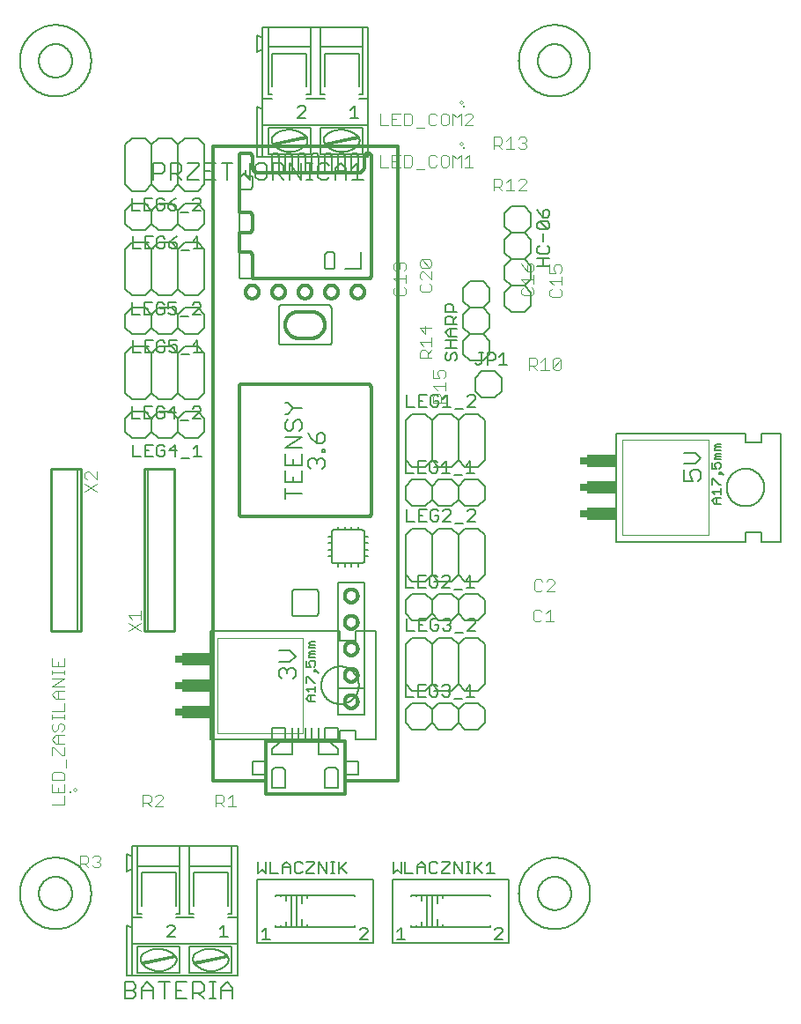
<source format=gtl>
G75*
%MOIN*%
%OFA0B0*%
%FSLAX25Y25*%
%IPPOS*%
%LPD*%
%AMOC8*
5,1,8,0,0,1.08239X$1,22.5*
%
%ADD10C,0.00250*%
%ADD11C,0.00984*%
%ADD12C,0.00400*%
%ADD13C,0.00600*%
%ADD14C,0.00500*%
%ADD15C,0.01200*%
%ADD16C,0.00800*%
%ADD17C,0.00700*%
%ADD18C,0.00200*%
%ADD19R,0.02500X0.03000*%
%ADD20R,0.11000X0.05000*%
%ADD21C,0.01000*%
D10*
X0296294Y0266019D02*
X0296885Y0266609D01*
X0297574Y0265920D01*
X0296983Y0265330D01*
X0296294Y0266019D01*
X0443145Y0509483D02*
X0442554Y0510074D01*
X0443243Y0510763D01*
X0443834Y0510172D01*
X0443145Y0509483D01*
X0443145Y0525231D02*
X0442554Y0525822D01*
X0443243Y0526511D01*
X0443834Y0525920D01*
X0443145Y0525231D01*
D11*
X0444228Y0524247D03*
X0444228Y0508499D03*
X0295310Y0264936D03*
D12*
X0292748Y0264917D02*
X0292748Y0267987D01*
X0292748Y0269521D02*
X0292748Y0271823D01*
X0291981Y0272591D01*
X0288911Y0272591D01*
X0288144Y0271823D01*
X0288144Y0269521D01*
X0292748Y0269521D01*
X0290446Y0266452D02*
X0290446Y0264917D01*
X0288144Y0264917D02*
X0292748Y0264917D01*
X0292748Y0263383D02*
X0292748Y0260313D01*
X0288144Y0260313D01*
X0288144Y0264917D02*
X0288144Y0267987D01*
X0293515Y0274125D02*
X0293515Y0277194D01*
X0292748Y0278729D02*
X0292748Y0281798D01*
X0292748Y0283333D02*
X0289679Y0283333D01*
X0288144Y0284868D01*
X0289679Y0286402D01*
X0292748Y0286402D01*
X0291981Y0287937D02*
X0292748Y0288704D01*
X0292748Y0290239D01*
X0291981Y0291006D01*
X0291213Y0291006D01*
X0290446Y0290239D01*
X0290446Y0288704D01*
X0289679Y0287937D01*
X0288911Y0287937D01*
X0288144Y0288704D01*
X0288144Y0290239D01*
X0288911Y0291006D01*
X0288144Y0292541D02*
X0288144Y0294075D01*
X0288144Y0293308D02*
X0292748Y0293308D01*
X0292748Y0292541D02*
X0292748Y0294075D01*
X0292748Y0295610D02*
X0292748Y0298679D01*
X0292748Y0300214D02*
X0289679Y0300214D01*
X0288144Y0301749D01*
X0289679Y0303283D01*
X0292748Y0303283D01*
X0292748Y0304818D02*
X0288144Y0304818D01*
X0292748Y0307887D01*
X0288144Y0307887D01*
X0288144Y0309422D02*
X0288144Y0310957D01*
X0288144Y0310189D02*
X0292748Y0310189D01*
X0292748Y0309422D02*
X0292748Y0310957D01*
X0292748Y0312491D02*
X0292748Y0315560D01*
X0290446Y0314026D02*
X0290446Y0312491D01*
X0288144Y0312491D02*
X0292748Y0312491D01*
X0288144Y0312491D02*
X0288144Y0315560D01*
X0290446Y0303283D02*
X0290446Y0300214D01*
X0288144Y0295610D02*
X0292748Y0295610D01*
X0290446Y0286402D02*
X0290446Y0283333D01*
X0288911Y0281798D02*
X0291981Y0278729D01*
X0292748Y0278729D01*
X0288144Y0278729D02*
X0288144Y0281798D01*
X0288911Y0281798D01*
X0322735Y0263972D02*
X0322735Y0259369D01*
X0322735Y0260903D02*
X0325037Y0260903D01*
X0325804Y0261670D01*
X0325804Y0263205D01*
X0325037Y0263972D01*
X0322735Y0263972D01*
X0324269Y0260903D02*
X0325804Y0259369D01*
X0327339Y0259369D02*
X0330408Y0262438D01*
X0330408Y0263205D01*
X0329641Y0263972D01*
X0328106Y0263972D01*
X0327339Y0263205D01*
X0327339Y0259369D02*
X0330408Y0259369D01*
X0350294Y0259369D02*
X0350294Y0263972D01*
X0352596Y0263972D01*
X0353363Y0263205D01*
X0353363Y0261670D01*
X0352596Y0260903D01*
X0350294Y0260903D01*
X0351828Y0260903D02*
X0353363Y0259369D01*
X0354898Y0259369D02*
X0357967Y0259369D01*
X0356432Y0259369D02*
X0356432Y0263972D01*
X0354898Y0262438D01*
X0306672Y0240213D02*
X0306672Y0239446D01*
X0305905Y0238678D01*
X0306672Y0237911D01*
X0306672Y0237144D01*
X0305905Y0236376D01*
X0304370Y0236376D01*
X0303603Y0237144D01*
X0302069Y0236376D02*
X0300534Y0237911D01*
X0301301Y0237911D02*
X0298999Y0237911D01*
X0298999Y0236376D02*
X0298999Y0240980D01*
X0301301Y0240980D01*
X0302069Y0240213D01*
X0302069Y0238678D01*
X0301301Y0237911D01*
X0303603Y0240213D02*
X0304370Y0240980D01*
X0305905Y0240980D01*
X0306672Y0240213D01*
X0305905Y0238678D02*
X0305138Y0238678D01*
X0317168Y0325731D02*
X0321772Y0328800D01*
X0321772Y0330335D02*
X0321772Y0333404D01*
X0321772Y0331869D02*
X0317168Y0331869D01*
X0318702Y0330335D01*
X0317168Y0328800D02*
X0321772Y0325731D01*
X0305339Y0378523D02*
X0300735Y0381592D01*
X0301502Y0383127D02*
X0300735Y0383894D01*
X0300735Y0385429D01*
X0301502Y0386196D01*
X0302269Y0386196D01*
X0305339Y0383127D01*
X0305339Y0386196D01*
X0305339Y0381592D02*
X0300735Y0378523D01*
X0417593Y0453679D02*
X0418360Y0452912D01*
X0421430Y0452912D01*
X0422197Y0453679D01*
X0422197Y0455214D01*
X0421430Y0455981D01*
X0422197Y0457516D02*
X0422197Y0460585D01*
X0422197Y0459050D02*
X0417593Y0459050D01*
X0419128Y0457516D01*
X0418360Y0455981D02*
X0417593Y0455214D01*
X0417593Y0453679D01*
X0418360Y0462120D02*
X0419128Y0462120D01*
X0419895Y0462887D01*
X0419895Y0465189D01*
X0421430Y0465189D02*
X0418360Y0465189D01*
X0417593Y0464422D01*
X0417593Y0462887D01*
X0418360Y0462120D01*
X0421430Y0462120D02*
X0422197Y0462887D01*
X0422197Y0464422D01*
X0421430Y0465189D01*
X0427435Y0465603D02*
X0428203Y0466370D01*
X0431272Y0463301D01*
X0432039Y0464068D01*
X0432039Y0465603D01*
X0431272Y0466370D01*
X0428203Y0466370D01*
X0427435Y0465603D02*
X0427435Y0464068D01*
X0428203Y0463301D01*
X0431272Y0463301D01*
X0432039Y0461766D02*
X0432039Y0458697D01*
X0428970Y0461766D01*
X0428203Y0461766D01*
X0427435Y0460999D01*
X0427435Y0459464D01*
X0428203Y0458697D01*
X0428203Y0457162D02*
X0427435Y0456395D01*
X0427435Y0454860D01*
X0428203Y0454093D01*
X0431272Y0454093D01*
X0432039Y0454860D01*
X0432039Y0456395D01*
X0431272Y0457162D01*
X0429737Y0441311D02*
X0429737Y0438242D01*
X0427435Y0440544D01*
X0432039Y0440544D01*
X0432039Y0436707D02*
X0432039Y0433638D01*
X0432039Y0435172D02*
X0427435Y0435172D01*
X0428970Y0433638D01*
X0428203Y0432103D02*
X0429737Y0432103D01*
X0430505Y0431336D01*
X0430505Y0429034D01*
X0432039Y0429034D02*
X0427435Y0429034D01*
X0427435Y0431336D01*
X0428203Y0432103D01*
X0430505Y0430568D02*
X0432039Y0432103D01*
X0432593Y0424625D02*
X0432593Y0421556D01*
X0434895Y0421556D01*
X0434128Y0423091D01*
X0434128Y0423858D01*
X0434895Y0424625D01*
X0436430Y0424625D01*
X0437197Y0423858D01*
X0437197Y0422323D01*
X0436430Y0421556D01*
X0437197Y0420021D02*
X0437197Y0416952D01*
X0437197Y0418487D02*
X0432593Y0418487D01*
X0434128Y0416952D01*
X0434895Y0415417D02*
X0435662Y0414650D01*
X0435662Y0412348D01*
X0435662Y0413883D02*
X0437197Y0415417D01*
X0434895Y0415417D02*
X0433360Y0415417D01*
X0432593Y0414650D01*
X0432593Y0412348D01*
X0437197Y0412348D01*
X0468798Y0424526D02*
X0468798Y0429130D01*
X0471100Y0429130D01*
X0471867Y0428363D01*
X0471867Y0426828D01*
X0471100Y0426061D01*
X0468798Y0426061D01*
X0470332Y0426061D02*
X0471867Y0424526D01*
X0473402Y0424526D02*
X0476471Y0424526D01*
X0474936Y0424526D02*
X0474936Y0429130D01*
X0473402Y0427595D01*
X0478005Y0428363D02*
X0478773Y0429130D01*
X0480307Y0429130D01*
X0481075Y0428363D01*
X0478005Y0425293D01*
X0478773Y0424526D01*
X0480307Y0424526D01*
X0481075Y0425293D01*
X0481075Y0428363D01*
X0478005Y0428363D02*
X0478005Y0425293D01*
X0477415Y0452124D02*
X0480485Y0452124D01*
X0481252Y0452892D01*
X0481252Y0454426D01*
X0480485Y0455194D01*
X0481252Y0456728D02*
X0481252Y0459798D01*
X0481252Y0458263D02*
X0476648Y0458263D01*
X0478183Y0456728D01*
X0477415Y0455194D02*
X0476648Y0454426D01*
X0476648Y0452892D01*
X0477415Y0452124D01*
X0470622Y0453482D02*
X0470622Y0455017D01*
X0469855Y0455784D01*
X0470622Y0457319D02*
X0470622Y0460388D01*
X0470622Y0458854D02*
X0466018Y0458854D01*
X0467553Y0457319D01*
X0466785Y0455784D02*
X0466018Y0455017D01*
X0466018Y0453482D01*
X0466785Y0452715D01*
X0469855Y0452715D01*
X0470622Y0453482D01*
X0469855Y0461923D02*
X0468320Y0461923D01*
X0468320Y0464225D01*
X0469087Y0464992D01*
X0469855Y0464992D01*
X0470622Y0464225D01*
X0470622Y0462690D01*
X0469855Y0461923D01*
X0468320Y0461923D02*
X0466785Y0463457D01*
X0466018Y0464992D01*
X0476648Y0464402D02*
X0476648Y0461332D01*
X0478950Y0461332D01*
X0478183Y0462867D01*
X0478183Y0463634D01*
X0478950Y0464402D01*
X0480485Y0464402D01*
X0481252Y0463634D01*
X0481252Y0462100D01*
X0480485Y0461332D01*
X0467932Y0492400D02*
X0464863Y0492400D01*
X0467932Y0495469D01*
X0467932Y0496237D01*
X0467165Y0497004D01*
X0465630Y0497004D01*
X0464863Y0496237D01*
X0461794Y0497004D02*
X0461794Y0492400D01*
X0463328Y0492400D02*
X0460259Y0492400D01*
X0458724Y0492400D02*
X0457190Y0493935D01*
X0457957Y0493935D02*
X0455655Y0493935D01*
X0455655Y0492400D02*
X0455655Y0497004D01*
X0457957Y0497004D01*
X0458724Y0496237D01*
X0458724Y0494702D01*
X0457957Y0493935D01*
X0460259Y0495469D02*
X0461794Y0497004D01*
X0461794Y0508148D02*
X0461794Y0512752D01*
X0460259Y0511217D01*
X0458724Y0510450D02*
X0457957Y0509683D01*
X0455655Y0509683D01*
X0457190Y0509683D02*
X0458724Y0508148D01*
X0460259Y0508148D02*
X0463328Y0508148D01*
X0464863Y0508915D02*
X0465630Y0508148D01*
X0467165Y0508148D01*
X0467932Y0508915D01*
X0467932Y0509683D01*
X0467165Y0510450D01*
X0466398Y0510450D01*
X0467165Y0510450D02*
X0467932Y0511217D01*
X0467932Y0511985D01*
X0467165Y0512752D01*
X0465630Y0512752D01*
X0464863Y0511985D01*
X0458724Y0511985D02*
X0458724Y0510450D01*
X0458724Y0511985D02*
X0457957Y0512752D01*
X0455655Y0512752D01*
X0455655Y0508148D01*
X0446181Y0505941D02*
X0446181Y0501337D01*
X0444646Y0501337D02*
X0447716Y0501337D01*
X0444646Y0504406D02*
X0446181Y0505941D01*
X0443112Y0505941D02*
X0443112Y0501337D01*
X0440042Y0501337D02*
X0440042Y0505941D01*
X0441577Y0504406D01*
X0443112Y0505941D01*
X0438508Y0505174D02*
X0437741Y0505941D01*
X0436206Y0505941D01*
X0435439Y0505174D01*
X0435439Y0502104D01*
X0436206Y0501337D01*
X0437741Y0501337D01*
X0438508Y0502104D01*
X0438508Y0505174D01*
X0433904Y0505174D02*
X0433137Y0505941D01*
X0431602Y0505941D01*
X0430835Y0505174D01*
X0430835Y0502104D01*
X0431602Y0501337D01*
X0433137Y0501337D01*
X0433904Y0502104D01*
X0429300Y0500570D02*
X0426231Y0500570D01*
X0424696Y0502104D02*
X0424696Y0505174D01*
X0423929Y0505941D01*
X0421627Y0505941D01*
X0421627Y0501337D01*
X0423929Y0501337D01*
X0424696Y0502104D01*
X0420092Y0501337D02*
X0417023Y0501337D01*
X0417023Y0505941D01*
X0420092Y0505941D01*
X0418557Y0503639D02*
X0417023Y0503639D01*
X0415488Y0501337D02*
X0412419Y0501337D01*
X0412419Y0505941D01*
X0412419Y0517085D02*
X0415488Y0517085D01*
X0417023Y0517085D02*
X0420092Y0517085D01*
X0421627Y0517085D02*
X0423929Y0517085D01*
X0424696Y0517852D01*
X0424696Y0520922D01*
X0423929Y0521689D01*
X0421627Y0521689D01*
X0421627Y0517085D01*
X0418557Y0519387D02*
X0417023Y0519387D01*
X0417023Y0521689D02*
X0417023Y0517085D01*
X0417023Y0521689D02*
X0420092Y0521689D01*
X0412419Y0521689D02*
X0412419Y0517085D01*
X0426231Y0516318D02*
X0429300Y0516318D01*
X0430835Y0517852D02*
X0431602Y0517085D01*
X0433137Y0517085D01*
X0433904Y0517852D01*
X0435439Y0517852D02*
X0436206Y0517085D01*
X0437741Y0517085D01*
X0438508Y0517852D01*
X0438508Y0520922D01*
X0437741Y0521689D01*
X0436206Y0521689D01*
X0435439Y0520922D01*
X0435439Y0517852D01*
X0433904Y0520922D02*
X0433137Y0521689D01*
X0431602Y0521689D01*
X0430835Y0520922D01*
X0430835Y0517852D01*
X0440042Y0517085D02*
X0440042Y0521689D01*
X0441577Y0520154D01*
X0443112Y0521689D01*
X0443112Y0517085D01*
X0444646Y0517085D02*
X0447716Y0520154D01*
X0447716Y0520922D01*
X0446948Y0521689D01*
X0445414Y0521689D01*
X0444646Y0520922D01*
X0444646Y0517085D02*
X0447716Y0517085D01*
X0471597Y0345429D02*
X0470830Y0344662D01*
X0470830Y0341593D01*
X0471597Y0340825D01*
X0473132Y0340825D01*
X0473899Y0341593D01*
X0475434Y0340825D02*
X0478503Y0343894D01*
X0478503Y0344662D01*
X0477736Y0345429D01*
X0476201Y0345429D01*
X0475434Y0344662D01*
X0473899Y0344662D02*
X0473132Y0345429D01*
X0471597Y0345429D01*
X0475434Y0340825D02*
X0478503Y0340825D01*
X0476772Y0334012D02*
X0476772Y0329408D01*
X0478306Y0329408D02*
X0475237Y0329408D01*
X0473702Y0330175D02*
X0472935Y0329408D01*
X0471400Y0329408D01*
X0470633Y0330175D01*
X0470633Y0333244D01*
X0471400Y0334012D01*
X0472935Y0334012D01*
X0473702Y0333244D01*
X0475237Y0332477D02*
X0476772Y0334012D01*
D13*
X0452239Y0332377D02*
X0449739Y0329877D01*
X0444739Y0329877D01*
X0442239Y0332377D01*
X0439739Y0329877D01*
X0434739Y0329877D01*
X0432239Y0332377D01*
X0429739Y0329877D01*
X0424739Y0329877D01*
X0422239Y0332377D01*
X0422239Y0337377D01*
X0424739Y0339877D01*
X0429739Y0339877D01*
X0432239Y0337377D01*
X0434739Y0339877D01*
X0439739Y0339877D01*
X0442239Y0337377D01*
X0444739Y0339877D01*
X0449739Y0339877D01*
X0452239Y0337377D01*
X0452239Y0332377D01*
X0449739Y0323224D02*
X0452239Y0320724D01*
X0452239Y0305724D01*
X0449739Y0303224D01*
X0444739Y0303224D01*
X0442239Y0305724D01*
X0442239Y0320724D01*
X0444739Y0323224D01*
X0449739Y0323224D01*
X0442239Y0320724D02*
X0439739Y0323224D01*
X0434739Y0323224D01*
X0432239Y0320724D01*
X0432239Y0305724D01*
X0434739Y0303224D01*
X0439739Y0303224D01*
X0442239Y0305724D01*
X0439739Y0298539D02*
X0434739Y0298539D01*
X0432239Y0296039D01*
X0432239Y0291039D01*
X0434739Y0288539D01*
X0439739Y0288539D01*
X0442239Y0291039D01*
X0444739Y0288539D01*
X0449739Y0288539D01*
X0452239Y0291039D01*
X0452239Y0296039D01*
X0449739Y0298539D01*
X0444739Y0298539D01*
X0442239Y0296039D01*
X0442239Y0291039D01*
X0442239Y0296039D02*
X0439739Y0298539D01*
X0432239Y0296039D02*
X0429739Y0298539D01*
X0424739Y0298539D01*
X0422239Y0296039D01*
X0422239Y0291039D01*
X0424739Y0288539D01*
X0429739Y0288539D01*
X0432239Y0291039D01*
X0429739Y0303224D02*
X0424739Y0303224D01*
X0422239Y0305724D01*
X0422239Y0320724D01*
X0424739Y0323224D01*
X0429739Y0323224D01*
X0432239Y0320724D01*
X0432239Y0332377D02*
X0432239Y0337377D01*
X0429739Y0344562D02*
X0424739Y0344562D01*
X0422239Y0347062D01*
X0422239Y0362062D01*
X0424739Y0364562D01*
X0429739Y0364562D01*
X0432239Y0362062D01*
X0432239Y0347062D01*
X0434739Y0344562D01*
X0439739Y0344562D01*
X0442239Y0347062D01*
X0444739Y0344562D01*
X0449739Y0344562D01*
X0452239Y0347062D01*
X0452239Y0362062D01*
X0449739Y0364562D01*
X0444739Y0364562D01*
X0442239Y0362062D01*
X0442239Y0347062D01*
X0442239Y0337377D02*
X0442239Y0332377D01*
X0429739Y0344562D02*
X0432239Y0347062D01*
X0432239Y0362062D02*
X0434739Y0364562D01*
X0439739Y0364562D01*
X0442239Y0362062D01*
X0439739Y0373184D02*
X0434739Y0373184D01*
X0432239Y0375684D01*
X0429739Y0373184D01*
X0424739Y0373184D01*
X0422239Y0375684D01*
X0422239Y0380684D01*
X0424739Y0383184D01*
X0429739Y0383184D01*
X0432239Y0380684D01*
X0434739Y0383184D01*
X0439739Y0383184D01*
X0442239Y0380684D01*
X0444739Y0383184D01*
X0449739Y0383184D01*
X0452239Y0380684D01*
X0452239Y0375684D01*
X0449739Y0373184D01*
X0444739Y0373184D01*
X0442239Y0375684D01*
X0439739Y0373184D01*
X0442239Y0375684D02*
X0442239Y0380684D01*
X0439739Y0387869D02*
X0434739Y0387869D01*
X0432239Y0390369D01*
X0432239Y0405369D01*
X0434739Y0407869D01*
X0439739Y0407869D01*
X0442239Y0405369D01*
X0444739Y0407869D01*
X0449739Y0407869D01*
X0452239Y0405369D01*
X0452239Y0390369D01*
X0449739Y0387869D01*
X0444739Y0387869D01*
X0442239Y0390369D01*
X0442239Y0405369D01*
X0432239Y0405369D02*
X0429739Y0407869D01*
X0424739Y0407869D01*
X0422239Y0405369D01*
X0422239Y0390369D01*
X0424739Y0387869D01*
X0429739Y0387869D01*
X0432239Y0390369D01*
X0439739Y0387869D02*
X0442239Y0390369D01*
X0432239Y0380684D02*
X0432239Y0375684D01*
X0451078Y0414129D02*
X0456078Y0414129D01*
X0458578Y0416629D01*
X0458578Y0421629D01*
X0456078Y0424129D01*
X0451078Y0424129D01*
X0448578Y0421629D01*
X0448578Y0416629D01*
X0451078Y0414129D01*
X0451550Y0428145D02*
X0454050Y0430645D01*
X0454050Y0435645D01*
X0451550Y0438145D01*
X0454050Y0440645D01*
X0454050Y0445645D01*
X0451550Y0448145D01*
X0454050Y0450645D01*
X0454050Y0455645D01*
X0451550Y0458145D01*
X0446550Y0458145D01*
X0444050Y0455645D01*
X0444050Y0450645D01*
X0446550Y0448145D01*
X0451550Y0448145D01*
X0446550Y0448145D02*
X0444050Y0445645D01*
X0444050Y0440645D01*
X0446550Y0438145D01*
X0451550Y0438145D01*
X0446550Y0438145D02*
X0444050Y0435645D01*
X0444050Y0430645D01*
X0446550Y0428145D01*
X0451550Y0428145D01*
X0462102Y0446373D02*
X0459602Y0448873D01*
X0459602Y0453873D01*
X0462102Y0456373D01*
X0459602Y0458873D01*
X0459602Y0463873D01*
X0462102Y0466373D01*
X0459602Y0468873D01*
X0459602Y0473873D01*
X0462102Y0476373D01*
X0459602Y0478873D01*
X0459602Y0483873D01*
X0462102Y0486373D01*
X0467102Y0486373D01*
X0469602Y0483873D01*
X0469602Y0478873D01*
X0467102Y0476373D01*
X0469602Y0473873D01*
X0469602Y0468873D01*
X0467102Y0466373D01*
X0462102Y0466373D01*
X0467102Y0466373D02*
X0469602Y0463873D01*
X0469602Y0458873D01*
X0467102Y0456373D01*
X0469602Y0453873D01*
X0469602Y0448873D01*
X0467102Y0446373D01*
X0462102Y0446373D01*
X0462102Y0456373D02*
X0467102Y0456373D01*
X0467102Y0476373D02*
X0462102Y0476373D01*
X0408027Y0505259D02*
X0408027Y0517259D01*
X0368027Y0517259D01*
X0368027Y0523259D01*
X0368027Y0527259D01*
X0371727Y0527259D01*
X0371727Y0528759D02*
X0370227Y0528759D01*
X0370227Y0546759D01*
X0370227Y0554259D01*
X0368027Y0554259D01*
X0368027Y0550259D01*
X0368027Y0545759D01*
X0368027Y0527259D01*
X0366027Y0524259D02*
X0368027Y0523259D01*
X0366027Y0524259D02*
X0366027Y0505259D01*
X0368027Y0505259D01*
X0408027Y0505259D01*
X0405927Y0506259D02*
X0389927Y0506259D01*
X0389927Y0516259D01*
X0405927Y0516259D01*
X0405927Y0506259D01*
X0404327Y0512259D02*
X0392327Y0509759D01*
X0391827Y0510259D02*
X0403827Y0512759D01*
X0403561Y0513501D02*
X0403645Y0513452D01*
X0403726Y0513400D01*
X0403805Y0513345D01*
X0403882Y0513286D01*
X0403956Y0513225D01*
X0404028Y0513160D01*
X0404097Y0513092D01*
X0404163Y0513022D01*
X0404226Y0512949D01*
X0404286Y0512873D01*
X0404342Y0512795D01*
X0404396Y0512715D01*
X0404446Y0512633D01*
X0404493Y0512548D01*
X0404536Y0512462D01*
X0404576Y0512374D01*
X0404612Y0512284D01*
X0404644Y0512193D01*
X0404672Y0512101D01*
X0404697Y0512008D01*
X0404718Y0511914D01*
X0404734Y0511818D01*
X0404747Y0511723D01*
X0404756Y0511627D01*
X0404761Y0511530D01*
X0404762Y0511434D01*
X0404759Y0511337D01*
X0404752Y0511241D01*
X0404741Y0511145D01*
X0404726Y0511050D01*
X0404707Y0510955D01*
X0404684Y0510861D01*
X0404657Y0510769D01*
X0404627Y0510677D01*
X0404593Y0510587D01*
X0404555Y0510498D01*
X0404513Y0510411D01*
X0404468Y0510326D01*
X0404419Y0510242D01*
X0404367Y0510161D01*
X0404312Y0510082D01*
X0404253Y0510005D01*
X0404192Y0509931D01*
X0404127Y0509859D01*
X0403726Y0513359D02*
X0403542Y0513503D01*
X0403353Y0513643D01*
X0403162Y0513778D01*
X0402967Y0513908D01*
X0402769Y0514034D01*
X0402568Y0514154D01*
X0402364Y0514270D01*
X0402157Y0514381D01*
X0401948Y0514486D01*
X0401736Y0514587D01*
X0401522Y0514682D01*
X0401305Y0514772D01*
X0401086Y0514857D01*
X0400866Y0514936D01*
X0400643Y0515010D01*
X0400419Y0515079D01*
X0400193Y0515142D01*
X0399966Y0515199D01*
X0399737Y0515251D01*
X0399507Y0515297D01*
X0399276Y0515338D01*
X0399045Y0515373D01*
X0398812Y0515402D01*
X0398579Y0515426D01*
X0398345Y0515444D01*
X0398111Y0515456D01*
X0397876Y0515463D01*
X0397642Y0515464D01*
X0397408Y0515459D01*
X0397173Y0515448D01*
X0396939Y0515432D01*
X0396706Y0515410D01*
X0396473Y0515382D01*
X0396241Y0515349D01*
X0396010Y0515309D01*
X0395780Y0515265D01*
X0395551Y0515214D01*
X0395323Y0515159D01*
X0395097Y0515097D01*
X0394872Y0515030D01*
X0394649Y0514958D01*
X0394428Y0514880D01*
X0394209Y0514797D01*
X0393992Y0514708D01*
X0393777Y0514614D01*
X0393564Y0514515D01*
X0393354Y0514411D01*
X0393147Y0514302D01*
X0392942Y0514188D01*
X0392740Y0514068D01*
X0392541Y0513944D01*
X0392345Y0513815D01*
X0392153Y0513682D01*
X0391963Y0513543D01*
X0392147Y0513677D02*
X0392072Y0513608D01*
X0392000Y0513537D01*
X0391931Y0513463D01*
X0391865Y0513387D01*
X0391801Y0513308D01*
X0391741Y0513227D01*
X0391683Y0513144D01*
X0391629Y0513058D01*
X0391578Y0512971D01*
X0391530Y0512882D01*
X0391486Y0512790D01*
X0391445Y0512698D01*
X0391408Y0512604D01*
X0391374Y0512508D01*
X0391344Y0512412D01*
X0391318Y0512314D01*
X0391295Y0512215D01*
X0391276Y0512116D01*
X0391261Y0512016D01*
X0391249Y0511915D01*
X0391241Y0511814D01*
X0391238Y0511713D01*
X0391237Y0511612D01*
X0391241Y0511511D01*
X0391249Y0511410D01*
X0391260Y0511309D01*
X0391275Y0511209D01*
X0391294Y0511110D01*
X0391316Y0511011D01*
X0391343Y0510913D01*
X0391373Y0510816D01*
X0391406Y0510721D01*
X0391443Y0510627D01*
X0391484Y0510534D01*
X0391528Y0510443D01*
X0391576Y0510354D01*
X0391626Y0510266D01*
X0391680Y0510180D01*
X0391738Y0510097D01*
X0391798Y0510016D01*
X0391861Y0509937D01*
X0391928Y0509860D01*
X0386227Y0506259D02*
X0386227Y0516259D01*
X0370227Y0516259D01*
X0370227Y0506259D01*
X0386227Y0506259D01*
X0384627Y0512259D02*
X0372627Y0509759D01*
X0372127Y0510259D02*
X0384127Y0512759D01*
X0383861Y0513501D02*
X0383945Y0513452D01*
X0384026Y0513400D01*
X0384105Y0513345D01*
X0384182Y0513286D01*
X0384256Y0513225D01*
X0384328Y0513160D01*
X0384397Y0513092D01*
X0384463Y0513022D01*
X0384526Y0512949D01*
X0384586Y0512873D01*
X0384642Y0512795D01*
X0384696Y0512715D01*
X0384746Y0512633D01*
X0384793Y0512548D01*
X0384836Y0512462D01*
X0384876Y0512374D01*
X0384912Y0512284D01*
X0384944Y0512193D01*
X0384972Y0512101D01*
X0384997Y0512008D01*
X0385018Y0511914D01*
X0385034Y0511818D01*
X0385047Y0511723D01*
X0385056Y0511627D01*
X0385061Y0511530D01*
X0385062Y0511434D01*
X0385059Y0511337D01*
X0385052Y0511241D01*
X0385041Y0511145D01*
X0385026Y0511050D01*
X0385007Y0510955D01*
X0384984Y0510861D01*
X0384957Y0510769D01*
X0384927Y0510677D01*
X0384893Y0510587D01*
X0384855Y0510498D01*
X0384813Y0510411D01*
X0384768Y0510326D01*
X0384719Y0510242D01*
X0384667Y0510161D01*
X0384612Y0510082D01*
X0384553Y0510005D01*
X0384492Y0509931D01*
X0384427Y0509859D01*
X0384027Y0513359D02*
X0383842Y0513503D01*
X0383654Y0513643D01*
X0383462Y0513778D01*
X0383267Y0513908D01*
X0383069Y0514034D01*
X0382868Y0514155D01*
X0382664Y0514270D01*
X0382458Y0514381D01*
X0382248Y0514487D01*
X0382037Y0514587D01*
X0381822Y0514682D01*
X0381606Y0514772D01*
X0381387Y0514857D01*
X0381167Y0514936D01*
X0380944Y0515010D01*
X0380720Y0515079D01*
X0380494Y0515142D01*
X0380267Y0515199D01*
X0380038Y0515251D01*
X0379808Y0515297D01*
X0379577Y0515338D01*
X0379345Y0515373D01*
X0379113Y0515402D01*
X0378879Y0515426D01*
X0378646Y0515444D01*
X0378411Y0515456D01*
X0378177Y0515463D01*
X0377943Y0515464D01*
X0377708Y0515459D01*
X0377474Y0515448D01*
X0377240Y0515432D01*
X0377007Y0515410D01*
X0376774Y0515382D01*
X0376542Y0515348D01*
X0376311Y0515309D01*
X0376080Y0515265D01*
X0375851Y0515214D01*
X0375624Y0515158D01*
X0375397Y0515097D01*
X0375173Y0515030D01*
X0374950Y0514958D01*
X0374728Y0514880D01*
X0374509Y0514797D01*
X0374292Y0514708D01*
X0374077Y0514614D01*
X0373865Y0514515D01*
X0373655Y0514411D01*
X0373447Y0514302D01*
X0373243Y0514188D01*
X0373041Y0514068D01*
X0372842Y0513944D01*
X0372646Y0513815D01*
X0372453Y0513681D01*
X0372264Y0513543D01*
X0372447Y0513677D02*
X0372372Y0513608D01*
X0372300Y0513537D01*
X0372231Y0513463D01*
X0372165Y0513387D01*
X0372101Y0513308D01*
X0372041Y0513227D01*
X0371983Y0513144D01*
X0371929Y0513058D01*
X0371878Y0512971D01*
X0371830Y0512882D01*
X0371786Y0512790D01*
X0371745Y0512698D01*
X0371708Y0512604D01*
X0371674Y0512508D01*
X0371644Y0512412D01*
X0371618Y0512314D01*
X0371595Y0512215D01*
X0371576Y0512116D01*
X0371561Y0512016D01*
X0371549Y0511915D01*
X0371541Y0511814D01*
X0371538Y0511713D01*
X0371537Y0511612D01*
X0371541Y0511511D01*
X0371549Y0511410D01*
X0371560Y0511309D01*
X0371575Y0511209D01*
X0371594Y0511110D01*
X0371616Y0511011D01*
X0371643Y0510913D01*
X0371673Y0510816D01*
X0371706Y0510721D01*
X0371743Y0510627D01*
X0371784Y0510534D01*
X0371828Y0510443D01*
X0371876Y0510354D01*
X0371926Y0510266D01*
X0371980Y0510180D01*
X0372038Y0510097D01*
X0372098Y0510016D01*
X0372161Y0509937D01*
X0372228Y0509860D01*
X0368027Y0505259D02*
X0368027Y0517259D01*
X0372209Y0509843D02*
X0372339Y0509697D01*
X0372473Y0509553D01*
X0372611Y0509413D01*
X0372752Y0509276D01*
X0372896Y0509142D01*
X0373044Y0509013D01*
X0373194Y0508886D01*
X0373348Y0508764D01*
X0373504Y0508645D01*
X0373664Y0508530D01*
X0373826Y0508419D01*
X0373991Y0508312D01*
X0374158Y0508208D01*
X0374328Y0508109D01*
X0374500Y0508015D01*
X0374674Y0507924D01*
X0374851Y0507837D01*
X0375029Y0507755D01*
X0375210Y0507678D01*
X0375392Y0507604D01*
X0375576Y0507535D01*
X0375761Y0507471D01*
X0375949Y0507411D01*
X0376137Y0507355D01*
X0376327Y0507305D01*
X0376518Y0507258D01*
X0376710Y0507217D01*
X0376903Y0507180D01*
X0377097Y0507148D01*
X0377292Y0507120D01*
X0377487Y0507098D01*
X0377682Y0507080D01*
X0377878Y0507066D01*
X0378075Y0507058D01*
X0378271Y0507054D01*
X0378468Y0507055D01*
X0378664Y0507061D01*
X0378860Y0507072D01*
X0379056Y0507087D01*
X0379252Y0507107D01*
X0379447Y0507132D01*
X0379641Y0507161D01*
X0379835Y0507195D01*
X0380027Y0507234D01*
X0380219Y0507278D01*
X0380409Y0507326D01*
X0380599Y0507379D01*
X0380787Y0507436D01*
X0380973Y0507498D01*
X0381158Y0507565D01*
X0381341Y0507635D01*
X0381523Y0507711D01*
X0381702Y0507790D01*
X0381880Y0507874D01*
X0382056Y0507963D01*
X0382229Y0508055D01*
X0382400Y0508152D01*
X0382569Y0508253D01*
X0382735Y0508358D01*
X0382899Y0508466D01*
X0383060Y0508579D01*
X0383218Y0508696D01*
X0383373Y0508816D01*
X0383525Y0508941D01*
X0383674Y0509068D01*
X0383821Y0509200D01*
X0383963Y0509335D01*
X0384103Y0509473D01*
X0384239Y0509615D01*
X0384372Y0509760D01*
X0384501Y0509908D01*
X0384626Y0510059D01*
X0391908Y0509842D02*
X0392039Y0509696D01*
X0392173Y0509552D01*
X0392311Y0509412D01*
X0392452Y0509275D01*
X0392596Y0509141D01*
X0392744Y0509011D01*
X0392894Y0508885D01*
X0393048Y0508763D01*
X0393204Y0508644D01*
X0393364Y0508529D01*
X0393526Y0508418D01*
X0393691Y0508310D01*
X0393858Y0508207D01*
X0394028Y0508108D01*
X0394200Y0508013D01*
X0394374Y0507923D01*
X0394551Y0507836D01*
X0394729Y0507754D01*
X0394910Y0507676D01*
X0395092Y0507603D01*
X0395276Y0507534D01*
X0395462Y0507470D01*
X0395649Y0507410D01*
X0395837Y0507354D01*
X0396027Y0507304D01*
X0396218Y0507257D01*
X0396410Y0507216D01*
X0396603Y0507179D01*
X0396797Y0507147D01*
X0396992Y0507119D01*
X0397187Y0507097D01*
X0397383Y0507079D01*
X0397579Y0507065D01*
X0397775Y0507057D01*
X0397972Y0507053D01*
X0398168Y0507054D01*
X0398365Y0507060D01*
X0398561Y0507071D01*
X0398757Y0507086D01*
X0398952Y0507106D01*
X0399147Y0507131D01*
X0399342Y0507160D01*
X0399535Y0507195D01*
X0399728Y0507233D01*
X0399920Y0507277D01*
X0400110Y0507325D01*
X0400299Y0507378D01*
X0400487Y0507435D01*
X0400674Y0507497D01*
X0400859Y0507564D01*
X0401042Y0507635D01*
X0401224Y0507710D01*
X0401403Y0507790D01*
X0401581Y0507874D01*
X0401757Y0507962D01*
X0401930Y0508054D01*
X0402101Y0508151D01*
X0402270Y0508252D01*
X0402436Y0508357D01*
X0402600Y0508466D01*
X0402761Y0508579D01*
X0402919Y0508695D01*
X0403074Y0508816D01*
X0403226Y0508940D01*
X0403375Y0509068D01*
X0403522Y0509199D01*
X0403664Y0509334D01*
X0403804Y0509473D01*
X0403940Y0509614D01*
X0404073Y0509759D01*
X0404202Y0509908D01*
X0404327Y0510059D01*
X0408027Y0517259D02*
X0408027Y0527259D01*
X0404427Y0527259D01*
X0404427Y0528759D02*
X0405927Y0528759D01*
X0405927Y0546759D01*
X0405927Y0554259D01*
X0389927Y0554259D01*
X0386227Y0554259D01*
X0370227Y0554259D01*
X0368027Y0550259D02*
X0366027Y0551259D01*
X0366027Y0544759D01*
X0368027Y0545759D01*
X0370227Y0546759D02*
X0386227Y0546759D01*
X0386227Y0528759D01*
X0384727Y0528759D01*
X0384727Y0527259D02*
X0391427Y0527259D01*
X0391427Y0528759D02*
X0389927Y0528759D01*
X0389927Y0546759D01*
X0405927Y0546759D01*
X0404427Y0544259D02*
X0404427Y0531759D01*
X0408027Y0527259D02*
X0408027Y0554259D01*
X0405927Y0554259D01*
X0404427Y0544259D02*
X0391427Y0544259D01*
X0391427Y0531759D01*
X0384727Y0531759D02*
X0384727Y0544259D01*
X0371727Y0544259D01*
X0371727Y0531759D01*
X0386227Y0546759D02*
X0386227Y0554259D01*
X0389927Y0554259D02*
X0389927Y0546759D01*
X0345940Y0509700D02*
X0345940Y0494700D01*
X0343440Y0492200D01*
X0338440Y0492200D01*
X0335940Y0494700D01*
X0335940Y0509700D01*
X0333440Y0512200D01*
X0328440Y0512200D01*
X0325940Y0509700D01*
X0323440Y0512200D01*
X0318440Y0512200D01*
X0315940Y0509700D01*
X0315940Y0494700D01*
X0318440Y0492200D01*
X0323440Y0492200D01*
X0325940Y0494700D01*
X0325940Y0509700D01*
X0335940Y0509700D02*
X0338440Y0512200D01*
X0343440Y0512200D01*
X0345940Y0509700D01*
X0335940Y0494700D02*
X0333440Y0492200D01*
X0328440Y0492200D01*
X0325940Y0494700D01*
X0323440Y0487515D02*
X0318440Y0487515D01*
X0315940Y0485015D01*
X0315940Y0480015D01*
X0318440Y0477515D01*
X0323440Y0477515D01*
X0325940Y0480015D01*
X0325940Y0485015D01*
X0323440Y0487515D01*
X0325940Y0485015D02*
X0328440Y0487515D01*
X0333440Y0487515D01*
X0335940Y0485015D01*
X0338440Y0487515D01*
X0343440Y0487515D01*
X0345940Y0485015D01*
X0345940Y0480015D01*
X0343440Y0477515D01*
X0338440Y0477515D01*
X0335940Y0480015D01*
X0333440Y0477515D01*
X0328440Y0477515D01*
X0325940Y0480015D01*
X0323440Y0472830D02*
X0318440Y0472830D01*
X0315940Y0470330D01*
X0315940Y0455330D01*
X0318440Y0452830D01*
X0323440Y0452830D01*
X0325940Y0455330D01*
X0325940Y0470330D01*
X0323440Y0472830D01*
X0325940Y0470330D02*
X0328440Y0472830D01*
X0333440Y0472830D01*
X0335940Y0470330D01*
X0335940Y0455330D01*
X0333440Y0452830D01*
X0328440Y0452830D01*
X0325940Y0455330D01*
X0323440Y0448145D02*
X0318440Y0448145D01*
X0315940Y0445645D01*
X0315940Y0440645D01*
X0318440Y0438145D01*
X0323440Y0438145D01*
X0325940Y0440645D01*
X0325940Y0445645D01*
X0323440Y0448145D01*
X0325940Y0445645D02*
X0328440Y0448145D01*
X0333440Y0448145D01*
X0335940Y0445645D01*
X0338440Y0448145D01*
X0343440Y0448145D01*
X0345940Y0445645D01*
X0345940Y0440645D01*
X0343440Y0438145D01*
X0338440Y0438145D01*
X0335940Y0440645D01*
X0333440Y0438145D01*
X0328440Y0438145D01*
X0325940Y0440645D01*
X0323440Y0433460D02*
X0318440Y0433460D01*
X0315940Y0430960D01*
X0315940Y0415960D01*
X0318440Y0413460D01*
X0323440Y0413460D01*
X0325940Y0415960D01*
X0325940Y0430960D01*
X0323440Y0433460D01*
X0325940Y0430960D02*
X0328440Y0433460D01*
X0333440Y0433460D01*
X0335940Y0430960D01*
X0335940Y0415960D01*
X0333440Y0413460D01*
X0328440Y0413460D01*
X0325940Y0415960D01*
X0323440Y0408775D02*
X0318440Y0408775D01*
X0315940Y0406275D01*
X0315940Y0401275D01*
X0318440Y0398775D01*
X0323440Y0398775D01*
X0325940Y0401275D01*
X0325940Y0406275D01*
X0323440Y0408775D01*
X0325940Y0406275D02*
X0328440Y0408775D01*
X0333440Y0408775D01*
X0335940Y0406275D01*
X0338440Y0408775D01*
X0343440Y0408775D01*
X0345940Y0406275D01*
X0345940Y0401275D01*
X0343440Y0398775D01*
X0338440Y0398775D01*
X0335940Y0401275D01*
X0333440Y0398775D01*
X0328440Y0398775D01*
X0325940Y0401275D01*
X0335940Y0401275D02*
X0335940Y0406275D01*
X0338440Y0413460D02*
X0335940Y0415960D01*
X0338440Y0413460D02*
X0343440Y0413460D01*
X0345940Y0415960D01*
X0345940Y0430960D01*
X0343440Y0433460D01*
X0338440Y0433460D01*
X0335940Y0430960D01*
X0335940Y0440645D02*
X0335940Y0445645D01*
X0338440Y0452830D02*
X0335940Y0455330D01*
X0338440Y0452830D02*
X0343440Y0452830D01*
X0345940Y0455330D01*
X0345940Y0470330D01*
X0343440Y0472830D01*
X0338440Y0472830D01*
X0335940Y0470330D01*
X0335940Y0480015D02*
X0335940Y0485015D01*
X0276102Y0541570D02*
X0276106Y0541901D01*
X0276118Y0542232D01*
X0276139Y0542563D01*
X0276167Y0542893D01*
X0276204Y0543223D01*
X0276248Y0543551D01*
X0276301Y0543878D01*
X0276361Y0544204D01*
X0276430Y0544528D01*
X0276507Y0544850D01*
X0276591Y0545171D01*
X0276683Y0545489D01*
X0276783Y0545805D01*
X0276891Y0546118D01*
X0277007Y0546429D01*
X0277130Y0546736D01*
X0277260Y0547041D01*
X0277398Y0547342D01*
X0277543Y0547640D01*
X0277696Y0547934D01*
X0277856Y0548224D01*
X0278023Y0548510D01*
X0278196Y0548792D01*
X0278377Y0549070D01*
X0278565Y0549343D01*
X0278759Y0549612D01*
X0278959Y0549876D01*
X0279166Y0550134D01*
X0279380Y0550388D01*
X0279599Y0550636D01*
X0279825Y0550879D01*
X0280056Y0551116D01*
X0280293Y0551347D01*
X0280536Y0551573D01*
X0280784Y0551792D01*
X0281038Y0552006D01*
X0281296Y0552213D01*
X0281560Y0552413D01*
X0281829Y0552607D01*
X0282102Y0552795D01*
X0282380Y0552976D01*
X0282662Y0553149D01*
X0282948Y0553316D01*
X0283238Y0553476D01*
X0283532Y0553629D01*
X0283830Y0553774D01*
X0284131Y0553912D01*
X0284436Y0554042D01*
X0284743Y0554165D01*
X0285054Y0554281D01*
X0285367Y0554389D01*
X0285683Y0554489D01*
X0286001Y0554581D01*
X0286322Y0554665D01*
X0286644Y0554742D01*
X0286968Y0554811D01*
X0287294Y0554871D01*
X0287621Y0554924D01*
X0287949Y0554968D01*
X0288279Y0555005D01*
X0288609Y0555033D01*
X0288940Y0555054D01*
X0289271Y0555066D01*
X0289602Y0555070D01*
X0289933Y0555066D01*
X0290264Y0555054D01*
X0290595Y0555033D01*
X0290925Y0555005D01*
X0291255Y0554968D01*
X0291583Y0554924D01*
X0291910Y0554871D01*
X0292236Y0554811D01*
X0292560Y0554742D01*
X0292882Y0554665D01*
X0293203Y0554581D01*
X0293521Y0554489D01*
X0293837Y0554389D01*
X0294150Y0554281D01*
X0294461Y0554165D01*
X0294768Y0554042D01*
X0295073Y0553912D01*
X0295374Y0553774D01*
X0295672Y0553629D01*
X0295966Y0553476D01*
X0296256Y0553316D01*
X0296542Y0553149D01*
X0296824Y0552976D01*
X0297102Y0552795D01*
X0297375Y0552607D01*
X0297644Y0552413D01*
X0297908Y0552213D01*
X0298166Y0552006D01*
X0298420Y0551792D01*
X0298668Y0551573D01*
X0298911Y0551347D01*
X0299148Y0551116D01*
X0299379Y0550879D01*
X0299605Y0550636D01*
X0299824Y0550388D01*
X0300038Y0550134D01*
X0300245Y0549876D01*
X0300445Y0549612D01*
X0300639Y0549343D01*
X0300827Y0549070D01*
X0301008Y0548792D01*
X0301181Y0548510D01*
X0301348Y0548224D01*
X0301508Y0547934D01*
X0301661Y0547640D01*
X0301806Y0547342D01*
X0301944Y0547041D01*
X0302074Y0546736D01*
X0302197Y0546429D01*
X0302313Y0546118D01*
X0302421Y0545805D01*
X0302521Y0545489D01*
X0302613Y0545171D01*
X0302697Y0544850D01*
X0302774Y0544528D01*
X0302843Y0544204D01*
X0302903Y0543878D01*
X0302956Y0543551D01*
X0303000Y0543223D01*
X0303037Y0542893D01*
X0303065Y0542563D01*
X0303086Y0542232D01*
X0303098Y0541901D01*
X0303102Y0541570D01*
X0303098Y0541239D01*
X0303086Y0540908D01*
X0303065Y0540577D01*
X0303037Y0540247D01*
X0303000Y0539917D01*
X0302956Y0539589D01*
X0302903Y0539262D01*
X0302843Y0538936D01*
X0302774Y0538612D01*
X0302697Y0538290D01*
X0302613Y0537969D01*
X0302521Y0537651D01*
X0302421Y0537335D01*
X0302313Y0537022D01*
X0302197Y0536711D01*
X0302074Y0536404D01*
X0301944Y0536099D01*
X0301806Y0535798D01*
X0301661Y0535500D01*
X0301508Y0535206D01*
X0301348Y0534916D01*
X0301181Y0534630D01*
X0301008Y0534348D01*
X0300827Y0534070D01*
X0300639Y0533797D01*
X0300445Y0533528D01*
X0300245Y0533264D01*
X0300038Y0533006D01*
X0299824Y0532752D01*
X0299605Y0532504D01*
X0299379Y0532261D01*
X0299148Y0532024D01*
X0298911Y0531793D01*
X0298668Y0531567D01*
X0298420Y0531348D01*
X0298166Y0531134D01*
X0297908Y0530927D01*
X0297644Y0530727D01*
X0297375Y0530533D01*
X0297102Y0530345D01*
X0296824Y0530164D01*
X0296542Y0529991D01*
X0296256Y0529824D01*
X0295966Y0529664D01*
X0295672Y0529511D01*
X0295374Y0529366D01*
X0295073Y0529228D01*
X0294768Y0529098D01*
X0294461Y0528975D01*
X0294150Y0528859D01*
X0293837Y0528751D01*
X0293521Y0528651D01*
X0293203Y0528559D01*
X0292882Y0528475D01*
X0292560Y0528398D01*
X0292236Y0528329D01*
X0291910Y0528269D01*
X0291583Y0528216D01*
X0291255Y0528172D01*
X0290925Y0528135D01*
X0290595Y0528107D01*
X0290264Y0528086D01*
X0289933Y0528074D01*
X0289602Y0528070D01*
X0289271Y0528074D01*
X0288940Y0528086D01*
X0288609Y0528107D01*
X0288279Y0528135D01*
X0287949Y0528172D01*
X0287621Y0528216D01*
X0287294Y0528269D01*
X0286968Y0528329D01*
X0286644Y0528398D01*
X0286322Y0528475D01*
X0286001Y0528559D01*
X0285683Y0528651D01*
X0285367Y0528751D01*
X0285054Y0528859D01*
X0284743Y0528975D01*
X0284436Y0529098D01*
X0284131Y0529228D01*
X0283830Y0529366D01*
X0283532Y0529511D01*
X0283238Y0529664D01*
X0282948Y0529824D01*
X0282662Y0529991D01*
X0282380Y0530164D01*
X0282102Y0530345D01*
X0281829Y0530533D01*
X0281560Y0530727D01*
X0281296Y0530927D01*
X0281038Y0531134D01*
X0280784Y0531348D01*
X0280536Y0531567D01*
X0280293Y0531793D01*
X0280056Y0532024D01*
X0279825Y0532261D01*
X0279599Y0532504D01*
X0279380Y0532752D01*
X0279166Y0533006D01*
X0278959Y0533264D01*
X0278759Y0533528D01*
X0278565Y0533797D01*
X0278377Y0534070D01*
X0278196Y0534348D01*
X0278023Y0534630D01*
X0277856Y0534916D01*
X0277696Y0535206D01*
X0277543Y0535500D01*
X0277398Y0535798D01*
X0277260Y0536099D01*
X0277130Y0536404D01*
X0277007Y0536711D01*
X0276891Y0537022D01*
X0276783Y0537335D01*
X0276683Y0537651D01*
X0276591Y0537969D01*
X0276507Y0538290D01*
X0276430Y0538612D01*
X0276361Y0538936D01*
X0276301Y0539262D01*
X0276248Y0539589D01*
X0276204Y0539917D01*
X0276167Y0540247D01*
X0276139Y0540577D01*
X0276118Y0540908D01*
X0276106Y0541239D01*
X0276102Y0541570D01*
X0297869Y0386609D02*
X0297869Y0326452D01*
X0324641Y0326452D02*
X0324641Y0386609D01*
X0429739Y0303224D02*
X0432239Y0305724D01*
X0358420Y0244417D02*
X0358420Y0217417D01*
X0354820Y0217417D01*
X0354820Y0218917D02*
X0356320Y0218917D01*
X0356320Y0236917D01*
X0356320Y0244417D01*
X0340320Y0244417D01*
X0336620Y0244417D01*
X0320620Y0244417D01*
X0320620Y0236917D01*
X0336620Y0236917D01*
X0336620Y0218917D01*
X0335120Y0218917D01*
X0335120Y0217417D02*
X0341820Y0217417D01*
X0341820Y0218917D02*
X0340320Y0218917D01*
X0340320Y0236917D01*
X0356320Y0236917D01*
X0354820Y0234417D02*
X0354820Y0221917D01*
X0358420Y0217417D02*
X0358420Y0207417D01*
X0358420Y0195417D01*
X0318420Y0195417D01*
X0316420Y0195417D01*
X0316420Y0214417D01*
X0318420Y0213417D01*
X0318420Y0207417D01*
X0358420Y0207417D01*
X0356320Y0206417D02*
X0356320Y0196417D01*
X0340320Y0196417D01*
X0340320Y0206417D01*
X0356320Y0206417D01*
X0354220Y0202917D02*
X0342220Y0200417D01*
X0342720Y0199917D02*
X0354720Y0202417D01*
X0353954Y0203658D02*
X0354038Y0203609D01*
X0354119Y0203557D01*
X0354198Y0203502D01*
X0354275Y0203443D01*
X0354349Y0203382D01*
X0354421Y0203317D01*
X0354490Y0203249D01*
X0354556Y0203179D01*
X0354619Y0203106D01*
X0354679Y0203030D01*
X0354735Y0202952D01*
X0354789Y0202872D01*
X0354839Y0202790D01*
X0354886Y0202705D01*
X0354929Y0202619D01*
X0354969Y0202531D01*
X0355005Y0202441D01*
X0355037Y0202350D01*
X0355065Y0202258D01*
X0355090Y0202165D01*
X0355111Y0202071D01*
X0355127Y0201975D01*
X0355140Y0201880D01*
X0355149Y0201784D01*
X0355154Y0201687D01*
X0355155Y0201591D01*
X0355152Y0201494D01*
X0355145Y0201398D01*
X0355134Y0201302D01*
X0355119Y0201207D01*
X0355100Y0201112D01*
X0355077Y0201018D01*
X0355050Y0200926D01*
X0355020Y0200834D01*
X0354986Y0200744D01*
X0354948Y0200655D01*
X0354906Y0200568D01*
X0354861Y0200483D01*
X0354812Y0200399D01*
X0354760Y0200318D01*
X0354705Y0200239D01*
X0354646Y0200162D01*
X0354585Y0200088D01*
X0354520Y0200016D01*
X0354120Y0203517D02*
X0353936Y0203661D01*
X0353747Y0203801D01*
X0353556Y0203936D01*
X0353361Y0204066D01*
X0353163Y0204192D01*
X0352962Y0204312D01*
X0352758Y0204428D01*
X0352551Y0204539D01*
X0352342Y0204644D01*
X0352130Y0204745D01*
X0351916Y0204840D01*
X0351699Y0204930D01*
X0351480Y0205015D01*
X0351260Y0205094D01*
X0351037Y0205168D01*
X0350813Y0205237D01*
X0350587Y0205300D01*
X0350360Y0205357D01*
X0350131Y0205409D01*
X0349901Y0205455D01*
X0349670Y0205496D01*
X0349439Y0205531D01*
X0349206Y0205560D01*
X0348973Y0205584D01*
X0348739Y0205602D01*
X0348505Y0205614D01*
X0348270Y0205621D01*
X0348036Y0205622D01*
X0347802Y0205617D01*
X0347567Y0205606D01*
X0347333Y0205590D01*
X0347100Y0205568D01*
X0346867Y0205540D01*
X0346635Y0205507D01*
X0346404Y0205467D01*
X0346174Y0205423D01*
X0345945Y0205372D01*
X0345717Y0205317D01*
X0345491Y0205255D01*
X0345266Y0205188D01*
X0345043Y0205116D01*
X0344822Y0205038D01*
X0344603Y0204955D01*
X0344386Y0204866D01*
X0344171Y0204772D01*
X0343958Y0204673D01*
X0343748Y0204569D01*
X0343541Y0204460D01*
X0343336Y0204346D01*
X0343134Y0204226D01*
X0342935Y0204102D01*
X0342739Y0203973D01*
X0342547Y0203840D01*
X0342357Y0203701D01*
X0342540Y0203834D02*
X0342465Y0203765D01*
X0342393Y0203694D01*
X0342324Y0203620D01*
X0342258Y0203544D01*
X0342194Y0203465D01*
X0342134Y0203384D01*
X0342076Y0203301D01*
X0342022Y0203215D01*
X0341971Y0203128D01*
X0341923Y0203039D01*
X0341879Y0202947D01*
X0341838Y0202855D01*
X0341801Y0202761D01*
X0341767Y0202665D01*
X0341737Y0202569D01*
X0341711Y0202471D01*
X0341688Y0202372D01*
X0341669Y0202273D01*
X0341654Y0202173D01*
X0341642Y0202072D01*
X0341634Y0201971D01*
X0341631Y0201870D01*
X0341630Y0201769D01*
X0341634Y0201668D01*
X0341642Y0201567D01*
X0341653Y0201466D01*
X0341668Y0201366D01*
X0341687Y0201267D01*
X0341709Y0201168D01*
X0341736Y0201070D01*
X0341766Y0200973D01*
X0341799Y0200878D01*
X0341836Y0200784D01*
X0341877Y0200691D01*
X0341921Y0200600D01*
X0341969Y0200511D01*
X0342019Y0200423D01*
X0342073Y0200337D01*
X0342131Y0200254D01*
X0342191Y0200173D01*
X0342254Y0200094D01*
X0342321Y0200017D01*
X0336620Y0196417D02*
X0320620Y0196417D01*
X0320620Y0206417D01*
X0336620Y0206417D01*
X0336620Y0196417D01*
X0335020Y0202417D02*
X0323020Y0199917D01*
X0322520Y0200417D02*
X0334520Y0202917D01*
X0334254Y0203658D02*
X0334338Y0203609D01*
X0334419Y0203557D01*
X0334498Y0203502D01*
X0334575Y0203443D01*
X0334649Y0203382D01*
X0334721Y0203317D01*
X0334790Y0203249D01*
X0334856Y0203179D01*
X0334919Y0203106D01*
X0334979Y0203030D01*
X0335035Y0202952D01*
X0335089Y0202872D01*
X0335139Y0202790D01*
X0335186Y0202705D01*
X0335229Y0202619D01*
X0335269Y0202531D01*
X0335305Y0202441D01*
X0335337Y0202350D01*
X0335365Y0202258D01*
X0335390Y0202165D01*
X0335411Y0202071D01*
X0335427Y0201975D01*
X0335440Y0201880D01*
X0335449Y0201784D01*
X0335454Y0201687D01*
X0335455Y0201591D01*
X0335452Y0201494D01*
X0335445Y0201398D01*
X0335434Y0201302D01*
X0335419Y0201207D01*
X0335400Y0201112D01*
X0335377Y0201018D01*
X0335350Y0200926D01*
X0335320Y0200834D01*
X0335286Y0200744D01*
X0335248Y0200655D01*
X0335206Y0200568D01*
X0335161Y0200483D01*
X0335112Y0200399D01*
X0335060Y0200318D01*
X0335005Y0200239D01*
X0334946Y0200162D01*
X0334885Y0200088D01*
X0334820Y0200016D01*
X0334420Y0203517D02*
X0334235Y0203661D01*
X0334047Y0203801D01*
X0333855Y0203936D01*
X0333660Y0204066D01*
X0333462Y0204192D01*
X0333261Y0204313D01*
X0333057Y0204428D01*
X0332851Y0204539D01*
X0332641Y0204645D01*
X0332430Y0204745D01*
X0332215Y0204840D01*
X0331999Y0204930D01*
X0331780Y0205015D01*
X0331560Y0205094D01*
X0331337Y0205168D01*
X0331113Y0205237D01*
X0330887Y0205300D01*
X0330660Y0205357D01*
X0330431Y0205409D01*
X0330201Y0205455D01*
X0329970Y0205496D01*
X0329738Y0205531D01*
X0329506Y0205560D01*
X0329272Y0205584D01*
X0329039Y0205602D01*
X0328804Y0205614D01*
X0328570Y0205621D01*
X0328336Y0205622D01*
X0328101Y0205617D01*
X0327867Y0205606D01*
X0327633Y0205590D01*
X0327400Y0205568D01*
X0327167Y0205540D01*
X0326935Y0205506D01*
X0326704Y0205467D01*
X0326473Y0205423D01*
X0326244Y0205372D01*
X0326017Y0205316D01*
X0325790Y0205255D01*
X0325566Y0205188D01*
X0325343Y0205116D01*
X0325121Y0205038D01*
X0324902Y0204955D01*
X0324685Y0204866D01*
X0324470Y0204772D01*
X0324258Y0204673D01*
X0324048Y0204569D01*
X0323840Y0204460D01*
X0323636Y0204346D01*
X0323434Y0204226D01*
X0323235Y0204102D01*
X0323039Y0203973D01*
X0322846Y0203839D01*
X0322657Y0203701D01*
X0322840Y0203834D02*
X0322765Y0203765D01*
X0322693Y0203694D01*
X0322624Y0203620D01*
X0322558Y0203544D01*
X0322494Y0203465D01*
X0322434Y0203384D01*
X0322376Y0203301D01*
X0322322Y0203215D01*
X0322271Y0203128D01*
X0322223Y0203039D01*
X0322179Y0202947D01*
X0322138Y0202855D01*
X0322101Y0202761D01*
X0322067Y0202665D01*
X0322037Y0202569D01*
X0322011Y0202471D01*
X0321988Y0202372D01*
X0321969Y0202273D01*
X0321954Y0202173D01*
X0321942Y0202072D01*
X0321934Y0201971D01*
X0321931Y0201870D01*
X0321930Y0201769D01*
X0321934Y0201668D01*
X0321942Y0201567D01*
X0321953Y0201466D01*
X0321968Y0201366D01*
X0321987Y0201267D01*
X0322009Y0201168D01*
X0322036Y0201070D01*
X0322066Y0200973D01*
X0322099Y0200878D01*
X0322136Y0200784D01*
X0322177Y0200691D01*
X0322221Y0200600D01*
X0322269Y0200511D01*
X0322319Y0200423D01*
X0322373Y0200337D01*
X0322431Y0200254D01*
X0322491Y0200173D01*
X0322554Y0200094D01*
X0322621Y0200017D01*
X0318420Y0195417D02*
X0318420Y0207417D01*
X0318420Y0213417D02*
X0318420Y0217417D01*
X0322120Y0217417D01*
X0322120Y0218917D02*
X0320620Y0218917D01*
X0320620Y0236917D01*
X0318420Y0235917D02*
X0318420Y0217417D01*
X0322120Y0221917D02*
X0322120Y0234417D01*
X0335120Y0234417D01*
X0335120Y0221917D01*
X0341820Y0221917D02*
X0341820Y0234417D01*
X0354820Y0234417D01*
X0356320Y0244417D02*
X0358420Y0244417D01*
X0366027Y0231917D02*
X0366027Y0207917D01*
X0410027Y0207917D01*
X0410027Y0231917D01*
X0366027Y0231917D01*
X0373027Y0225917D02*
X0373027Y0225417D01*
X0373027Y0225917D02*
X0375027Y0225917D01*
X0377027Y0225917D01*
X0379027Y0225917D01*
X0381027Y0225917D01*
X0383027Y0225917D01*
X0385027Y0225917D01*
X0403027Y0225917D01*
X0403027Y0225417D01*
X0403027Y0214417D02*
X0403027Y0213917D01*
X0385027Y0213917D01*
X0383027Y0213917D01*
X0381027Y0213917D01*
X0379027Y0213917D01*
X0377027Y0213917D01*
X0375027Y0213917D01*
X0373027Y0213917D01*
X0373027Y0214417D01*
X0375027Y0214417D02*
X0375027Y0213917D01*
X0377027Y0213917D02*
X0377027Y0215917D01*
X0379027Y0213917D02*
X0379027Y0225917D01*
X0381027Y0225917D02*
X0381027Y0213917D01*
X0383027Y0213917D02*
X0383027Y0216917D01*
X0385027Y0214917D02*
X0385027Y0213917D01*
X0383027Y0222917D02*
X0383027Y0225917D01*
X0385027Y0225917D02*
X0385027Y0224917D01*
X0377027Y0225917D02*
X0377027Y0223917D01*
X0375027Y0225417D02*
X0375027Y0225917D01*
X0354720Y0200217D02*
X0354595Y0200066D01*
X0354466Y0199917D01*
X0354333Y0199772D01*
X0354197Y0199631D01*
X0354057Y0199492D01*
X0353915Y0199357D01*
X0353768Y0199226D01*
X0353619Y0199098D01*
X0353467Y0198974D01*
X0353312Y0198853D01*
X0353154Y0198737D01*
X0352993Y0198624D01*
X0352829Y0198515D01*
X0352663Y0198410D01*
X0352494Y0198309D01*
X0352323Y0198212D01*
X0352150Y0198120D01*
X0351974Y0198032D01*
X0351796Y0197948D01*
X0351617Y0197868D01*
X0351435Y0197793D01*
X0351252Y0197722D01*
X0351067Y0197655D01*
X0350880Y0197593D01*
X0350692Y0197536D01*
X0350503Y0197483D01*
X0350313Y0197435D01*
X0350121Y0197391D01*
X0349928Y0197353D01*
X0349735Y0197318D01*
X0349540Y0197289D01*
X0349345Y0197264D01*
X0349150Y0197244D01*
X0348954Y0197229D01*
X0348758Y0197218D01*
X0348561Y0197212D01*
X0348365Y0197211D01*
X0348168Y0197215D01*
X0347972Y0197223D01*
X0347776Y0197237D01*
X0347580Y0197255D01*
X0347385Y0197277D01*
X0347190Y0197305D01*
X0346996Y0197337D01*
X0346803Y0197374D01*
X0346611Y0197415D01*
X0346420Y0197462D01*
X0346230Y0197512D01*
X0346042Y0197568D01*
X0345855Y0197628D01*
X0345669Y0197692D01*
X0345485Y0197761D01*
X0345303Y0197834D01*
X0345122Y0197912D01*
X0344944Y0197994D01*
X0344767Y0198081D01*
X0344593Y0198171D01*
X0344421Y0198266D01*
X0344251Y0198365D01*
X0344084Y0198468D01*
X0343919Y0198576D01*
X0343757Y0198687D01*
X0343597Y0198802D01*
X0343441Y0198921D01*
X0343287Y0199043D01*
X0343137Y0199169D01*
X0342989Y0199299D01*
X0342845Y0199433D01*
X0342704Y0199570D01*
X0342566Y0199710D01*
X0342432Y0199854D01*
X0342301Y0200000D01*
X0335020Y0200217D02*
X0334895Y0200066D01*
X0334766Y0199918D01*
X0334633Y0199773D01*
X0334497Y0199631D01*
X0334357Y0199493D01*
X0334215Y0199358D01*
X0334068Y0199226D01*
X0333919Y0199099D01*
X0333767Y0198974D01*
X0333612Y0198854D01*
X0333454Y0198737D01*
X0333293Y0198624D01*
X0333129Y0198516D01*
X0332963Y0198411D01*
X0332794Y0198310D01*
X0332623Y0198213D01*
X0332450Y0198121D01*
X0332274Y0198032D01*
X0332096Y0197948D01*
X0331917Y0197869D01*
X0331735Y0197793D01*
X0331552Y0197723D01*
X0331367Y0197656D01*
X0331181Y0197594D01*
X0330993Y0197537D01*
X0330803Y0197484D01*
X0330613Y0197436D01*
X0330421Y0197392D01*
X0330229Y0197353D01*
X0330035Y0197319D01*
X0329841Y0197290D01*
X0329646Y0197265D01*
X0329450Y0197245D01*
X0329254Y0197230D01*
X0329058Y0197219D01*
X0328862Y0197213D01*
X0328665Y0197212D01*
X0328469Y0197216D01*
X0328272Y0197224D01*
X0328076Y0197238D01*
X0327881Y0197256D01*
X0327686Y0197278D01*
X0327491Y0197306D01*
X0327297Y0197338D01*
X0327104Y0197375D01*
X0326912Y0197416D01*
X0326721Y0197463D01*
X0326531Y0197513D01*
X0326343Y0197569D01*
X0326155Y0197629D01*
X0325970Y0197693D01*
X0325786Y0197762D01*
X0325604Y0197836D01*
X0325423Y0197913D01*
X0325245Y0197995D01*
X0325068Y0198082D01*
X0324894Y0198173D01*
X0324722Y0198267D01*
X0324552Y0198366D01*
X0324385Y0198470D01*
X0324220Y0198577D01*
X0324058Y0198688D01*
X0323898Y0198803D01*
X0323742Y0198922D01*
X0323588Y0199044D01*
X0323438Y0199171D01*
X0323290Y0199300D01*
X0323146Y0199434D01*
X0323005Y0199571D01*
X0322867Y0199711D01*
X0322733Y0199855D01*
X0322603Y0200001D01*
X0276102Y0226609D02*
X0276106Y0226940D01*
X0276118Y0227271D01*
X0276139Y0227602D01*
X0276167Y0227932D01*
X0276204Y0228262D01*
X0276248Y0228590D01*
X0276301Y0228917D01*
X0276361Y0229243D01*
X0276430Y0229567D01*
X0276507Y0229889D01*
X0276591Y0230210D01*
X0276683Y0230528D01*
X0276783Y0230844D01*
X0276891Y0231157D01*
X0277007Y0231468D01*
X0277130Y0231775D01*
X0277260Y0232080D01*
X0277398Y0232381D01*
X0277543Y0232679D01*
X0277696Y0232973D01*
X0277856Y0233263D01*
X0278023Y0233549D01*
X0278196Y0233831D01*
X0278377Y0234109D01*
X0278565Y0234382D01*
X0278759Y0234651D01*
X0278959Y0234915D01*
X0279166Y0235173D01*
X0279380Y0235427D01*
X0279599Y0235675D01*
X0279825Y0235918D01*
X0280056Y0236155D01*
X0280293Y0236386D01*
X0280536Y0236612D01*
X0280784Y0236831D01*
X0281038Y0237045D01*
X0281296Y0237252D01*
X0281560Y0237452D01*
X0281829Y0237646D01*
X0282102Y0237834D01*
X0282380Y0238015D01*
X0282662Y0238188D01*
X0282948Y0238355D01*
X0283238Y0238515D01*
X0283532Y0238668D01*
X0283830Y0238813D01*
X0284131Y0238951D01*
X0284436Y0239081D01*
X0284743Y0239204D01*
X0285054Y0239320D01*
X0285367Y0239428D01*
X0285683Y0239528D01*
X0286001Y0239620D01*
X0286322Y0239704D01*
X0286644Y0239781D01*
X0286968Y0239850D01*
X0287294Y0239910D01*
X0287621Y0239963D01*
X0287949Y0240007D01*
X0288279Y0240044D01*
X0288609Y0240072D01*
X0288940Y0240093D01*
X0289271Y0240105D01*
X0289602Y0240109D01*
X0289933Y0240105D01*
X0290264Y0240093D01*
X0290595Y0240072D01*
X0290925Y0240044D01*
X0291255Y0240007D01*
X0291583Y0239963D01*
X0291910Y0239910D01*
X0292236Y0239850D01*
X0292560Y0239781D01*
X0292882Y0239704D01*
X0293203Y0239620D01*
X0293521Y0239528D01*
X0293837Y0239428D01*
X0294150Y0239320D01*
X0294461Y0239204D01*
X0294768Y0239081D01*
X0295073Y0238951D01*
X0295374Y0238813D01*
X0295672Y0238668D01*
X0295966Y0238515D01*
X0296256Y0238355D01*
X0296542Y0238188D01*
X0296824Y0238015D01*
X0297102Y0237834D01*
X0297375Y0237646D01*
X0297644Y0237452D01*
X0297908Y0237252D01*
X0298166Y0237045D01*
X0298420Y0236831D01*
X0298668Y0236612D01*
X0298911Y0236386D01*
X0299148Y0236155D01*
X0299379Y0235918D01*
X0299605Y0235675D01*
X0299824Y0235427D01*
X0300038Y0235173D01*
X0300245Y0234915D01*
X0300445Y0234651D01*
X0300639Y0234382D01*
X0300827Y0234109D01*
X0301008Y0233831D01*
X0301181Y0233549D01*
X0301348Y0233263D01*
X0301508Y0232973D01*
X0301661Y0232679D01*
X0301806Y0232381D01*
X0301944Y0232080D01*
X0302074Y0231775D01*
X0302197Y0231468D01*
X0302313Y0231157D01*
X0302421Y0230844D01*
X0302521Y0230528D01*
X0302613Y0230210D01*
X0302697Y0229889D01*
X0302774Y0229567D01*
X0302843Y0229243D01*
X0302903Y0228917D01*
X0302956Y0228590D01*
X0303000Y0228262D01*
X0303037Y0227932D01*
X0303065Y0227602D01*
X0303086Y0227271D01*
X0303098Y0226940D01*
X0303102Y0226609D01*
X0303098Y0226278D01*
X0303086Y0225947D01*
X0303065Y0225616D01*
X0303037Y0225286D01*
X0303000Y0224956D01*
X0302956Y0224628D01*
X0302903Y0224301D01*
X0302843Y0223975D01*
X0302774Y0223651D01*
X0302697Y0223329D01*
X0302613Y0223008D01*
X0302521Y0222690D01*
X0302421Y0222374D01*
X0302313Y0222061D01*
X0302197Y0221750D01*
X0302074Y0221443D01*
X0301944Y0221138D01*
X0301806Y0220837D01*
X0301661Y0220539D01*
X0301508Y0220245D01*
X0301348Y0219955D01*
X0301181Y0219669D01*
X0301008Y0219387D01*
X0300827Y0219109D01*
X0300639Y0218836D01*
X0300445Y0218567D01*
X0300245Y0218303D01*
X0300038Y0218045D01*
X0299824Y0217791D01*
X0299605Y0217543D01*
X0299379Y0217300D01*
X0299148Y0217063D01*
X0298911Y0216832D01*
X0298668Y0216606D01*
X0298420Y0216387D01*
X0298166Y0216173D01*
X0297908Y0215966D01*
X0297644Y0215766D01*
X0297375Y0215572D01*
X0297102Y0215384D01*
X0296824Y0215203D01*
X0296542Y0215030D01*
X0296256Y0214863D01*
X0295966Y0214703D01*
X0295672Y0214550D01*
X0295374Y0214405D01*
X0295073Y0214267D01*
X0294768Y0214137D01*
X0294461Y0214014D01*
X0294150Y0213898D01*
X0293837Y0213790D01*
X0293521Y0213690D01*
X0293203Y0213598D01*
X0292882Y0213514D01*
X0292560Y0213437D01*
X0292236Y0213368D01*
X0291910Y0213308D01*
X0291583Y0213255D01*
X0291255Y0213211D01*
X0290925Y0213174D01*
X0290595Y0213146D01*
X0290264Y0213125D01*
X0289933Y0213113D01*
X0289602Y0213109D01*
X0289271Y0213113D01*
X0288940Y0213125D01*
X0288609Y0213146D01*
X0288279Y0213174D01*
X0287949Y0213211D01*
X0287621Y0213255D01*
X0287294Y0213308D01*
X0286968Y0213368D01*
X0286644Y0213437D01*
X0286322Y0213514D01*
X0286001Y0213598D01*
X0285683Y0213690D01*
X0285367Y0213790D01*
X0285054Y0213898D01*
X0284743Y0214014D01*
X0284436Y0214137D01*
X0284131Y0214267D01*
X0283830Y0214405D01*
X0283532Y0214550D01*
X0283238Y0214703D01*
X0282948Y0214863D01*
X0282662Y0215030D01*
X0282380Y0215203D01*
X0282102Y0215384D01*
X0281829Y0215572D01*
X0281560Y0215766D01*
X0281296Y0215966D01*
X0281038Y0216173D01*
X0280784Y0216387D01*
X0280536Y0216606D01*
X0280293Y0216832D01*
X0280056Y0217063D01*
X0279825Y0217300D01*
X0279599Y0217543D01*
X0279380Y0217791D01*
X0279166Y0218045D01*
X0278959Y0218303D01*
X0278759Y0218567D01*
X0278565Y0218836D01*
X0278377Y0219109D01*
X0278196Y0219387D01*
X0278023Y0219669D01*
X0277856Y0219955D01*
X0277696Y0220245D01*
X0277543Y0220539D01*
X0277398Y0220837D01*
X0277260Y0221138D01*
X0277130Y0221443D01*
X0277007Y0221750D01*
X0276891Y0222061D01*
X0276783Y0222374D01*
X0276683Y0222690D01*
X0276591Y0223008D01*
X0276507Y0223329D01*
X0276430Y0223651D01*
X0276361Y0223975D01*
X0276301Y0224301D01*
X0276248Y0224628D01*
X0276204Y0224956D01*
X0276167Y0225286D01*
X0276139Y0225616D01*
X0276118Y0225947D01*
X0276106Y0226278D01*
X0276102Y0226609D01*
X0316420Y0234917D02*
X0316420Y0241417D01*
X0318420Y0240417D01*
X0318420Y0235917D01*
X0316420Y0234917D01*
X0318420Y0240417D02*
X0318420Y0244417D01*
X0320620Y0244417D01*
X0336620Y0244417D02*
X0336620Y0236917D01*
X0340320Y0236917D02*
X0340320Y0244417D01*
X0417208Y0231917D02*
X0417208Y0207917D01*
X0461208Y0207917D01*
X0461208Y0231917D01*
X0417208Y0231917D01*
X0424208Y0225917D02*
X0424208Y0225417D01*
X0424208Y0225917D02*
X0426208Y0225917D01*
X0428208Y0225917D01*
X0430208Y0225917D01*
X0432208Y0225917D01*
X0434208Y0225917D01*
X0436208Y0225917D01*
X0454208Y0225917D01*
X0454208Y0225417D01*
X0454208Y0214417D02*
X0454208Y0213917D01*
X0436208Y0213917D01*
X0434208Y0213917D01*
X0432208Y0213917D01*
X0430208Y0213917D01*
X0428208Y0213917D01*
X0426208Y0213917D01*
X0424208Y0213917D01*
X0424208Y0214417D01*
X0426208Y0214417D02*
X0426208Y0213917D01*
X0428208Y0213917D02*
X0428208Y0215917D01*
X0430208Y0213917D02*
X0430208Y0225917D01*
X0432208Y0225917D02*
X0432208Y0213917D01*
X0434208Y0213917D02*
X0434208Y0216917D01*
X0436208Y0214917D02*
X0436208Y0213917D01*
X0434208Y0222917D02*
X0434208Y0225917D01*
X0436208Y0225917D02*
X0436208Y0224917D01*
X0428208Y0225917D02*
X0428208Y0223917D01*
X0426208Y0225417D02*
X0426208Y0225917D01*
X0465078Y0226609D02*
X0465082Y0226940D01*
X0465094Y0227271D01*
X0465115Y0227602D01*
X0465143Y0227932D01*
X0465180Y0228262D01*
X0465224Y0228590D01*
X0465277Y0228917D01*
X0465337Y0229243D01*
X0465406Y0229567D01*
X0465483Y0229889D01*
X0465567Y0230210D01*
X0465659Y0230528D01*
X0465759Y0230844D01*
X0465867Y0231157D01*
X0465983Y0231468D01*
X0466106Y0231775D01*
X0466236Y0232080D01*
X0466374Y0232381D01*
X0466519Y0232679D01*
X0466672Y0232973D01*
X0466832Y0233263D01*
X0466999Y0233549D01*
X0467172Y0233831D01*
X0467353Y0234109D01*
X0467541Y0234382D01*
X0467735Y0234651D01*
X0467935Y0234915D01*
X0468142Y0235173D01*
X0468356Y0235427D01*
X0468575Y0235675D01*
X0468801Y0235918D01*
X0469032Y0236155D01*
X0469269Y0236386D01*
X0469512Y0236612D01*
X0469760Y0236831D01*
X0470014Y0237045D01*
X0470272Y0237252D01*
X0470536Y0237452D01*
X0470805Y0237646D01*
X0471078Y0237834D01*
X0471356Y0238015D01*
X0471638Y0238188D01*
X0471924Y0238355D01*
X0472214Y0238515D01*
X0472508Y0238668D01*
X0472806Y0238813D01*
X0473107Y0238951D01*
X0473412Y0239081D01*
X0473719Y0239204D01*
X0474030Y0239320D01*
X0474343Y0239428D01*
X0474659Y0239528D01*
X0474977Y0239620D01*
X0475298Y0239704D01*
X0475620Y0239781D01*
X0475944Y0239850D01*
X0476270Y0239910D01*
X0476597Y0239963D01*
X0476925Y0240007D01*
X0477255Y0240044D01*
X0477585Y0240072D01*
X0477916Y0240093D01*
X0478247Y0240105D01*
X0478578Y0240109D01*
X0478909Y0240105D01*
X0479240Y0240093D01*
X0479571Y0240072D01*
X0479901Y0240044D01*
X0480231Y0240007D01*
X0480559Y0239963D01*
X0480886Y0239910D01*
X0481212Y0239850D01*
X0481536Y0239781D01*
X0481858Y0239704D01*
X0482179Y0239620D01*
X0482497Y0239528D01*
X0482813Y0239428D01*
X0483126Y0239320D01*
X0483437Y0239204D01*
X0483744Y0239081D01*
X0484049Y0238951D01*
X0484350Y0238813D01*
X0484648Y0238668D01*
X0484942Y0238515D01*
X0485232Y0238355D01*
X0485518Y0238188D01*
X0485800Y0238015D01*
X0486078Y0237834D01*
X0486351Y0237646D01*
X0486620Y0237452D01*
X0486884Y0237252D01*
X0487142Y0237045D01*
X0487396Y0236831D01*
X0487644Y0236612D01*
X0487887Y0236386D01*
X0488124Y0236155D01*
X0488355Y0235918D01*
X0488581Y0235675D01*
X0488800Y0235427D01*
X0489014Y0235173D01*
X0489221Y0234915D01*
X0489421Y0234651D01*
X0489615Y0234382D01*
X0489803Y0234109D01*
X0489984Y0233831D01*
X0490157Y0233549D01*
X0490324Y0233263D01*
X0490484Y0232973D01*
X0490637Y0232679D01*
X0490782Y0232381D01*
X0490920Y0232080D01*
X0491050Y0231775D01*
X0491173Y0231468D01*
X0491289Y0231157D01*
X0491397Y0230844D01*
X0491497Y0230528D01*
X0491589Y0230210D01*
X0491673Y0229889D01*
X0491750Y0229567D01*
X0491819Y0229243D01*
X0491879Y0228917D01*
X0491932Y0228590D01*
X0491976Y0228262D01*
X0492013Y0227932D01*
X0492041Y0227602D01*
X0492062Y0227271D01*
X0492074Y0226940D01*
X0492078Y0226609D01*
X0492074Y0226278D01*
X0492062Y0225947D01*
X0492041Y0225616D01*
X0492013Y0225286D01*
X0491976Y0224956D01*
X0491932Y0224628D01*
X0491879Y0224301D01*
X0491819Y0223975D01*
X0491750Y0223651D01*
X0491673Y0223329D01*
X0491589Y0223008D01*
X0491497Y0222690D01*
X0491397Y0222374D01*
X0491289Y0222061D01*
X0491173Y0221750D01*
X0491050Y0221443D01*
X0490920Y0221138D01*
X0490782Y0220837D01*
X0490637Y0220539D01*
X0490484Y0220245D01*
X0490324Y0219955D01*
X0490157Y0219669D01*
X0489984Y0219387D01*
X0489803Y0219109D01*
X0489615Y0218836D01*
X0489421Y0218567D01*
X0489221Y0218303D01*
X0489014Y0218045D01*
X0488800Y0217791D01*
X0488581Y0217543D01*
X0488355Y0217300D01*
X0488124Y0217063D01*
X0487887Y0216832D01*
X0487644Y0216606D01*
X0487396Y0216387D01*
X0487142Y0216173D01*
X0486884Y0215966D01*
X0486620Y0215766D01*
X0486351Y0215572D01*
X0486078Y0215384D01*
X0485800Y0215203D01*
X0485518Y0215030D01*
X0485232Y0214863D01*
X0484942Y0214703D01*
X0484648Y0214550D01*
X0484350Y0214405D01*
X0484049Y0214267D01*
X0483744Y0214137D01*
X0483437Y0214014D01*
X0483126Y0213898D01*
X0482813Y0213790D01*
X0482497Y0213690D01*
X0482179Y0213598D01*
X0481858Y0213514D01*
X0481536Y0213437D01*
X0481212Y0213368D01*
X0480886Y0213308D01*
X0480559Y0213255D01*
X0480231Y0213211D01*
X0479901Y0213174D01*
X0479571Y0213146D01*
X0479240Y0213125D01*
X0478909Y0213113D01*
X0478578Y0213109D01*
X0478247Y0213113D01*
X0477916Y0213125D01*
X0477585Y0213146D01*
X0477255Y0213174D01*
X0476925Y0213211D01*
X0476597Y0213255D01*
X0476270Y0213308D01*
X0475944Y0213368D01*
X0475620Y0213437D01*
X0475298Y0213514D01*
X0474977Y0213598D01*
X0474659Y0213690D01*
X0474343Y0213790D01*
X0474030Y0213898D01*
X0473719Y0214014D01*
X0473412Y0214137D01*
X0473107Y0214267D01*
X0472806Y0214405D01*
X0472508Y0214550D01*
X0472214Y0214703D01*
X0471924Y0214863D01*
X0471638Y0215030D01*
X0471356Y0215203D01*
X0471078Y0215384D01*
X0470805Y0215572D01*
X0470536Y0215766D01*
X0470272Y0215966D01*
X0470014Y0216173D01*
X0469760Y0216387D01*
X0469512Y0216606D01*
X0469269Y0216832D01*
X0469032Y0217063D01*
X0468801Y0217300D01*
X0468575Y0217543D01*
X0468356Y0217791D01*
X0468142Y0218045D01*
X0467935Y0218303D01*
X0467735Y0218567D01*
X0467541Y0218836D01*
X0467353Y0219109D01*
X0467172Y0219387D01*
X0466999Y0219669D01*
X0466832Y0219955D01*
X0466672Y0220245D01*
X0466519Y0220539D01*
X0466374Y0220837D01*
X0466236Y0221138D01*
X0466106Y0221443D01*
X0465983Y0221750D01*
X0465867Y0222061D01*
X0465759Y0222374D01*
X0465659Y0222690D01*
X0465567Y0223008D01*
X0465483Y0223329D01*
X0465406Y0223651D01*
X0465337Y0223975D01*
X0465277Y0224301D01*
X0465224Y0224628D01*
X0465180Y0224956D01*
X0465143Y0225286D01*
X0465115Y0225616D01*
X0465094Y0225947D01*
X0465082Y0226278D01*
X0465078Y0226609D01*
X0465078Y0541570D02*
X0465082Y0541901D01*
X0465094Y0542232D01*
X0465115Y0542563D01*
X0465143Y0542893D01*
X0465180Y0543223D01*
X0465224Y0543551D01*
X0465277Y0543878D01*
X0465337Y0544204D01*
X0465406Y0544528D01*
X0465483Y0544850D01*
X0465567Y0545171D01*
X0465659Y0545489D01*
X0465759Y0545805D01*
X0465867Y0546118D01*
X0465983Y0546429D01*
X0466106Y0546736D01*
X0466236Y0547041D01*
X0466374Y0547342D01*
X0466519Y0547640D01*
X0466672Y0547934D01*
X0466832Y0548224D01*
X0466999Y0548510D01*
X0467172Y0548792D01*
X0467353Y0549070D01*
X0467541Y0549343D01*
X0467735Y0549612D01*
X0467935Y0549876D01*
X0468142Y0550134D01*
X0468356Y0550388D01*
X0468575Y0550636D01*
X0468801Y0550879D01*
X0469032Y0551116D01*
X0469269Y0551347D01*
X0469512Y0551573D01*
X0469760Y0551792D01*
X0470014Y0552006D01*
X0470272Y0552213D01*
X0470536Y0552413D01*
X0470805Y0552607D01*
X0471078Y0552795D01*
X0471356Y0552976D01*
X0471638Y0553149D01*
X0471924Y0553316D01*
X0472214Y0553476D01*
X0472508Y0553629D01*
X0472806Y0553774D01*
X0473107Y0553912D01*
X0473412Y0554042D01*
X0473719Y0554165D01*
X0474030Y0554281D01*
X0474343Y0554389D01*
X0474659Y0554489D01*
X0474977Y0554581D01*
X0475298Y0554665D01*
X0475620Y0554742D01*
X0475944Y0554811D01*
X0476270Y0554871D01*
X0476597Y0554924D01*
X0476925Y0554968D01*
X0477255Y0555005D01*
X0477585Y0555033D01*
X0477916Y0555054D01*
X0478247Y0555066D01*
X0478578Y0555070D01*
X0478909Y0555066D01*
X0479240Y0555054D01*
X0479571Y0555033D01*
X0479901Y0555005D01*
X0480231Y0554968D01*
X0480559Y0554924D01*
X0480886Y0554871D01*
X0481212Y0554811D01*
X0481536Y0554742D01*
X0481858Y0554665D01*
X0482179Y0554581D01*
X0482497Y0554489D01*
X0482813Y0554389D01*
X0483126Y0554281D01*
X0483437Y0554165D01*
X0483744Y0554042D01*
X0484049Y0553912D01*
X0484350Y0553774D01*
X0484648Y0553629D01*
X0484942Y0553476D01*
X0485232Y0553316D01*
X0485518Y0553149D01*
X0485800Y0552976D01*
X0486078Y0552795D01*
X0486351Y0552607D01*
X0486620Y0552413D01*
X0486884Y0552213D01*
X0487142Y0552006D01*
X0487396Y0551792D01*
X0487644Y0551573D01*
X0487887Y0551347D01*
X0488124Y0551116D01*
X0488355Y0550879D01*
X0488581Y0550636D01*
X0488800Y0550388D01*
X0489014Y0550134D01*
X0489221Y0549876D01*
X0489421Y0549612D01*
X0489615Y0549343D01*
X0489803Y0549070D01*
X0489984Y0548792D01*
X0490157Y0548510D01*
X0490324Y0548224D01*
X0490484Y0547934D01*
X0490637Y0547640D01*
X0490782Y0547342D01*
X0490920Y0547041D01*
X0491050Y0546736D01*
X0491173Y0546429D01*
X0491289Y0546118D01*
X0491397Y0545805D01*
X0491497Y0545489D01*
X0491589Y0545171D01*
X0491673Y0544850D01*
X0491750Y0544528D01*
X0491819Y0544204D01*
X0491879Y0543878D01*
X0491932Y0543551D01*
X0491976Y0543223D01*
X0492013Y0542893D01*
X0492041Y0542563D01*
X0492062Y0542232D01*
X0492074Y0541901D01*
X0492078Y0541570D01*
X0492074Y0541239D01*
X0492062Y0540908D01*
X0492041Y0540577D01*
X0492013Y0540247D01*
X0491976Y0539917D01*
X0491932Y0539589D01*
X0491879Y0539262D01*
X0491819Y0538936D01*
X0491750Y0538612D01*
X0491673Y0538290D01*
X0491589Y0537969D01*
X0491497Y0537651D01*
X0491397Y0537335D01*
X0491289Y0537022D01*
X0491173Y0536711D01*
X0491050Y0536404D01*
X0490920Y0536099D01*
X0490782Y0535798D01*
X0490637Y0535500D01*
X0490484Y0535206D01*
X0490324Y0534916D01*
X0490157Y0534630D01*
X0489984Y0534348D01*
X0489803Y0534070D01*
X0489615Y0533797D01*
X0489421Y0533528D01*
X0489221Y0533264D01*
X0489014Y0533006D01*
X0488800Y0532752D01*
X0488581Y0532504D01*
X0488355Y0532261D01*
X0488124Y0532024D01*
X0487887Y0531793D01*
X0487644Y0531567D01*
X0487396Y0531348D01*
X0487142Y0531134D01*
X0486884Y0530927D01*
X0486620Y0530727D01*
X0486351Y0530533D01*
X0486078Y0530345D01*
X0485800Y0530164D01*
X0485518Y0529991D01*
X0485232Y0529824D01*
X0484942Y0529664D01*
X0484648Y0529511D01*
X0484350Y0529366D01*
X0484049Y0529228D01*
X0483744Y0529098D01*
X0483437Y0528975D01*
X0483126Y0528859D01*
X0482813Y0528751D01*
X0482497Y0528651D01*
X0482179Y0528559D01*
X0481858Y0528475D01*
X0481536Y0528398D01*
X0481212Y0528329D01*
X0480886Y0528269D01*
X0480559Y0528216D01*
X0480231Y0528172D01*
X0479901Y0528135D01*
X0479571Y0528107D01*
X0479240Y0528086D01*
X0478909Y0528074D01*
X0478578Y0528070D01*
X0478247Y0528074D01*
X0477916Y0528086D01*
X0477585Y0528107D01*
X0477255Y0528135D01*
X0476925Y0528172D01*
X0476597Y0528216D01*
X0476270Y0528269D01*
X0475944Y0528329D01*
X0475620Y0528398D01*
X0475298Y0528475D01*
X0474977Y0528559D01*
X0474659Y0528651D01*
X0474343Y0528751D01*
X0474030Y0528859D01*
X0473719Y0528975D01*
X0473412Y0529098D01*
X0473107Y0529228D01*
X0472806Y0529366D01*
X0472508Y0529511D01*
X0472214Y0529664D01*
X0471924Y0529824D01*
X0471638Y0529991D01*
X0471356Y0530164D01*
X0471078Y0530345D01*
X0470805Y0530533D01*
X0470536Y0530727D01*
X0470272Y0530927D01*
X0470014Y0531134D01*
X0469760Y0531348D01*
X0469512Y0531567D01*
X0469269Y0531793D01*
X0469032Y0532024D01*
X0468801Y0532261D01*
X0468575Y0532504D01*
X0468356Y0532752D01*
X0468142Y0533006D01*
X0467935Y0533264D01*
X0467735Y0533528D01*
X0467541Y0533797D01*
X0467353Y0534070D01*
X0467172Y0534348D01*
X0466999Y0534630D01*
X0466832Y0534916D01*
X0466672Y0535206D01*
X0466519Y0535500D01*
X0466374Y0535798D01*
X0466236Y0536099D01*
X0466106Y0536404D01*
X0465983Y0536711D01*
X0465867Y0537022D01*
X0465759Y0537335D01*
X0465659Y0537651D01*
X0465567Y0537969D01*
X0465483Y0538290D01*
X0465406Y0538612D01*
X0465337Y0538936D01*
X0465277Y0539262D01*
X0465224Y0539589D01*
X0465180Y0539917D01*
X0465143Y0540247D01*
X0465115Y0540577D01*
X0465094Y0540908D01*
X0465082Y0541239D01*
X0465078Y0541570D01*
D14*
X0404375Y0520009D02*
X0401373Y0520009D01*
X0402874Y0520009D02*
X0402874Y0524513D01*
X0401373Y0523012D01*
X0402590Y0506590D02*
X0403090Y0506590D01*
X0403150Y0506588D01*
X0403211Y0506583D01*
X0403270Y0506574D01*
X0403329Y0506561D01*
X0403388Y0506545D01*
X0403445Y0506525D01*
X0403500Y0506502D01*
X0403555Y0506475D01*
X0403607Y0506446D01*
X0403658Y0506413D01*
X0403707Y0506377D01*
X0403753Y0506339D01*
X0403797Y0506297D01*
X0403839Y0506253D01*
X0403877Y0506207D01*
X0403913Y0506158D01*
X0403946Y0506107D01*
X0403975Y0506055D01*
X0404002Y0506000D01*
X0404025Y0505945D01*
X0404045Y0505888D01*
X0404061Y0505829D01*
X0404074Y0505770D01*
X0404083Y0505711D01*
X0404088Y0505650D01*
X0404090Y0505590D01*
X0404090Y0499090D01*
X0401590Y0499090D02*
X0401590Y0505590D01*
X0401592Y0505650D01*
X0401597Y0505711D01*
X0401606Y0505770D01*
X0401619Y0505829D01*
X0401635Y0505888D01*
X0401655Y0505945D01*
X0401678Y0506000D01*
X0401705Y0506055D01*
X0401734Y0506107D01*
X0401767Y0506158D01*
X0401803Y0506207D01*
X0401841Y0506253D01*
X0401883Y0506297D01*
X0401927Y0506339D01*
X0401973Y0506377D01*
X0402022Y0506413D01*
X0402073Y0506446D01*
X0402125Y0506475D01*
X0402180Y0506502D01*
X0402235Y0506525D01*
X0402292Y0506545D01*
X0402351Y0506561D01*
X0402410Y0506574D01*
X0402469Y0506583D01*
X0402530Y0506588D01*
X0402590Y0506590D01*
X0399090Y0505590D02*
X0399090Y0499090D01*
X0396590Y0499090D02*
X0396590Y0505590D01*
X0396592Y0505650D01*
X0396597Y0505711D01*
X0396606Y0505770D01*
X0396619Y0505829D01*
X0396635Y0505888D01*
X0396655Y0505945D01*
X0396678Y0506000D01*
X0396705Y0506055D01*
X0396734Y0506107D01*
X0396767Y0506158D01*
X0396803Y0506207D01*
X0396841Y0506253D01*
X0396883Y0506297D01*
X0396927Y0506339D01*
X0396973Y0506377D01*
X0397022Y0506413D01*
X0397073Y0506446D01*
X0397125Y0506475D01*
X0397180Y0506502D01*
X0397235Y0506525D01*
X0397292Y0506545D01*
X0397351Y0506561D01*
X0397410Y0506574D01*
X0397469Y0506583D01*
X0397530Y0506588D01*
X0397590Y0506590D01*
X0398090Y0506590D01*
X0398150Y0506588D01*
X0398211Y0506583D01*
X0398270Y0506574D01*
X0398329Y0506561D01*
X0398388Y0506545D01*
X0398445Y0506525D01*
X0398500Y0506502D01*
X0398555Y0506475D01*
X0398607Y0506446D01*
X0398658Y0506413D01*
X0398707Y0506377D01*
X0398753Y0506339D01*
X0398797Y0506297D01*
X0398839Y0506253D01*
X0398877Y0506207D01*
X0398913Y0506158D01*
X0398946Y0506107D01*
X0398975Y0506055D01*
X0399002Y0506000D01*
X0399025Y0505945D01*
X0399045Y0505888D01*
X0399061Y0505829D01*
X0399074Y0505770D01*
X0399083Y0505711D01*
X0399088Y0505650D01*
X0399090Y0505590D01*
X0394090Y0505590D02*
X0394090Y0499090D01*
X0391590Y0499090D02*
X0391590Y0505590D01*
X0391592Y0505650D01*
X0391597Y0505711D01*
X0391606Y0505770D01*
X0391619Y0505829D01*
X0391635Y0505888D01*
X0391655Y0505945D01*
X0391678Y0506000D01*
X0391705Y0506055D01*
X0391734Y0506107D01*
X0391767Y0506158D01*
X0391803Y0506207D01*
X0391841Y0506253D01*
X0391883Y0506297D01*
X0391927Y0506339D01*
X0391973Y0506377D01*
X0392022Y0506413D01*
X0392073Y0506446D01*
X0392125Y0506475D01*
X0392180Y0506502D01*
X0392235Y0506525D01*
X0392292Y0506545D01*
X0392351Y0506561D01*
X0392410Y0506574D01*
X0392469Y0506583D01*
X0392530Y0506588D01*
X0392590Y0506590D01*
X0393090Y0506590D01*
X0393150Y0506588D01*
X0393211Y0506583D01*
X0393270Y0506574D01*
X0393329Y0506561D01*
X0393388Y0506545D01*
X0393445Y0506525D01*
X0393500Y0506502D01*
X0393555Y0506475D01*
X0393607Y0506446D01*
X0393658Y0506413D01*
X0393707Y0506377D01*
X0393753Y0506339D01*
X0393797Y0506297D01*
X0393839Y0506253D01*
X0393877Y0506207D01*
X0393913Y0506158D01*
X0393946Y0506107D01*
X0393975Y0506055D01*
X0394002Y0506000D01*
X0394025Y0505945D01*
X0394045Y0505888D01*
X0394061Y0505829D01*
X0394074Y0505770D01*
X0394083Y0505711D01*
X0394088Y0505650D01*
X0394090Y0505590D01*
X0389090Y0505590D02*
X0389090Y0499090D01*
X0386590Y0499090D02*
X0386590Y0505590D01*
X0386592Y0505650D01*
X0386597Y0505711D01*
X0386606Y0505770D01*
X0386619Y0505829D01*
X0386635Y0505888D01*
X0386655Y0505945D01*
X0386678Y0506000D01*
X0386705Y0506055D01*
X0386734Y0506107D01*
X0386767Y0506158D01*
X0386803Y0506207D01*
X0386841Y0506253D01*
X0386883Y0506297D01*
X0386927Y0506339D01*
X0386973Y0506377D01*
X0387022Y0506413D01*
X0387073Y0506446D01*
X0387125Y0506475D01*
X0387180Y0506502D01*
X0387235Y0506525D01*
X0387292Y0506545D01*
X0387351Y0506561D01*
X0387410Y0506574D01*
X0387469Y0506583D01*
X0387530Y0506588D01*
X0387590Y0506590D01*
X0388090Y0506590D01*
X0388150Y0506588D01*
X0388211Y0506583D01*
X0388270Y0506574D01*
X0388329Y0506561D01*
X0388388Y0506545D01*
X0388445Y0506525D01*
X0388500Y0506502D01*
X0388555Y0506475D01*
X0388607Y0506446D01*
X0388658Y0506413D01*
X0388707Y0506377D01*
X0388753Y0506339D01*
X0388797Y0506297D01*
X0388839Y0506253D01*
X0388877Y0506207D01*
X0388913Y0506158D01*
X0388946Y0506107D01*
X0388975Y0506055D01*
X0389002Y0506000D01*
X0389025Y0505945D01*
X0389045Y0505888D01*
X0389061Y0505829D01*
X0389074Y0505770D01*
X0389083Y0505711D01*
X0389088Y0505650D01*
X0389090Y0505590D01*
X0384090Y0505590D02*
X0384090Y0499090D01*
X0381590Y0499090D02*
X0381590Y0505590D01*
X0381592Y0505650D01*
X0381597Y0505711D01*
X0381606Y0505770D01*
X0381619Y0505829D01*
X0381635Y0505888D01*
X0381655Y0505945D01*
X0381678Y0506000D01*
X0381705Y0506055D01*
X0381734Y0506107D01*
X0381767Y0506158D01*
X0381803Y0506207D01*
X0381841Y0506253D01*
X0381883Y0506297D01*
X0381927Y0506339D01*
X0381973Y0506377D01*
X0382022Y0506413D01*
X0382073Y0506446D01*
X0382125Y0506475D01*
X0382180Y0506502D01*
X0382235Y0506525D01*
X0382292Y0506545D01*
X0382351Y0506561D01*
X0382410Y0506574D01*
X0382469Y0506583D01*
X0382530Y0506588D01*
X0382590Y0506590D01*
X0383090Y0506590D01*
X0383150Y0506588D01*
X0383211Y0506583D01*
X0383270Y0506574D01*
X0383329Y0506561D01*
X0383388Y0506545D01*
X0383445Y0506525D01*
X0383500Y0506502D01*
X0383555Y0506475D01*
X0383607Y0506446D01*
X0383658Y0506413D01*
X0383707Y0506377D01*
X0383753Y0506339D01*
X0383797Y0506297D01*
X0383839Y0506253D01*
X0383877Y0506207D01*
X0383913Y0506158D01*
X0383946Y0506107D01*
X0383975Y0506055D01*
X0384002Y0506000D01*
X0384025Y0505945D01*
X0384045Y0505888D01*
X0384061Y0505829D01*
X0384074Y0505770D01*
X0384083Y0505711D01*
X0384088Y0505650D01*
X0384090Y0505590D01*
X0379090Y0505590D02*
X0379090Y0499090D01*
X0376590Y0499090D02*
X0376590Y0505590D01*
X0376592Y0505650D01*
X0376597Y0505711D01*
X0376606Y0505770D01*
X0376619Y0505829D01*
X0376635Y0505888D01*
X0376655Y0505945D01*
X0376678Y0506000D01*
X0376705Y0506055D01*
X0376734Y0506107D01*
X0376767Y0506158D01*
X0376803Y0506207D01*
X0376841Y0506253D01*
X0376883Y0506297D01*
X0376927Y0506339D01*
X0376973Y0506377D01*
X0377022Y0506413D01*
X0377073Y0506446D01*
X0377125Y0506475D01*
X0377180Y0506502D01*
X0377235Y0506525D01*
X0377292Y0506545D01*
X0377351Y0506561D01*
X0377410Y0506574D01*
X0377469Y0506583D01*
X0377530Y0506588D01*
X0377590Y0506590D01*
X0378090Y0506590D01*
X0378150Y0506588D01*
X0378211Y0506583D01*
X0378270Y0506574D01*
X0378329Y0506561D01*
X0378388Y0506545D01*
X0378445Y0506525D01*
X0378500Y0506502D01*
X0378555Y0506475D01*
X0378607Y0506446D01*
X0378658Y0506413D01*
X0378707Y0506377D01*
X0378753Y0506339D01*
X0378797Y0506297D01*
X0378839Y0506253D01*
X0378877Y0506207D01*
X0378913Y0506158D01*
X0378946Y0506107D01*
X0378975Y0506055D01*
X0379002Y0506000D01*
X0379025Y0505945D01*
X0379045Y0505888D01*
X0379061Y0505829D01*
X0379074Y0505770D01*
X0379083Y0505711D01*
X0379088Y0505650D01*
X0379090Y0505590D01*
X0374090Y0505590D02*
X0374090Y0499090D01*
X0371590Y0499090D02*
X0371590Y0505590D01*
X0371592Y0505650D01*
X0371597Y0505711D01*
X0371606Y0505770D01*
X0371619Y0505829D01*
X0371635Y0505888D01*
X0371655Y0505945D01*
X0371678Y0506000D01*
X0371705Y0506055D01*
X0371734Y0506107D01*
X0371767Y0506158D01*
X0371803Y0506207D01*
X0371841Y0506253D01*
X0371883Y0506297D01*
X0371927Y0506339D01*
X0371973Y0506377D01*
X0372022Y0506413D01*
X0372073Y0506446D01*
X0372125Y0506475D01*
X0372180Y0506502D01*
X0372235Y0506525D01*
X0372292Y0506545D01*
X0372351Y0506561D01*
X0372410Y0506574D01*
X0372469Y0506583D01*
X0372530Y0506588D01*
X0372590Y0506590D01*
X0373090Y0506590D01*
X0373150Y0506588D01*
X0373211Y0506583D01*
X0373270Y0506574D01*
X0373329Y0506561D01*
X0373388Y0506545D01*
X0373445Y0506525D01*
X0373500Y0506502D01*
X0373555Y0506475D01*
X0373607Y0506446D01*
X0373658Y0506413D01*
X0373707Y0506377D01*
X0373753Y0506339D01*
X0373797Y0506297D01*
X0373839Y0506253D01*
X0373877Y0506207D01*
X0373913Y0506158D01*
X0373946Y0506107D01*
X0373975Y0506055D01*
X0374002Y0506000D01*
X0374025Y0505945D01*
X0374045Y0505888D01*
X0374061Y0505829D01*
X0374074Y0505770D01*
X0374083Y0505711D01*
X0374088Y0505650D01*
X0374090Y0505590D01*
X0364090Y0497840D02*
X0362840Y0497840D01*
X0362772Y0497842D01*
X0362705Y0497847D01*
X0362638Y0497856D01*
X0362571Y0497869D01*
X0362506Y0497886D01*
X0362441Y0497905D01*
X0362377Y0497929D01*
X0362315Y0497956D01*
X0362254Y0497986D01*
X0362196Y0498019D01*
X0362139Y0498055D01*
X0362084Y0498095D01*
X0362031Y0498137D01*
X0361980Y0498183D01*
X0361933Y0498230D01*
X0361887Y0498281D01*
X0361845Y0498334D01*
X0361805Y0498389D01*
X0361769Y0498446D01*
X0361736Y0498504D01*
X0361706Y0498565D01*
X0361679Y0498627D01*
X0361655Y0498691D01*
X0361636Y0498756D01*
X0361619Y0498821D01*
X0361606Y0498888D01*
X0361597Y0498955D01*
X0361592Y0499022D01*
X0361590Y0499090D01*
X0361590Y0500340D01*
X0364090Y0497840D02*
X0364090Y0494090D01*
X0364088Y0494022D01*
X0364083Y0493955D01*
X0364074Y0493888D01*
X0364061Y0493821D01*
X0364044Y0493756D01*
X0364025Y0493691D01*
X0364001Y0493627D01*
X0363974Y0493565D01*
X0363944Y0493504D01*
X0363911Y0493446D01*
X0363875Y0493389D01*
X0363835Y0493334D01*
X0363793Y0493281D01*
X0363747Y0493230D01*
X0363700Y0493183D01*
X0363649Y0493137D01*
X0363596Y0493095D01*
X0363541Y0493055D01*
X0363484Y0493019D01*
X0363426Y0492986D01*
X0363365Y0492956D01*
X0363303Y0492929D01*
X0363239Y0492905D01*
X0363174Y0492886D01*
X0363109Y0492869D01*
X0363042Y0492856D01*
X0362975Y0492847D01*
X0362908Y0492842D01*
X0362840Y0492840D01*
X0359090Y0492840D01*
X0359090Y0484090D02*
X0359090Y0476590D01*
X0359090Y0469090D02*
X0359090Y0460090D01*
X0359092Y0460030D01*
X0359097Y0459969D01*
X0359106Y0459910D01*
X0359119Y0459851D01*
X0359135Y0459792D01*
X0359155Y0459735D01*
X0359178Y0459680D01*
X0359205Y0459625D01*
X0359234Y0459573D01*
X0359267Y0459522D01*
X0359303Y0459473D01*
X0359341Y0459427D01*
X0359383Y0459383D01*
X0359427Y0459341D01*
X0359473Y0459303D01*
X0359522Y0459267D01*
X0359573Y0459234D01*
X0359625Y0459205D01*
X0359680Y0459178D01*
X0359735Y0459155D01*
X0359792Y0459135D01*
X0359851Y0459119D01*
X0359910Y0459106D01*
X0359969Y0459097D01*
X0360030Y0459092D01*
X0360090Y0459090D01*
X0364090Y0459090D01*
X0375090Y0449090D02*
X0393090Y0449090D01*
X0393150Y0449088D01*
X0393211Y0449083D01*
X0393270Y0449074D01*
X0393329Y0449061D01*
X0393388Y0449045D01*
X0393445Y0449025D01*
X0393500Y0449002D01*
X0393555Y0448975D01*
X0393607Y0448946D01*
X0393658Y0448913D01*
X0393707Y0448877D01*
X0393753Y0448839D01*
X0393797Y0448797D01*
X0393839Y0448753D01*
X0393877Y0448707D01*
X0393913Y0448658D01*
X0393946Y0448607D01*
X0393975Y0448555D01*
X0394002Y0448500D01*
X0394025Y0448445D01*
X0394045Y0448388D01*
X0394061Y0448329D01*
X0394074Y0448270D01*
X0394083Y0448211D01*
X0394088Y0448150D01*
X0394090Y0448090D01*
X0394090Y0435090D01*
X0394088Y0435030D01*
X0394083Y0434969D01*
X0394074Y0434910D01*
X0394061Y0434851D01*
X0394045Y0434792D01*
X0394025Y0434735D01*
X0394002Y0434680D01*
X0393975Y0434625D01*
X0393946Y0434573D01*
X0393913Y0434522D01*
X0393877Y0434473D01*
X0393839Y0434427D01*
X0393797Y0434383D01*
X0393753Y0434341D01*
X0393707Y0434303D01*
X0393658Y0434267D01*
X0393607Y0434234D01*
X0393555Y0434205D01*
X0393500Y0434178D01*
X0393445Y0434155D01*
X0393388Y0434135D01*
X0393329Y0434119D01*
X0393270Y0434106D01*
X0393211Y0434097D01*
X0393150Y0434092D01*
X0393090Y0434090D01*
X0375090Y0434090D01*
X0375030Y0434092D01*
X0374969Y0434097D01*
X0374910Y0434106D01*
X0374851Y0434119D01*
X0374792Y0434135D01*
X0374735Y0434155D01*
X0374680Y0434178D01*
X0374625Y0434205D01*
X0374573Y0434234D01*
X0374522Y0434267D01*
X0374473Y0434303D01*
X0374427Y0434341D01*
X0374383Y0434383D01*
X0374341Y0434427D01*
X0374303Y0434473D01*
X0374267Y0434522D01*
X0374234Y0434573D01*
X0374205Y0434625D01*
X0374178Y0434680D01*
X0374155Y0434735D01*
X0374135Y0434792D01*
X0374119Y0434851D01*
X0374106Y0434910D01*
X0374097Y0434969D01*
X0374092Y0435030D01*
X0374090Y0435090D01*
X0374090Y0448090D01*
X0374092Y0448150D01*
X0374097Y0448211D01*
X0374106Y0448270D01*
X0374119Y0448329D01*
X0374135Y0448388D01*
X0374155Y0448445D01*
X0374178Y0448500D01*
X0374205Y0448555D01*
X0374234Y0448607D01*
X0374267Y0448658D01*
X0374303Y0448707D01*
X0374341Y0448753D01*
X0374383Y0448797D01*
X0374427Y0448839D01*
X0374473Y0448877D01*
X0374522Y0448913D01*
X0374573Y0448946D01*
X0374625Y0448975D01*
X0374680Y0449002D01*
X0374735Y0449025D01*
X0374792Y0449045D01*
X0374851Y0449061D01*
X0374910Y0449074D01*
X0374969Y0449083D01*
X0375030Y0449088D01*
X0375090Y0449090D01*
X0391590Y0463840D02*
X0391590Y0468090D01*
X0391592Y0468150D01*
X0391597Y0468211D01*
X0391606Y0468270D01*
X0391619Y0468329D01*
X0391635Y0468388D01*
X0391655Y0468445D01*
X0391678Y0468500D01*
X0391705Y0468555D01*
X0391734Y0468607D01*
X0391767Y0468658D01*
X0391803Y0468707D01*
X0391841Y0468753D01*
X0391883Y0468797D01*
X0391927Y0468839D01*
X0391973Y0468877D01*
X0392022Y0468913D01*
X0392073Y0468946D01*
X0392125Y0468975D01*
X0392180Y0469002D01*
X0392235Y0469025D01*
X0392292Y0469045D01*
X0392351Y0469061D01*
X0392410Y0469074D01*
X0392469Y0469083D01*
X0392530Y0469088D01*
X0392590Y0469090D01*
X0394340Y0469090D01*
X0394400Y0469088D01*
X0394461Y0469083D01*
X0394520Y0469074D01*
X0394579Y0469061D01*
X0394638Y0469045D01*
X0394695Y0469025D01*
X0394750Y0469002D01*
X0394805Y0468975D01*
X0394857Y0468946D01*
X0394908Y0468913D01*
X0394957Y0468877D01*
X0395003Y0468839D01*
X0395047Y0468797D01*
X0395089Y0468753D01*
X0395127Y0468707D01*
X0395163Y0468658D01*
X0395196Y0468607D01*
X0395225Y0468555D01*
X0395252Y0468500D01*
X0395275Y0468445D01*
X0395295Y0468388D01*
X0395311Y0468329D01*
X0395324Y0468270D01*
X0395333Y0468211D01*
X0395338Y0468150D01*
X0395340Y0468090D01*
X0395340Y0463840D01*
X0395338Y0463780D01*
X0395333Y0463719D01*
X0395324Y0463660D01*
X0395311Y0463601D01*
X0395295Y0463542D01*
X0395275Y0463485D01*
X0395252Y0463430D01*
X0395225Y0463375D01*
X0395196Y0463323D01*
X0395163Y0463272D01*
X0395127Y0463223D01*
X0395089Y0463177D01*
X0395047Y0463133D01*
X0395003Y0463091D01*
X0394957Y0463053D01*
X0394908Y0463017D01*
X0394857Y0462984D01*
X0394805Y0462955D01*
X0394750Y0462928D01*
X0394695Y0462905D01*
X0394638Y0462885D01*
X0394579Y0462869D01*
X0394520Y0462856D01*
X0394461Y0462847D01*
X0394400Y0462842D01*
X0394340Y0462840D01*
X0392590Y0462840D01*
X0392530Y0462842D01*
X0392469Y0462847D01*
X0392410Y0462856D01*
X0392351Y0462869D01*
X0392292Y0462885D01*
X0392235Y0462905D01*
X0392180Y0462928D01*
X0392125Y0462955D01*
X0392073Y0462984D01*
X0392022Y0463017D01*
X0391973Y0463053D01*
X0391927Y0463091D01*
X0391883Y0463133D01*
X0391841Y0463177D01*
X0391803Y0463223D01*
X0391767Y0463272D01*
X0391734Y0463323D01*
X0391705Y0463375D01*
X0391678Y0463430D01*
X0391655Y0463485D01*
X0391635Y0463542D01*
X0391619Y0463601D01*
X0391606Y0463660D01*
X0391597Y0463719D01*
X0391592Y0463780D01*
X0391590Y0463840D01*
X0399090Y0462840D02*
X0405340Y0462840D01*
X0405340Y0469090D01*
X0437097Y0448762D02*
X0437847Y0449513D01*
X0439348Y0449513D01*
X0440099Y0448762D01*
X0440099Y0446511D01*
X0441600Y0446511D02*
X0437097Y0446511D01*
X0437097Y0448762D01*
X0437847Y0444909D02*
X0439348Y0444909D01*
X0440099Y0444159D01*
X0440099Y0441907D01*
X0440099Y0443408D02*
X0441600Y0444909D01*
X0441600Y0441907D02*
X0437097Y0441907D01*
X0437097Y0444159D01*
X0437847Y0444909D01*
X0438598Y0440305D02*
X0441600Y0440305D01*
X0439348Y0440305D02*
X0439348Y0437303D01*
X0438598Y0437303D02*
X0437097Y0438804D01*
X0438598Y0440305D01*
X0438598Y0437303D02*
X0441600Y0437303D01*
X0441600Y0435701D02*
X0437097Y0435701D01*
X0439348Y0435701D02*
X0439348Y0432699D01*
X0440099Y0431097D02*
X0440850Y0431097D01*
X0441600Y0430347D01*
X0441600Y0428846D01*
X0440850Y0428095D01*
X0439348Y0428846D02*
X0439348Y0430347D01*
X0440099Y0431097D01*
X0441600Y0432699D02*
X0437097Y0432699D01*
X0437847Y0431097D02*
X0437097Y0430347D01*
X0437097Y0428846D01*
X0437847Y0428095D01*
X0438598Y0428095D01*
X0439348Y0428846D01*
X0448528Y0427330D02*
X0449279Y0426579D01*
X0450029Y0426579D01*
X0450780Y0427330D01*
X0450780Y0431083D01*
X0450029Y0431083D02*
X0451531Y0431083D01*
X0453132Y0431083D02*
X0453132Y0426579D01*
X0453132Y0428080D02*
X0455384Y0428080D01*
X0456134Y0428831D01*
X0456134Y0430332D01*
X0455384Y0431083D01*
X0453132Y0431083D01*
X0457736Y0429582D02*
X0459237Y0431083D01*
X0459237Y0426579D01*
X0457736Y0426579D02*
X0460738Y0426579D01*
X0448512Y0414372D02*
X0447761Y0415123D01*
X0446260Y0415123D01*
X0445509Y0414372D01*
X0448512Y0414372D02*
X0448512Y0413622D01*
X0445509Y0410619D01*
X0448512Y0410619D01*
X0443908Y0409869D02*
X0440905Y0409869D01*
X0439304Y0410619D02*
X0436301Y0410619D01*
X0437802Y0410619D02*
X0437802Y0415123D01*
X0436301Y0413622D01*
X0434700Y0414372D02*
X0433949Y0415123D01*
X0432448Y0415123D01*
X0431697Y0414372D01*
X0431697Y0411370D01*
X0432448Y0410619D01*
X0433949Y0410619D01*
X0434700Y0411370D01*
X0434700Y0412871D01*
X0433198Y0412871D01*
X0430096Y0410619D02*
X0427093Y0410619D01*
X0427093Y0415123D01*
X0430096Y0415123D01*
X0428595Y0412871D02*
X0427093Y0412871D01*
X0425492Y0410619D02*
X0422489Y0410619D01*
X0422489Y0415123D01*
X0422189Y0390138D02*
X0422189Y0385634D01*
X0425192Y0385634D01*
X0426793Y0385634D02*
X0429796Y0385634D01*
X0431397Y0386385D02*
X0432148Y0385634D01*
X0433649Y0385634D01*
X0434400Y0386385D01*
X0434400Y0387886D01*
X0432898Y0387886D01*
X0431397Y0389387D02*
X0431397Y0386385D01*
X0431397Y0389387D02*
X0432148Y0390138D01*
X0433649Y0390138D01*
X0434400Y0389387D01*
X0436001Y0388637D02*
X0437502Y0390138D01*
X0437502Y0385634D01*
X0436001Y0385634D02*
X0439004Y0385634D01*
X0440605Y0384884D02*
X0443608Y0384884D01*
X0445209Y0385634D02*
X0448212Y0385634D01*
X0446710Y0385634D02*
X0446710Y0390138D01*
X0445209Y0388637D01*
X0429796Y0390138D02*
X0426793Y0390138D01*
X0426793Y0385634D01*
X0426793Y0387886D02*
X0428295Y0387886D01*
X0427093Y0371816D02*
X0427093Y0367312D01*
X0430096Y0367312D01*
X0431697Y0368063D02*
X0432448Y0367312D01*
X0433949Y0367312D01*
X0434700Y0368063D01*
X0434700Y0369564D01*
X0433198Y0369564D01*
X0431697Y0371065D02*
X0431697Y0368063D01*
X0431697Y0371065D02*
X0432448Y0371816D01*
X0433949Y0371816D01*
X0434700Y0371065D01*
X0436301Y0371065D02*
X0437052Y0371816D01*
X0438553Y0371816D01*
X0439304Y0371065D01*
X0439304Y0370315D01*
X0436301Y0367312D01*
X0439304Y0367312D01*
X0440905Y0366562D02*
X0443908Y0366562D01*
X0445509Y0367312D02*
X0448512Y0370315D01*
X0448512Y0371065D01*
X0447761Y0371816D01*
X0446260Y0371816D01*
X0445509Y0371065D01*
X0445509Y0367312D02*
X0448512Y0367312D01*
X0430096Y0371816D02*
X0427093Y0371816D01*
X0427093Y0369564D02*
X0428595Y0369564D01*
X0425492Y0367312D02*
X0422489Y0367312D01*
X0422489Y0371816D01*
X0407840Y0361590D02*
X0406590Y0361590D01*
X0406590Y0359090D01*
X0407840Y0359090D01*
X0406590Y0359090D02*
X0406590Y0356590D01*
X0407840Y0356590D01*
X0406590Y0356590D02*
X0406590Y0354090D01*
X0407840Y0354090D01*
X0406590Y0354090D02*
X0406590Y0352590D01*
X0406588Y0352530D01*
X0406583Y0352469D01*
X0406574Y0352410D01*
X0406561Y0352351D01*
X0406545Y0352292D01*
X0406525Y0352235D01*
X0406502Y0352180D01*
X0406475Y0352125D01*
X0406446Y0352073D01*
X0406413Y0352022D01*
X0406377Y0351973D01*
X0406339Y0351927D01*
X0406297Y0351883D01*
X0406253Y0351841D01*
X0406207Y0351803D01*
X0406158Y0351767D01*
X0406107Y0351734D01*
X0406055Y0351705D01*
X0406000Y0351678D01*
X0405945Y0351655D01*
X0405888Y0351635D01*
X0405829Y0351619D01*
X0405770Y0351606D01*
X0405711Y0351597D01*
X0405650Y0351592D01*
X0405590Y0351590D01*
X0404090Y0351590D01*
X0404090Y0350340D01*
X0404090Y0351590D02*
X0401590Y0351590D01*
X0401590Y0350340D01*
X0401590Y0351590D02*
X0399090Y0351590D01*
X0399090Y0350340D01*
X0399090Y0351590D02*
X0396590Y0351590D01*
X0396590Y0350340D01*
X0396590Y0351590D02*
X0395090Y0351590D01*
X0395030Y0351592D01*
X0394969Y0351597D01*
X0394910Y0351606D01*
X0394851Y0351619D01*
X0394792Y0351635D01*
X0394735Y0351655D01*
X0394680Y0351678D01*
X0394625Y0351705D01*
X0394573Y0351734D01*
X0394522Y0351767D01*
X0394473Y0351803D01*
X0394427Y0351841D01*
X0394383Y0351883D01*
X0394341Y0351927D01*
X0394303Y0351973D01*
X0394267Y0352022D01*
X0394234Y0352073D01*
X0394205Y0352125D01*
X0394178Y0352180D01*
X0394155Y0352235D01*
X0394135Y0352292D01*
X0394119Y0352351D01*
X0394106Y0352410D01*
X0394097Y0352469D01*
X0394092Y0352530D01*
X0394090Y0352590D01*
X0394090Y0354090D01*
X0392840Y0354090D01*
X0394090Y0354090D02*
X0394090Y0356590D01*
X0392840Y0356590D01*
X0394090Y0356590D02*
X0394090Y0359090D01*
X0392840Y0359090D01*
X0394090Y0359090D02*
X0394090Y0361590D01*
X0392840Y0361590D01*
X0394090Y0361590D02*
X0394090Y0363090D01*
X0394092Y0363150D01*
X0394097Y0363211D01*
X0394106Y0363270D01*
X0394119Y0363329D01*
X0394135Y0363388D01*
X0394155Y0363445D01*
X0394178Y0363500D01*
X0394205Y0363555D01*
X0394234Y0363607D01*
X0394267Y0363658D01*
X0394303Y0363707D01*
X0394341Y0363753D01*
X0394383Y0363797D01*
X0394427Y0363839D01*
X0394473Y0363877D01*
X0394522Y0363913D01*
X0394573Y0363946D01*
X0394625Y0363975D01*
X0394680Y0364002D01*
X0394735Y0364025D01*
X0394792Y0364045D01*
X0394851Y0364061D01*
X0394910Y0364074D01*
X0394969Y0364083D01*
X0395030Y0364088D01*
X0395090Y0364090D01*
X0396590Y0364090D01*
X0396590Y0365340D01*
X0396590Y0364090D02*
X0399090Y0364090D01*
X0399090Y0365340D01*
X0399090Y0364090D02*
X0401590Y0364090D01*
X0401590Y0365340D01*
X0401590Y0364090D02*
X0404090Y0364090D01*
X0404090Y0365340D01*
X0404090Y0364090D02*
X0405590Y0364090D01*
X0405650Y0364088D01*
X0405711Y0364083D01*
X0405770Y0364074D01*
X0405829Y0364061D01*
X0405888Y0364045D01*
X0405945Y0364025D01*
X0406000Y0364002D01*
X0406055Y0363975D01*
X0406107Y0363946D01*
X0406158Y0363913D01*
X0406207Y0363877D01*
X0406253Y0363839D01*
X0406297Y0363797D01*
X0406339Y0363753D01*
X0406377Y0363707D01*
X0406413Y0363658D01*
X0406446Y0363607D01*
X0406475Y0363555D01*
X0406502Y0363500D01*
X0406525Y0363445D01*
X0406545Y0363388D01*
X0406561Y0363329D01*
X0406574Y0363270D01*
X0406583Y0363211D01*
X0406588Y0363150D01*
X0406590Y0363090D01*
X0406590Y0361590D01*
X0406590Y0344090D02*
X0396590Y0344090D01*
X0396590Y0304090D01*
X0406590Y0304090D01*
X0406590Y0294090D01*
X0396590Y0294090D01*
X0396590Y0304090D01*
X0390242Y0305350D02*
X0390244Y0305524D01*
X0390251Y0305698D01*
X0390261Y0305872D01*
X0390276Y0306046D01*
X0390295Y0306219D01*
X0390319Y0306392D01*
X0390347Y0306564D01*
X0390378Y0306735D01*
X0390415Y0306906D01*
X0390455Y0307075D01*
X0390499Y0307244D01*
X0390548Y0307411D01*
X0390600Y0307577D01*
X0390657Y0307742D01*
X0390718Y0307905D01*
X0390782Y0308067D01*
X0390851Y0308227D01*
X0390924Y0308386D01*
X0391000Y0308542D01*
X0391080Y0308697D01*
X0391164Y0308850D01*
X0391252Y0309000D01*
X0391344Y0309148D01*
X0391439Y0309295D01*
X0391537Y0309438D01*
X0391639Y0309579D01*
X0391745Y0309718D01*
X0391854Y0309854D01*
X0391966Y0309988D01*
X0392081Y0310118D01*
X0392200Y0310246D01*
X0392322Y0310370D01*
X0392446Y0310492D01*
X0392574Y0310611D01*
X0392704Y0310726D01*
X0392838Y0310838D01*
X0392974Y0310947D01*
X0393113Y0311053D01*
X0393254Y0311155D01*
X0393397Y0311253D01*
X0393544Y0311348D01*
X0393692Y0311440D01*
X0393842Y0311528D01*
X0393995Y0311612D01*
X0394150Y0311692D01*
X0394306Y0311768D01*
X0394465Y0311841D01*
X0394625Y0311910D01*
X0394787Y0311974D01*
X0394950Y0312035D01*
X0395115Y0312092D01*
X0395281Y0312144D01*
X0395448Y0312193D01*
X0395617Y0312237D01*
X0395786Y0312277D01*
X0395957Y0312314D01*
X0396128Y0312345D01*
X0396300Y0312373D01*
X0396473Y0312397D01*
X0396646Y0312416D01*
X0396820Y0312431D01*
X0396994Y0312441D01*
X0397168Y0312448D01*
X0397342Y0312450D01*
X0397516Y0312448D01*
X0397690Y0312441D01*
X0397864Y0312431D01*
X0398038Y0312416D01*
X0398211Y0312397D01*
X0398384Y0312373D01*
X0398556Y0312345D01*
X0398727Y0312314D01*
X0398898Y0312277D01*
X0399067Y0312237D01*
X0399236Y0312193D01*
X0399403Y0312144D01*
X0399569Y0312092D01*
X0399734Y0312035D01*
X0399897Y0311974D01*
X0400059Y0311910D01*
X0400219Y0311841D01*
X0400378Y0311768D01*
X0400534Y0311692D01*
X0400689Y0311612D01*
X0400842Y0311528D01*
X0400992Y0311440D01*
X0401140Y0311348D01*
X0401287Y0311253D01*
X0401430Y0311155D01*
X0401571Y0311053D01*
X0401710Y0310947D01*
X0401846Y0310838D01*
X0401980Y0310726D01*
X0402110Y0310611D01*
X0402238Y0310492D01*
X0402362Y0310370D01*
X0402484Y0310246D01*
X0402603Y0310118D01*
X0402718Y0309988D01*
X0402830Y0309854D01*
X0402939Y0309718D01*
X0403045Y0309579D01*
X0403147Y0309438D01*
X0403245Y0309295D01*
X0403340Y0309148D01*
X0403432Y0309000D01*
X0403520Y0308850D01*
X0403604Y0308697D01*
X0403684Y0308542D01*
X0403760Y0308386D01*
X0403833Y0308227D01*
X0403902Y0308067D01*
X0403966Y0307905D01*
X0404027Y0307742D01*
X0404084Y0307577D01*
X0404136Y0307411D01*
X0404185Y0307244D01*
X0404229Y0307075D01*
X0404269Y0306906D01*
X0404306Y0306735D01*
X0404337Y0306564D01*
X0404365Y0306392D01*
X0404389Y0306219D01*
X0404408Y0306046D01*
X0404423Y0305872D01*
X0404433Y0305698D01*
X0404440Y0305524D01*
X0404442Y0305350D01*
X0404440Y0305176D01*
X0404433Y0305002D01*
X0404423Y0304828D01*
X0404408Y0304654D01*
X0404389Y0304481D01*
X0404365Y0304308D01*
X0404337Y0304136D01*
X0404306Y0303965D01*
X0404269Y0303794D01*
X0404229Y0303625D01*
X0404185Y0303456D01*
X0404136Y0303289D01*
X0404084Y0303123D01*
X0404027Y0302958D01*
X0403966Y0302795D01*
X0403902Y0302633D01*
X0403833Y0302473D01*
X0403760Y0302314D01*
X0403684Y0302158D01*
X0403604Y0302003D01*
X0403520Y0301850D01*
X0403432Y0301700D01*
X0403340Y0301552D01*
X0403245Y0301405D01*
X0403147Y0301262D01*
X0403045Y0301121D01*
X0402939Y0300982D01*
X0402830Y0300846D01*
X0402718Y0300712D01*
X0402603Y0300582D01*
X0402484Y0300454D01*
X0402362Y0300330D01*
X0402238Y0300208D01*
X0402110Y0300089D01*
X0401980Y0299974D01*
X0401846Y0299862D01*
X0401710Y0299753D01*
X0401571Y0299647D01*
X0401430Y0299545D01*
X0401287Y0299447D01*
X0401140Y0299352D01*
X0400992Y0299260D01*
X0400842Y0299172D01*
X0400689Y0299088D01*
X0400534Y0299008D01*
X0400378Y0298932D01*
X0400219Y0298859D01*
X0400059Y0298790D01*
X0399897Y0298726D01*
X0399734Y0298665D01*
X0399569Y0298608D01*
X0399403Y0298556D01*
X0399236Y0298507D01*
X0399067Y0298463D01*
X0398898Y0298423D01*
X0398727Y0298386D01*
X0398556Y0298355D01*
X0398384Y0298327D01*
X0398211Y0298303D01*
X0398038Y0298284D01*
X0397864Y0298269D01*
X0397690Y0298259D01*
X0397516Y0298252D01*
X0397342Y0298250D01*
X0397168Y0298252D01*
X0396994Y0298259D01*
X0396820Y0298269D01*
X0396646Y0298284D01*
X0396473Y0298303D01*
X0396300Y0298327D01*
X0396128Y0298355D01*
X0395957Y0298386D01*
X0395786Y0298423D01*
X0395617Y0298463D01*
X0395448Y0298507D01*
X0395281Y0298556D01*
X0395115Y0298608D01*
X0394950Y0298665D01*
X0394787Y0298726D01*
X0394625Y0298790D01*
X0394465Y0298859D01*
X0394306Y0298932D01*
X0394150Y0299008D01*
X0393995Y0299088D01*
X0393842Y0299172D01*
X0393692Y0299260D01*
X0393544Y0299352D01*
X0393397Y0299447D01*
X0393254Y0299545D01*
X0393113Y0299647D01*
X0392974Y0299753D01*
X0392838Y0299862D01*
X0392704Y0299974D01*
X0392574Y0300089D01*
X0392446Y0300208D01*
X0392322Y0300330D01*
X0392200Y0300454D01*
X0392081Y0300582D01*
X0391966Y0300712D01*
X0391854Y0300846D01*
X0391745Y0300982D01*
X0391639Y0301121D01*
X0391537Y0301262D01*
X0391439Y0301405D01*
X0391344Y0301552D01*
X0391252Y0301700D01*
X0391164Y0301850D01*
X0391080Y0302003D01*
X0391000Y0302158D01*
X0390924Y0302314D01*
X0390851Y0302473D01*
X0390782Y0302633D01*
X0390718Y0302795D01*
X0390657Y0302958D01*
X0390600Y0303123D01*
X0390548Y0303289D01*
X0390499Y0303456D01*
X0390455Y0303625D01*
X0390415Y0303794D01*
X0390378Y0303965D01*
X0390347Y0304136D01*
X0390319Y0304308D01*
X0390295Y0304481D01*
X0390276Y0304654D01*
X0390261Y0304828D01*
X0390251Y0305002D01*
X0390244Y0305176D01*
X0390242Y0305350D01*
X0387992Y0305019D02*
X0387992Y0302750D01*
X0387992Y0303885D02*
X0384589Y0303885D01*
X0385723Y0302750D01*
X0385723Y0301428D02*
X0387992Y0301428D01*
X0386290Y0301428D02*
X0386290Y0299159D01*
X0385723Y0299159D02*
X0384589Y0300293D01*
X0385723Y0301428D01*
X0385723Y0299159D02*
X0387992Y0299159D01*
X0387992Y0306341D02*
X0387425Y0306341D01*
X0385156Y0308610D01*
X0384589Y0308610D01*
X0384589Y0306341D01*
X0387425Y0310500D02*
X0387992Y0310500D01*
X0387992Y0311067D01*
X0387425Y0311067D01*
X0387425Y0310500D01*
X0387992Y0311067D02*
X0389126Y0309932D01*
X0387425Y0312326D02*
X0387992Y0312894D01*
X0387992Y0314028D01*
X0387425Y0314595D01*
X0386290Y0314595D01*
X0385723Y0314028D01*
X0385723Y0313461D01*
X0386290Y0312326D01*
X0384589Y0312326D01*
X0384589Y0314595D01*
X0385723Y0315917D02*
X0385723Y0316485D01*
X0386290Y0317052D01*
X0385723Y0317619D01*
X0386290Y0318186D01*
X0387992Y0318186D01*
X0387992Y0317052D02*
X0386290Y0317052D01*
X0385723Y0315917D02*
X0387992Y0315917D01*
X0387992Y0319509D02*
X0385723Y0319509D01*
X0385723Y0320076D01*
X0386290Y0320643D01*
X0385723Y0321210D01*
X0386290Y0321777D01*
X0387992Y0321777D01*
X0387992Y0320643D02*
X0386290Y0320643D01*
X0388090Y0331590D02*
X0380090Y0331590D01*
X0380030Y0331592D01*
X0379969Y0331597D01*
X0379910Y0331606D01*
X0379851Y0331619D01*
X0379792Y0331635D01*
X0379735Y0331655D01*
X0379680Y0331678D01*
X0379625Y0331705D01*
X0379573Y0331734D01*
X0379522Y0331767D01*
X0379473Y0331803D01*
X0379427Y0331841D01*
X0379383Y0331883D01*
X0379341Y0331927D01*
X0379303Y0331973D01*
X0379267Y0332022D01*
X0379234Y0332073D01*
X0379205Y0332125D01*
X0379178Y0332180D01*
X0379155Y0332235D01*
X0379135Y0332292D01*
X0379119Y0332351D01*
X0379106Y0332410D01*
X0379097Y0332469D01*
X0379092Y0332530D01*
X0379090Y0332590D01*
X0379090Y0340590D01*
X0379092Y0340650D01*
X0379097Y0340711D01*
X0379106Y0340770D01*
X0379119Y0340829D01*
X0379135Y0340888D01*
X0379155Y0340945D01*
X0379178Y0341000D01*
X0379205Y0341055D01*
X0379234Y0341107D01*
X0379267Y0341158D01*
X0379303Y0341207D01*
X0379341Y0341253D01*
X0379383Y0341297D01*
X0379427Y0341339D01*
X0379473Y0341377D01*
X0379522Y0341413D01*
X0379573Y0341446D01*
X0379625Y0341475D01*
X0379680Y0341502D01*
X0379735Y0341525D01*
X0379792Y0341545D01*
X0379851Y0341561D01*
X0379910Y0341574D01*
X0379969Y0341583D01*
X0380030Y0341588D01*
X0380090Y0341590D01*
X0388090Y0341590D01*
X0388150Y0341588D01*
X0388211Y0341583D01*
X0388270Y0341574D01*
X0388329Y0341561D01*
X0388388Y0341545D01*
X0388445Y0341525D01*
X0388500Y0341502D01*
X0388555Y0341475D01*
X0388607Y0341446D01*
X0388658Y0341413D01*
X0388707Y0341377D01*
X0388753Y0341339D01*
X0388797Y0341297D01*
X0388839Y0341253D01*
X0388877Y0341207D01*
X0388913Y0341158D01*
X0388946Y0341107D01*
X0388975Y0341055D01*
X0389002Y0341000D01*
X0389025Y0340945D01*
X0389045Y0340888D01*
X0389061Y0340829D01*
X0389074Y0340770D01*
X0389083Y0340711D01*
X0389088Y0340650D01*
X0389090Y0340590D01*
X0389090Y0332590D01*
X0389088Y0332530D01*
X0389083Y0332469D01*
X0389074Y0332410D01*
X0389061Y0332351D01*
X0389045Y0332292D01*
X0389025Y0332235D01*
X0389002Y0332180D01*
X0388975Y0332125D01*
X0388946Y0332073D01*
X0388913Y0332022D01*
X0388877Y0331973D01*
X0388839Y0331927D01*
X0388797Y0331883D01*
X0388753Y0331841D01*
X0388707Y0331803D01*
X0388658Y0331767D01*
X0388607Y0331734D01*
X0388555Y0331705D01*
X0388500Y0331678D01*
X0388445Y0331655D01*
X0388388Y0331635D01*
X0388329Y0331619D01*
X0388270Y0331606D01*
X0388211Y0331597D01*
X0388150Y0331592D01*
X0388090Y0331590D01*
X0397342Y0325850D02*
X0397342Y0322350D01*
X0403342Y0322350D01*
X0403342Y0325850D01*
X0410842Y0325850D01*
X0410842Y0284850D01*
X0403342Y0284850D01*
X0403342Y0288350D01*
X0397342Y0288350D01*
X0397342Y0284850D01*
X0348342Y0284850D01*
X0348342Y0325850D01*
X0397342Y0325850D01*
X0406590Y0344090D02*
X0406590Y0304090D01*
X0422189Y0305492D02*
X0422189Y0300989D01*
X0425192Y0300989D01*
X0426793Y0300989D02*
X0429796Y0300989D01*
X0431397Y0301739D02*
X0432148Y0300989D01*
X0433649Y0300989D01*
X0434400Y0301739D01*
X0434400Y0303241D01*
X0432898Y0303241D01*
X0431397Y0304742D02*
X0431397Y0301739D01*
X0431397Y0304742D02*
X0432148Y0305492D01*
X0433649Y0305492D01*
X0434400Y0304742D01*
X0436001Y0304742D02*
X0436752Y0305492D01*
X0438253Y0305492D01*
X0439004Y0304742D01*
X0439004Y0303991D01*
X0438253Y0303241D01*
X0439004Y0302490D01*
X0439004Y0301739D01*
X0438253Y0300989D01*
X0436752Y0300989D01*
X0436001Y0301739D01*
X0437502Y0303241D02*
X0438253Y0303241D01*
X0440605Y0300238D02*
X0443608Y0300238D01*
X0445209Y0300989D02*
X0448212Y0300989D01*
X0446710Y0300989D02*
X0446710Y0305492D01*
X0445209Y0303991D01*
X0429796Y0305492D02*
X0426793Y0305492D01*
X0426793Y0300989D01*
X0426793Y0303241D02*
X0428295Y0303241D01*
X0427093Y0325974D02*
X0430096Y0325974D01*
X0431697Y0326724D02*
X0432448Y0325974D01*
X0433949Y0325974D01*
X0434700Y0326724D01*
X0434700Y0328226D01*
X0433198Y0328226D01*
X0431697Y0329727D02*
X0431697Y0326724D01*
X0431697Y0329727D02*
X0432448Y0330477D01*
X0433949Y0330477D01*
X0434700Y0329727D01*
X0436301Y0329727D02*
X0437052Y0330477D01*
X0438553Y0330477D01*
X0439304Y0329727D01*
X0439304Y0328976D01*
X0438553Y0328226D01*
X0439304Y0327475D01*
X0439304Y0326724D01*
X0438553Y0325974D01*
X0437052Y0325974D01*
X0436301Y0326724D01*
X0437802Y0328226D02*
X0438553Y0328226D01*
X0440905Y0325223D02*
X0443908Y0325223D01*
X0445509Y0325974D02*
X0448512Y0328976D01*
X0448512Y0329727D01*
X0447761Y0330477D01*
X0446260Y0330477D01*
X0445509Y0329727D01*
X0445509Y0325974D02*
X0448512Y0325974D01*
X0443608Y0341577D02*
X0440605Y0341577D01*
X0439004Y0342327D02*
X0436001Y0342327D01*
X0439004Y0345330D01*
X0439004Y0346080D01*
X0438253Y0346831D01*
X0436752Y0346831D01*
X0436001Y0346080D01*
X0434400Y0346080D02*
X0433649Y0346831D01*
X0432148Y0346831D01*
X0431397Y0346080D01*
X0431397Y0343078D01*
X0432148Y0342327D01*
X0433649Y0342327D01*
X0434400Y0343078D01*
X0434400Y0344579D01*
X0432898Y0344579D01*
X0429796Y0342327D02*
X0426793Y0342327D01*
X0426793Y0346831D01*
X0429796Y0346831D01*
X0428295Y0344579D02*
X0426793Y0344579D01*
X0425192Y0342327D02*
X0422189Y0342327D01*
X0422189Y0346831D01*
X0422489Y0330477D02*
X0422489Y0325974D01*
X0425492Y0325974D01*
X0427093Y0325974D02*
X0427093Y0330477D01*
X0430096Y0330477D01*
X0428595Y0328226D02*
X0427093Y0328226D01*
X0445209Y0342327D02*
X0448212Y0342327D01*
X0446710Y0342327D02*
X0446710Y0346831D01*
X0445209Y0345330D01*
X0501885Y0359653D02*
X0550885Y0359653D01*
X0550885Y0363153D01*
X0556885Y0363153D01*
X0556885Y0359653D01*
X0564385Y0359653D01*
X0564385Y0400653D01*
X0556885Y0400653D01*
X0556885Y0397153D01*
X0550885Y0397153D01*
X0550885Y0400653D01*
X0501885Y0400653D01*
X0501885Y0359653D01*
X0538132Y0375097D02*
X0539266Y0376231D01*
X0541535Y0376231D01*
X0541535Y0377553D02*
X0541535Y0379822D01*
X0541535Y0378688D02*
X0538132Y0378688D01*
X0539266Y0377553D01*
X0539834Y0376231D02*
X0539834Y0373962D01*
X0539266Y0373962D02*
X0538132Y0375097D01*
X0539266Y0373962D02*
X0541535Y0373962D01*
X0541535Y0381144D02*
X0540968Y0381144D01*
X0538699Y0383413D01*
X0538132Y0383413D01*
X0538132Y0381144D01*
X0540968Y0385303D02*
X0541535Y0385303D01*
X0541535Y0385870D01*
X0540968Y0385870D01*
X0540968Y0385303D01*
X0541535Y0385870D02*
X0542669Y0384736D01*
X0540968Y0387130D02*
X0541535Y0387697D01*
X0541535Y0388831D01*
X0540968Y0389398D01*
X0539834Y0389398D01*
X0539266Y0388831D01*
X0539266Y0388264D01*
X0539834Y0387130D01*
X0538132Y0387130D01*
X0538132Y0389398D01*
X0539266Y0390721D02*
X0539266Y0391288D01*
X0539834Y0391855D01*
X0539266Y0392422D01*
X0539834Y0392989D01*
X0541535Y0392989D01*
X0541535Y0391855D02*
X0539834Y0391855D01*
X0539266Y0390721D02*
X0541535Y0390721D01*
X0541535Y0394312D02*
X0539266Y0394312D01*
X0539266Y0394879D01*
X0539834Y0395446D01*
X0539266Y0396013D01*
X0539834Y0396580D01*
X0541535Y0396580D01*
X0541535Y0395446D02*
X0539834Y0395446D01*
X0543785Y0380153D02*
X0543787Y0380327D01*
X0543794Y0380501D01*
X0543804Y0380675D01*
X0543819Y0380849D01*
X0543838Y0381022D01*
X0543862Y0381195D01*
X0543890Y0381367D01*
X0543921Y0381538D01*
X0543958Y0381709D01*
X0543998Y0381878D01*
X0544042Y0382047D01*
X0544091Y0382214D01*
X0544143Y0382380D01*
X0544200Y0382545D01*
X0544261Y0382708D01*
X0544325Y0382870D01*
X0544394Y0383030D01*
X0544467Y0383189D01*
X0544543Y0383345D01*
X0544623Y0383500D01*
X0544707Y0383653D01*
X0544795Y0383803D01*
X0544887Y0383951D01*
X0544982Y0384098D01*
X0545080Y0384241D01*
X0545182Y0384382D01*
X0545288Y0384521D01*
X0545397Y0384657D01*
X0545509Y0384791D01*
X0545624Y0384921D01*
X0545743Y0385049D01*
X0545865Y0385173D01*
X0545989Y0385295D01*
X0546117Y0385414D01*
X0546247Y0385529D01*
X0546381Y0385641D01*
X0546517Y0385750D01*
X0546656Y0385856D01*
X0546797Y0385958D01*
X0546940Y0386056D01*
X0547087Y0386151D01*
X0547235Y0386243D01*
X0547385Y0386331D01*
X0547538Y0386415D01*
X0547693Y0386495D01*
X0547849Y0386571D01*
X0548008Y0386644D01*
X0548168Y0386713D01*
X0548330Y0386777D01*
X0548493Y0386838D01*
X0548658Y0386895D01*
X0548824Y0386947D01*
X0548991Y0386996D01*
X0549160Y0387040D01*
X0549329Y0387080D01*
X0549500Y0387117D01*
X0549671Y0387148D01*
X0549843Y0387176D01*
X0550016Y0387200D01*
X0550189Y0387219D01*
X0550363Y0387234D01*
X0550537Y0387244D01*
X0550711Y0387251D01*
X0550885Y0387253D01*
X0551059Y0387251D01*
X0551233Y0387244D01*
X0551407Y0387234D01*
X0551581Y0387219D01*
X0551754Y0387200D01*
X0551927Y0387176D01*
X0552099Y0387148D01*
X0552270Y0387117D01*
X0552441Y0387080D01*
X0552610Y0387040D01*
X0552779Y0386996D01*
X0552946Y0386947D01*
X0553112Y0386895D01*
X0553277Y0386838D01*
X0553440Y0386777D01*
X0553602Y0386713D01*
X0553762Y0386644D01*
X0553921Y0386571D01*
X0554077Y0386495D01*
X0554232Y0386415D01*
X0554385Y0386331D01*
X0554535Y0386243D01*
X0554683Y0386151D01*
X0554830Y0386056D01*
X0554973Y0385958D01*
X0555114Y0385856D01*
X0555253Y0385750D01*
X0555389Y0385641D01*
X0555523Y0385529D01*
X0555653Y0385414D01*
X0555781Y0385295D01*
X0555905Y0385173D01*
X0556027Y0385049D01*
X0556146Y0384921D01*
X0556261Y0384791D01*
X0556373Y0384657D01*
X0556482Y0384521D01*
X0556588Y0384382D01*
X0556690Y0384241D01*
X0556788Y0384098D01*
X0556883Y0383951D01*
X0556975Y0383803D01*
X0557063Y0383653D01*
X0557147Y0383500D01*
X0557227Y0383345D01*
X0557303Y0383189D01*
X0557376Y0383030D01*
X0557445Y0382870D01*
X0557509Y0382708D01*
X0557570Y0382545D01*
X0557627Y0382380D01*
X0557679Y0382214D01*
X0557728Y0382047D01*
X0557772Y0381878D01*
X0557812Y0381709D01*
X0557849Y0381538D01*
X0557880Y0381367D01*
X0557908Y0381195D01*
X0557932Y0381022D01*
X0557951Y0380849D01*
X0557966Y0380675D01*
X0557976Y0380501D01*
X0557983Y0380327D01*
X0557985Y0380153D01*
X0557983Y0379979D01*
X0557976Y0379805D01*
X0557966Y0379631D01*
X0557951Y0379457D01*
X0557932Y0379284D01*
X0557908Y0379111D01*
X0557880Y0378939D01*
X0557849Y0378768D01*
X0557812Y0378597D01*
X0557772Y0378428D01*
X0557728Y0378259D01*
X0557679Y0378092D01*
X0557627Y0377926D01*
X0557570Y0377761D01*
X0557509Y0377598D01*
X0557445Y0377436D01*
X0557376Y0377276D01*
X0557303Y0377117D01*
X0557227Y0376961D01*
X0557147Y0376806D01*
X0557063Y0376653D01*
X0556975Y0376503D01*
X0556883Y0376355D01*
X0556788Y0376208D01*
X0556690Y0376065D01*
X0556588Y0375924D01*
X0556482Y0375785D01*
X0556373Y0375649D01*
X0556261Y0375515D01*
X0556146Y0375385D01*
X0556027Y0375257D01*
X0555905Y0375133D01*
X0555781Y0375011D01*
X0555653Y0374892D01*
X0555523Y0374777D01*
X0555389Y0374665D01*
X0555253Y0374556D01*
X0555114Y0374450D01*
X0554973Y0374348D01*
X0554830Y0374250D01*
X0554683Y0374155D01*
X0554535Y0374063D01*
X0554385Y0373975D01*
X0554232Y0373891D01*
X0554077Y0373811D01*
X0553921Y0373735D01*
X0553762Y0373662D01*
X0553602Y0373593D01*
X0553440Y0373529D01*
X0553277Y0373468D01*
X0553112Y0373411D01*
X0552946Y0373359D01*
X0552779Y0373310D01*
X0552610Y0373266D01*
X0552441Y0373226D01*
X0552270Y0373189D01*
X0552099Y0373158D01*
X0551927Y0373130D01*
X0551754Y0373106D01*
X0551581Y0373087D01*
X0551407Y0373072D01*
X0551233Y0373062D01*
X0551059Y0373055D01*
X0550885Y0373053D01*
X0550711Y0373055D01*
X0550537Y0373062D01*
X0550363Y0373072D01*
X0550189Y0373087D01*
X0550016Y0373106D01*
X0549843Y0373130D01*
X0549671Y0373158D01*
X0549500Y0373189D01*
X0549329Y0373226D01*
X0549160Y0373266D01*
X0548991Y0373310D01*
X0548824Y0373359D01*
X0548658Y0373411D01*
X0548493Y0373468D01*
X0548330Y0373529D01*
X0548168Y0373593D01*
X0548008Y0373662D01*
X0547849Y0373735D01*
X0547693Y0373811D01*
X0547538Y0373891D01*
X0547385Y0373975D01*
X0547235Y0374063D01*
X0547087Y0374155D01*
X0546940Y0374250D01*
X0546797Y0374348D01*
X0546656Y0374450D01*
X0546517Y0374556D01*
X0546381Y0374665D01*
X0546247Y0374777D01*
X0546117Y0374892D01*
X0545989Y0375011D01*
X0545865Y0375133D01*
X0545743Y0375257D01*
X0545624Y0375385D01*
X0545509Y0375515D01*
X0545397Y0375649D01*
X0545288Y0375785D01*
X0545182Y0375924D01*
X0545080Y0376065D01*
X0544982Y0376208D01*
X0544887Y0376355D01*
X0544795Y0376503D01*
X0544707Y0376653D01*
X0544623Y0376806D01*
X0544543Y0376961D01*
X0544467Y0377117D01*
X0544394Y0377276D01*
X0544325Y0377436D01*
X0544261Y0377598D01*
X0544200Y0377761D01*
X0544143Y0377926D01*
X0544091Y0378092D01*
X0544042Y0378259D01*
X0543998Y0378428D01*
X0543958Y0378597D01*
X0543921Y0378768D01*
X0543890Y0378939D01*
X0543862Y0379111D01*
X0543838Y0379284D01*
X0543819Y0379457D01*
X0543804Y0379631D01*
X0543794Y0379805D01*
X0543787Y0379979D01*
X0543785Y0380153D01*
X0476552Y0463904D02*
X0472048Y0463904D01*
X0474300Y0463904D02*
X0474300Y0466906D01*
X0475801Y0468507D02*
X0476552Y0469258D01*
X0476552Y0470759D01*
X0475801Y0471510D01*
X0474300Y0473111D02*
X0474300Y0476114D01*
X0475801Y0477715D02*
X0472798Y0480718D01*
X0475801Y0480718D01*
X0476552Y0479967D01*
X0476552Y0478466D01*
X0475801Y0477715D01*
X0472798Y0477715D01*
X0472048Y0478466D01*
X0472048Y0479967D01*
X0472798Y0480718D01*
X0474300Y0482319D02*
X0474300Y0484571D01*
X0475050Y0485322D01*
X0475801Y0485322D01*
X0476552Y0484571D01*
X0476552Y0483070D01*
X0475801Y0482319D01*
X0474300Y0482319D01*
X0472798Y0483821D01*
X0472048Y0485322D01*
X0472798Y0471510D02*
X0472048Y0470759D01*
X0472048Y0469258D01*
X0472798Y0468507D01*
X0475801Y0468507D01*
X0476552Y0466906D02*
X0472048Y0466906D01*
X0384375Y0520009D02*
X0381373Y0520009D01*
X0384375Y0523012D01*
X0384375Y0523762D01*
X0383625Y0524513D01*
X0382123Y0524513D01*
X0381373Y0523762D01*
X0344589Y0488703D02*
X0344589Y0487953D01*
X0341586Y0484950D01*
X0344589Y0484950D01*
X0344589Y0488703D02*
X0343838Y0489454D01*
X0342337Y0489454D01*
X0341586Y0488703D01*
X0339985Y0484199D02*
X0336982Y0484199D01*
X0335381Y0485701D02*
X0335381Y0486451D01*
X0334630Y0487202D01*
X0332378Y0487202D01*
X0332378Y0485701D01*
X0333129Y0484950D01*
X0334630Y0484950D01*
X0335381Y0485701D01*
X0333880Y0488703D02*
X0332378Y0487202D01*
X0330777Y0487202D02*
X0329276Y0487202D01*
X0330777Y0487202D02*
X0330777Y0485701D01*
X0330026Y0484950D01*
X0328525Y0484950D01*
X0327774Y0485701D01*
X0327774Y0488703D01*
X0328525Y0489454D01*
X0330026Y0489454D01*
X0330777Y0488703D01*
X0333880Y0488703D02*
X0335381Y0489454D01*
X0326173Y0489454D02*
X0323170Y0489454D01*
X0323170Y0484950D01*
X0326173Y0484950D01*
X0324672Y0487202D02*
X0323170Y0487202D01*
X0321569Y0484950D02*
X0318567Y0484950D01*
X0318567Y0489454D01*
X0318867Y0475069D02*
X0318867Y0470565D01*
X0321869Y0470565D01*
X0323470Y0470565D02*
X0326473Y0470565D01*
X0328074Y0471316D02*
X0328825Y0470565D01*
X0330326Y0470565D01*
X0331077Y0471316D01*
X0331077Y0472817D01*
X0329576Y0472817D01*
X0331077Y0474318D02*
X0330326Y0475069D01*
X0328825Y0475069D01*
X0328074Y0474318D01*
X0328074Y0471316D01*
X0324972Y0472817D02*
X0323470Y0472817D01*
X0323470Y0475069D02*
X0323470Y0470565D01*
X0323470Y0475069D02*
X0326473Y0475069D01*
X0332678Y0472817D02*
X0334930Y0472817D01*
X0335681Y0472066D01*
X0335681Y0471316D01*
X0334930Y0470565D01*
X0333429Y0470565D01*
X0332678Y0471316D01*
X0332678Y0472817D01*
X0334180Y0474318D01*
X0335681Y0475069D01*
X0337282Y0469814D02*
X0340285Y0469814D01*
X0341886Y0470565D02*
X0344889Y0470565D01*
X0343387Y0470565D02*
X0343387Y0475069D01*
X0341886Y0473568D01*
X0342337Y0450084D02*
X0341586Y0449333D01*
X0342337Y0450084D02*
X0343838Y0450084D01*
X0344589Y0449333D01*
X0344589Y0448582D01*
X0341586Y0445580D01*
X0344589Y0445580D01*
X0339985Y0444829D02*
X0336982Y0444829D01*
X0335381Y0446331D02*
X0334630Y0445580D01*
X0333129Y0445580D01*
X0332378Y0446331D01*
X0332378Y0447832D02*
X0333880Y0448582D01*
X0334630Y0448582D01*
X0335381Y0447832D01*
X0335381Y0446331D01*
X0332378Y0447832D02*
X0332378Y0450084D01*
X0335381Y0450084D01*
X0330777Y0449333D02*
X0330026Y0450084D01*
X0328525Y0450084D01*
X0327774Y0449333D01*
X0327774Y0446331D01*
X0328525Y0445580D01*
X0330026Y0445580D01*
X0330777Y0446331D01*
X0330777Y0447832D01*
X0329276Y0447832D01*
X0326173Y0450084D02*
X0323170Y0450084D01*
X0323170Y0445580D01*
X0326173Y0445580D01*
X0324672Y0447832D02*
X0323170Y0447832D01*
X0321569Y0445580D02*
X0318567Y0445580D01*
X0318567Y0450084D01*
X0318867Y0435699D02*
X0318867Y0431195D01*
X0321869Y0431195D01*
X0323470Y0431195D02*
X0326473Y0431195D01*
X0328074Y0431946D02*
X0328825Y0431195D01*
X0330326Y0431195D01*
X0331077Y0431946D01*
X0331077Y0433447D01*
X0329576Y0433447D01*
X0331077Y0434948D02*
X0330326Y0435699D01*
X0328825Y0435699D01*
X0328074Y0434948D01*
X0328074Y0431946D01*
X0324972Y0433447D02*
X0323470Y0433447D01*
X0323470Y0435699D02*
X0323470Y0431195D01*
X0323470Y0435699D02*
X0326473Y0435699D01*
X0332678Y0435699D02*
X0332678Y0433447D01*
X0334180Y0434197D01*
X0334930Y0434197D01*
X0335681Y0433447D01*
X0335681Y0431946D01*
X0334930Y0431195D01*
X0333429Y0431195D01*
X0332678Y0431946D01*
X0332678Y0435699D02*
X0335681Y0435699D01*
X0337282Y0430444D02*
X0340285Y0430444D01*
X0341886Y0431195D02*
X0344889Y0431195D01*
X0343387Y0431195D02*
X0343387Y0435699D01*
X0341886Y0434197D01*
X0342337Y0410714D02*
X0341586Y0409963D01*
X0342337Y0410714D02*
X0343838Y0410714D01*
X0344589Y0409963D01*
X0344589Y0409212D01*
X0341586Y0406210D01*
X0344589Y0406210D01*
X0339985Y0405459D02*
X0336982Y0405459D01*
X0334630Y0406210D02*
X0334630Y0410714D01*
X0332378Y0408462D01*
X0335381Y0408462D01*
X0330777Y0408462D02*
X0329276Y0408462D01*
X0330777Y0408462D02*
X0330777Y0406960D01*
X0330026Y0406210D01*
X0328525Y0406210D01*
X0327774Y0406960D01*
X0327774Y0409963D01*
X0328525Y0410714D01*
X0330026Y0410714D01*
X0330777Y0409963D01*
X0326173Y0410714D02*
X0323170Y0410714D01*
X0323170Y0406210D01*
X0326173Y0406210D01*
X0324672Y0408462D02*
X0323170Y0408462D01*
X0321569Y0406210D02*
X0318567Y0406210D01*
X0318567Y0410714D01*
X0318867Y0396329D02*
X0318867Y0391825D01*
X0321869Y0391825D01*
X0323470Y0391825D02*
X0326473Y0391825D01*
X0328074Y0392575D02*
X0328825Y0391825D01*
X0330326Y0391825D01*
X0331077Y0392575D01*
X0331077Y0394077D01*
X0329576Y0394077D01*
X0331077Y0395578D02*
X0330326Y0396329D01*
X0328825Y0396329D01*
X0328074Y0395578D01*
X0328074Y0392575D01*
X0324972Y0394077D02*
X0323470Y0394077D01*
X0323470Y0396329D02*
X0323470Y0391825D01*
X0323470Y0396329D02*
X0326473Y0396329D01*
X0332678Y0394077D02*
X0335681Y0394077D01*
X0334930Y0396329D02*
X0332678Y0394077D01*
X0334930Y0391825D02*
X0334930Y0396329D01*
X0337282Y0391074D02*
X0340285Y0391074D01*
X0341886Y0391825D02*
X0344889Y0391825D01*
X0343387Y0391825D02*
X0343387Y0396329D01*
X0341886Y0394827D01*
X0371590Y0289090D02*
X0371590Y0284090D01*
X0372146Y0281961D02*
X0375340Y0284090D01*
X0376590Y0284090D02*
X0376590Y0289090D01*
X0371590Y0289090D01*
X0379090Y0289090D02*
X0379090Y0284090D01*
X0379090Y0279090D01*
X0371590Y0279090D01*
X0371590Y0280921D01*
X0371592Y0280989D01*
X0371597Y0281057D01*
X0371607Y0281125D01*
X0371620Y0281192D01*
X0371636Y0281258D01*
X0371656Y0281323D01*
X0371680Y0281387D01*
X0371707Y0281450D01*
X0371738Y0281511D01*
X0371772Y0281570D01*
X0371809Y0281627D01*
X0371849Y0281683D01*
X0371892Y0281736D01*
X0371938Y0281786D01*
X0371986Y0281834D01*
X0372037Y0281879D01*
X0372091Y0281922D01*
X0372147Y0281961D01*
X0369090Y0276590D02*
X0364090Y0276590D01*
X0364090Y0271590D01*
X0369090Y0271590D01*
X0371590Y0272840D02*
X0371590Y0266590D01*
X0376590Y0266590D01*
X0376590Y0272840D01*
X0376588Y0272908D01*
X0376583Y0272975D01*
X0376574Y0273042D01*
X0376561Y0273109D01*
X0376544Y0273174D01*
X0376525Y0273239D01*
X0376501Y0273303D01*
X0376474Y0273365D01*
X0376444Y0273426D01*
X0376411Y0273484D01*
X0376375Y0273541D01*
X0376335Y0273596D01*
X0376293Y0273649D01*
X0376247Y0273700D01*
X0376200Y0273747D01*
X0376149Y0273793D01*
X0376096Y0273835D01*
X0376041Y0273875D01*
X0375984Y0273911D01*
X0375926Y0273944D01*
X0375865Y0273974D01*
X0375803Y0274001D01*
X0375739Y0274025D01*
X0375674Y0274044D01*
X0375609Y0274061D01*
X0375542Y0274074D01*
X0375475Y0274083D01*
X0375408Y0274088D01*
X0375340Y0274090D01*
X0372840Y0274090D01*
X0372772Y0274088D01*
X0372705Y0274083D01*
X0372638Y0274074D01*
X0372571Y0274061D01*
X0372506Y0274044D01*
X0372441Y0274025D01*
X0372377Y0274001D01*
X0372315Y0273974D01*
X0372254Y0273944D01*
X0372196Y0273911D01*
X0372139Y0273875D01*
X0372084Y0273835D01*
X0372031Y0273793D01*
X0371980Y0273747D01*
X0371933Y0273700D01*
X0371887Y0273649D01*
X0371845Y0273596D01*
X0371805Y0273541D01*
X0371769Y0273484D01*
X0371736Y0273426D01*
X0371706Y0273365D01*
X0371679Y0273303D01*
X0371655Y0273239D01*
X0371636Y0273174D01*
X0371619Y0273109D01*
X0371606Y0273042D01*
X0371597Y0272975D01*
X0371592Y0272908D01*
X0371590Y0272840D01*
X0381590Y0284090D02*
X0381590Y0289090D01*
X0384090Y0289090D02*
X0384090Y0284090D01*
X0386590Y0284090D02*
X0386590Y0289090D01*
X0389090Y0289090D02*
X0389090Y0284090D01*
X0389090Y0279090D01*
X0396590Y0279090D01*
X0396590Y0280921D01*
X0396033Y0281961D02*
X0392840Y0284090D01*
X0391590Y0284090D02*
X0391590Y0289090D01*
X0396590Y0289090D01*
X0396590Y0284090D01*
X0396033Y0281961D02*
X0396089Y0281922D01*
X0396143Y0281879D01*
X0396194Y0281834D01*
X0396242Y0281786D01*
X0396288Y0281736D01*
X0396331Y0281683D01*
X0396371Y0281627D01*
X0396408Y0281570D01*
X0396442Y0281511D01*
X0396473Y0281450D01*
X0396500Y0281387D01*
X0396524Y0281323D01*
X0396544Y0281258D01*
X0396560Y0281192D01*
X0396573Y0281125D01*
X0396583Y0281057D01*
X0396588Y0280989D01*
X0396590Y0280921D01*
X0399090Y0276590D02*
X0404090Y0276590D01*
X0404090Y0271590D01*
X0399090Y0271590D01*
X0396590Y0272840D02*
X0396590Y0266590D01*
X0391590Y0266590D01*
X0391590Y0272840D01*
X0391592Y0272908D01*
X0391597Y0272975D01*
X0391606Y0273042D01*
X0391619Y0273109D01*
X0391636Y0273174D01*
X0391655Y0273239D01*
X0391679Y0273303D01*
X0391706Y0273365D01*
X0391736Y0273426D01*
X0391769Y0273484D01*
X0391805Y0273541D01*
X0391845Y0273596D01*
X0391887Y0273649D01*
X0391933Y0273700D01*
X0391980Y0273747D01*
X0392031Y0273793D01*
X0392084Y0273835D01*
X0392139Y0273875D01*
X0392196Y0273911D01*
X0392254Y0273944D01*
X0392315Y0273974D01*
X0392377Y0274001D01*
X0392441Y0274025D01*
X0392506Y0274044D01*
X0392571Y0274061D01*
X0392638Y0274074D01*
X0392705Y0274083D01*
X0392772Y0274088D01*
X0392840Y0274090D01*
X0395340Y0274090D01*
X0395408Y0274088D01*
X0395475Y0274083D01*
X0395542Y0274074D01*
X0395609Y0274061D01*
X0395674Y0274044D01*
X0395739Y0274025D01*
X0395803Y0274001D01*
X0395865Y0273974D01*
X0395926Y0273944D01*
X0395984Y0273911D01*
X0396041Y0273875D01*
X0396096Y0273835D01*
X0396149Y0273793D01*
X0396200Y0273747D01*
X0396247Y0273700D01*
X0396293Y0273649D01*
X0396335Y0273596D01*
X0396375Y0273541D01*
X0396411Y0273484D01*
X0396444Y0273426D01*
X0396474Y0273365D01*
X0396501Y0273303D01*
X0396525Y0273239D01*
X0396544Y0273174D01*
X0396561Y0273109D01*
X0396574Y0273042D01*
X0396583Y0272975D01*
X0396588Y0272908D01*
X0396590Y0272840D01*
X0396970Y0238670D02*
X0396970Y0234167D01*
X0396970Y0235668D02*
X0399972Y0238670D01*
X0397720Y0236418D02*
X0399972Y0234167D01*
X0395402Y0234167D02*
X0393900Y0234167D01*
X0394651Y0234167D02*
X0394651Y0238670D01*
X0393900Y0238670D02*
X0395402Y0238670D01*
X0392299Y0238670D02*
X0392299Y0234167D01*
X0389296Y0238670D01*
X0389296Y0234167D01*
X0387695Y0234167D02*
X0384692Y0234167D01*
X0384692Y0234917D01*
X0387695Y0237920D01*
X0387695Y0238670D01*
X0384692Y0238670D01*
X0383091Y0237920D02*
X0382340Y0238670D01*
X0380839Y0238670D01*
X0380089Y0237920D01*
X0380089Y0234917D01*
X0380839Y0234167D01*
X0382340Y0234167D01*
X0383091Y0234917D01*
X0378487Y0234167D02*
X0378487Y0237169D01*
X0376986Y0238670D01*
X0375485Y0237169D01*
X0375485Y0234167D01*
X0373883Y0234167D02*
X0370881Y0234167D01*
X0370881Y0238670D01*
X0369279Y0238670D02*
X0369279Y0234167D01*
X0367778Y0235668D01*
X0366277Y0234167D01*
X0366277Y0238670D01*
X0375485Y0236418D02*
X0378487Y0236418D01*
X0369278Y0213670D02*
X0369278Y0209167D01*
X0367777Y0209167D02*
X0370779Y0209167D01*
X0367777Y0212169D02*
X0369278Y0213670D01*
X0354769Y0210167D02*
X0351767Y0210167D01*
X0353268Y0210167D02*
X0353268Y0214670D01*
X0351767Y0213169D01*
X0334769Y0213169D02*
X0331767Y0210167D01*
X0334769Y0210167D01*
X0334769Y0213169D02*
X0334769Y0213920D01*
X0334018Y0214670D01*
X0332517Y0214670D01*
X0331767Y0213920D01*
X0404777Y0212920D02*
X0405527Y0213670D01*
X0407029Y0213670D01*
X0407779Y0212920D01*
X0407779Y0212169D01*
X0404777Y0209167D01*
X0407779Y0209167D01*
X0418958Y0209167D02*
X0421960Y0209167D01*
X0420459Y0209167D02*
X0420459Y0213670D01*
X0418958Y0212169D01*
X0417458Y0234167D02*
X0418959Y0235668D01*
X0420460Y0234167D01*
X0420460Y0238670D01*
X0422062Y0238670D02*
X0422062Y0234167D01*
X0425064Y0234167D01*
X0426666Y0234167D02*
X0426666Y0237169D01*
X0428167Y0238670D01*
X0429668Y0237169D01*
X0429668Y0234167D01*
X0431270Y0234917D02*
X0432020Y0234167D01*
X0433522Y0234167D01*
X0434272Y0234917D01*
X0435874Y0234917D02*
X0435874Y0234167D01*
X0438876Y0234167D01*
X0440477Y0234167D02*
X0440477Y0238670D01*
X0443480Y0234167D01*
X0443480Y0238670D01*
X0445081Y0238670D02*
X0446583Y0238670D01*
X0445832Y0238670D02*
X0445832Y0234167D01*
X0445081Y0234167D02*
X0446583Y0234167D01*
X0448151Y0234167D02*
X0448151Y0238670D01*
X0448901Y0236418D02*
X0451153Y0234167D01*
X0452755Y0234167D02*
X0455757Y0234167D01*
X0454256Y0234167D02*
X0454256Y0238670D01*
X0452755Y0237169D01*
X0451153Y0238670D02*
X0448151Y0235668D01*
X0438876Y0237920D02*
X0435874Y0234917D01*
X0434272Y0237920D02*
X0433522Y0238670D01*
X0432020Y0238670D01*
X0431270Y0237920D01*
X0431270Y0234917D01*
X0429668Y0236418D02*
X0426666Y0236418D01*
X0435874Y0238670D02*
X0438876Y0238670D01*
X0438876Y0237920D01*
X0417458Y0238670D02*
X0417458Y0234167D01*
X0455958Y0212920D02*
X0456709Y0213670D01*
X0458210Y0213670D01*
X0458960Y0212920D01*
X0458960Y0212169D01*
X0455958Y0209167D01*
X0458960Y0209167D01*
D15*
X0419090Y0269090D02*
X0399090Y0269090D01*
X0399090Y0271590D01*
X0399090Y0276590D01*
X0399090Y0284090D01*
X0396590Y0284090D01*
X0392840Y0284090D01*
X0391590Y0284090D01*
X0389090Y0284090D01*
X0386590Y0284090D01*
X0384090Y0284090D01*
X0381590Y0284090D01*
X0379090Y0284090D01*
X0376590Y0284090D01*
X0375340Y0284090D01*
X0371590Y0284090D01*
X0369090Y0284090D01*
X0369090Y0276590D01*
X0369090Y0271590D01*
X0369090Y0269090D01*
X0349090Y0269090D01*
X0349090Y0509090D01*
X0419090Y0509090D01*
X0419090Y0269090D01*
X0399090Y0269090D02*
X0399090Y0264090D01*
X0369090Y0264090D01*
X0369090Y0269090D01*
X0399090Y0299090D02*
X0399092Y0299189D01*
X0399098Y0299289D01*
X0399108Y0299388D01*
X0399122Y0299486D01*
X0399139Y0299584D01*
X0399161Y0299681D01*
X0399186Y0299777D01*
X0399215Y0299872D01*
X0399248Y0299966D01*
X0399285Y0300058D01*
X0399325Y0300149D01*
X0399369Y0300238D01*
X0399417Y0300326D01*
X0399468Y0300411D01*
X0399522Y0300494D01*
X0399579Y0300576D01*
X0399640Y0300654D01*
X0399704Y0300731D01*
X0399770Y0300804D01*
X0399840Y0300875D01*
X0399912Y0300943D01*
X0399987Y0301009D01*
X0400065Y0301071D01*
X0400145Y0301130D01*
X0400227Y0301186D01*
X0400311Y0301238D01*
X0400398Y0301287D01*
X0400486Y0301333D01*
X0400576Y0301375D01*
X0400668Y0301414D01*
X0400761Y0301449D01*
X0400855Y0301480D01*
X0400951Y0301507D01*
X0401048Y0301530D01*
X0401145Y0301550D01*
X0401243Y0301566D01*
X0401342Y0301578D01*
X0401441Y0301586D01*
X0401540Y0301590D01*
X0401640Y0301590D01*
X0401739Y0301586D01*
X0401838Y0301578D01*
X0401937Y0301566D01*
X0402035Y0301550D01*
X0402132Y0301530D01*
X0402229Y0301507D01*
X0402325Y0301480D01*
X0402419Y0301449D01*
X0402512Y0301414D01*
X0402604Y0301375D01*
X0402694Y0301333D01*
X0402782Y0301287D01*
X0402869Y0301238D01*
X0402953Y0301186D01*
X0403035Y0301130D01*
X0403115Y0301071D01*
X0403193Y0301009D01*
X0403268Y0300943D01*
X0403340Y0300875D01*
X0403410Y0300804D01*
X0403476Y0300731D01*
X0403540Y0300654D01*
X0403601Y0300576D01*
X0403658Y0300494D01*
X0403712Y0300411D01*
X0403763Y0300326D01*
X0403811Y0300238D01*
X0403855Y0300149D01*
X0403895Y0300058D01*
X0403932Y0299966D01*
X0403965Y0299872D01*
X0403994Y0299777D01*
X0404019Y0299681D01*
X0404041Y0299584D01*
X0404058Y0299486D01*
X0404072Y0299388D01*
X0404082Y0299289D01*
X0404088Y0299189D01*
X0404090Y0299090D01*
X0404088Y0298991D01*
X0404082Y0298891D01*
X0404072Y0298792D01*
X0404058Y0298694D01*
X0404041Y0298596D01*
X0404019Y0298499D01*
X0403994Y0298403D01*
X0403965Y0298308D01*
X0403932Y0298214D01*
X0403895Y0298122D01*
X0403855Y0298031D01*
X0403811Y0297942D01*
X0403763Y0297854D01*
X0403712Y0297769D01*
X0403658Y0297686D01*
X0403601Y0297604D01*
X0403540Y0297526D01*
X0403476Y0297449D01*
X0403410Y0297376D01*
X0403340Y0297305D01*
X0403268Y0297237D01*
X0403193Y0297171D01*
X0403115Y0297109D01*
X0403035Y0297050D01*
X0402953Y0296994D01*
X0402869Y0296942D01*
X0402782Y0296893D01*
X0402694Y0296847D01*
X0402604Y0296805D01*
X0402512Y0296766D01*
X0402419Y0296731D01*
X0402325Y0296700D01*
X0402229Y0296673D01*
X0402132Y0296650D01*
X0402035Y0296630D01*
X0401937Y0296614D01*
X0401838Y0296602D01*
X0401739Y0296594D01*
X0401640Y0296590D01*
X0401540Y0296590D01*
X0401441Y0296594D01*
X0401342Y0296602D01*
X0401243Y0296614D01*
X0401145Y0296630D01*
X0401048Y0296650D01*
X0400951Y0296673D01*
X0400855Y0296700D01*
X0400761Y0296731D01*
X0400668Y0296766D01*
X0400576Y0296805D01*
X0400486Y0296847D01*
X0400398Y0296893D01*
X0400311Y0296942D01*
X0400227Y0296994D01*
X0400145Y0297050D01*
X0400065Y0297109D01*
X0399987Y0297171D01*
X0399912Y0297237D01*
X0399840Y0297305D01*
X0399770Y0297376D01*
X0399704Y0297449D01*
X0399640Y0297526D01*
X0399579Y0297604D01*
X0399522Y0297686D01*
X0399468Y0297769D01*
X0399417Y0297854D01*
X0399369Y0297942D01*
X0399325Y0298031D01*
X0399285Y0298122D01*
X0399248Y0298214D01*
X0399215Y0298308D01*
X0399186Y0298403D01*
X0399161Y0298499D01*
X0399139Y0298596D01*
X0399122Y0298694D01*
X0399108Y0298792D01*
X0399098Y0298891D01*
X0399092Y0298991D01*
X0399090Y0299090D01*
X0399090Y0309090D02*
X0399092Y0309189D01*
X0399098Y0309289D01*
X0399108Y0309388D01*
X0399122Y0309486D01*
X0399139Y0309584D01*
X0399161Y0309681D01*
X0399186Y0309777D01*
X0399215Y0309872D01*
X0399248Y0309966D01*
X0399285Y0310058D01*
X0399325Y0310149D01*
X0399369Y0310238D01*
X0399417Y0310326D01*
X0399468Y0310411D01*
X0399522Y0310494D01*
X0399579Y0310576D01*
X0399640Y0310654D01*
X0399704Y0310731D01*
X0399770Y0310804D01*
X0399840Y0310875D01*
X0399912Y0310943D01*
X0399987Y0311009D01*
X0400065Y0311071D01*
X0400145Y0311130D01*
X0400227Y0311186D01*
X0400311Y0311238D01*
X0400398Y0311287D01*
X0400486Y0311333D01*
X0400576Y0311375D01*
X0400668Y0311414D01*
X0400761Y0311449D01*
X0400855Y0311480D01*
X0400951Y0311507D01*
X0401048Y0311530D01*
X0401145Y0311550D01*
X0401243Y0311566D01*
X0401342Y0311578D01*
X0401441Y0311586D01*
X0401540Y0311590D01*
X0401640Y0311590D01*
X0401739Y0311586D01*
X0401838Y0311578D01*
X0401937Y0311566D01*
X0402035Y0311550D01*
X0402132Y0311530D01*
X0402229Y0311507D01*
X0402325Y0311480D01*
X0402419Y0311449D01*
X0402512Y0311414D01*
X0402604Y0311375D01*
X0402694Y0311333D01*
X0402782Y0311287D01*
X0402869Y0311238D01*
X0402953Y0311186D01*
X0403035Y0311130D01*
X0403115Y0311071D01*
X0403193Y0311009D01*
X0403268Y0310943D01*
X0403340Y0310875D01*
X0403410Y0310804D01*
X0403476Y0310731D01*
X0403540Y0310654D01*
X0403601Y0310576D01*
X0403658Y0310494D01*
X0403712Y0310411D01*
X0403763Y0310326D01*
X0403811Y0310238D01*
X0403855Y0310149D01*
X0403895Y0310058D01*
X0403932Y0309966D01*
X0403965Y0309872D01*
X0403994Y0309777D01*
X0404019Y0309681D01*
X0404041Y0309584D01*
X0404058Y0309486D01*
X0404072Y0309388D01*
X0404082Y0309289D01*
X0404088Y0309189D01*
X0404090Y0309090D01*
X0404088Y0308991D01*
X0404082Y0308891D01*
X0404072Y0308792D01*
X0404058Y0308694D01*
X0404041Y0308596D01*
X0404019Y0308499D01*
X0403994Y0308403D01*
X0403965Y0308308D01*
X0403932Y0308214D01*
X0403895Y0308122D01*
X0403855Y0308031D01*
X0403811Y0307942D01*
X0403763Y0307854D01*
X0403712Y0307769D01*
X0403658Y0307686D01*
X0403601Y0307604D01*
X0403540Y0307526D01*
X0403476Y0307449D01*
X0403410Y0307376D01*
X0403340Y0307305D01*
X0403268Y0307237D01*
X0403193Y0307171D01*
X0403115Y0307109D01*
X0403035Y0307050D01*
X0402953Y0306994D01*
X0402869Y0306942D01*
X0402782Y0306893D01*
X0402694Y0306847D01*
X0402604Y0306805D01*
X0402512Y0306766D01*
X0402419Y0306731D01*
X0402325Y0306700D01*
X0402229Y0306673D01*
X0402132Y0306650D01*
X0402035Y0306630D01*
X0401937Y0306614D01*
X0401838Y0306602D01*
X0401739Y0306594D01*
X0401640Y0306590D01*
X0401540Y0306590D01*
X0401441Y0306594D01*
X0401342Y0306602D01*
X0401243Y0306614D01*
X0401145Y0306630D01*
X0401048Y0306650D01*
X0400951Y0306673D01*
X0400855Y0306700D01*
X0400761Y0306731D01*
X0400668Y0306766D01*
X0400576Y0306805D01*
X0400486Y0306847D01*
X0400398Y0306893D01*
X0400311Y0306942D01*
X0400227Y0306994D01*
X0400145Y0307050D01*
X0400065Y0307109D01*
X0399987Y0307171D01*
X0399912Y0307237D01*
X0399840Y0307305D01*
X0399770Y0307376D01*
X0399704Y0307449D01*
X0399640Y0307526D01*
X0399579Y0307604D01*
X0399522Y0307686D01*
X0399468Y0307769D01*
X0399417Y0307854D01*
X0399369Y0307942D01*
X0399325Y0308031D01*
X0399285Y0308122D01*
X0399248Y0308214D01*
X0399215Y0308308D01*
X0399186Y0308403D01*
X0399161Y0308499D01*
X0399139Y0308596D01*
X0399122Y0308694D01*
X0399108Y0308792D01*
X0399098Y0308891D01*
X0399092Y0308991D01*
X0399090Y0309090D01*
X0399090Y0319090D02*
X0399092Y0319189D01*
X0399098Y0319289D01*
X0399108Y0319388D01*
X0399122Y0319486D01*
X0399139Y0319584D01*
X0399161Y0319681D01*
X0399186Y0319777D01*
X0399215Y0319872D01*
X0399248Y0319966D01*
X0399285Y0320058D01*
X0399325Y0320149D01*
X0399369Y0320238D01*
X0399417Y0320326D01*
X0399468Y0320411D01*
X0399522Y0320494D01*
X0399579Y0320576D01*
X0399640Y0320654D01*
X0399704Y0320731D01*
X0399770Y0320804D01*
X0399840Y0320875D01*
X0399912Y0320943D01*
X0399987Y0321009D01*
X0400065Y0321071D01*
X0400145Y0321130D01*
X0400227Y0321186D01*
X0400311Y0321238D01*
X0400398Y0321287D01*
X0400486Y0321333D01*
X0400576Y0321375D01*
X0400668Y0321414D01*
X0400761Y0321449D01*
X0400855Y0321480D01*
X0400951Y0321507D01*
X0401048Y0321530D01*
X0401145Y0321550D01*
X0401243Y0321566D01*
X0401342Y0321578D01*
X0401441Y0321586D01*
X0401540Y0321590D01*
X0401640Y0321590D01*
X0401739Y0321586D01*
X0401838Y0321578D01*
X0401937Y0321566D01*
X0402035Y0321550D01*
X0402132Y0321530D01*
X0402229Y0321507D01*
X0402325Y0321480D01*
X0402419Y0321449D01*
X0402512Y0321414D01*
X0402604Y0321375D01*
X0402694Y0321333D01*
X0402782Y0321287D01*
X0402869Y0321238D01*
X0402953Y0321186D01*
X0403035Y0321130D01*
X0403115Y0321071D01*
X0403193Y0321009D01*
X0403268Y0320943D01*
X0403340Y0320875D01*
X0403410Y0320804D01*
X0403476Y0320731D01*
X0403540Y0320654D01*
X0403601Y0320576D01*
X0403658Y0320494D01*
X0403712Y0320411D01*
X0403763Y0320326D01*
X0403811Y0320238D01*
X0403855Y0320149D01*
X0403895Y0320058D01*
X0403932Y0319966D01*
X0403965Y0319872D01*
X0403994Y0319777D01*
X0404019Y0319681D01*
X0404041Y0319584D01*
X0404058Y0319486D01*
X0404072Y0319388D01*
X0404082Y0319289D01*
X0404088Y0319189D01*
X0404090Y0319090D01*
X0404088Y0318991D01*
X0404082Y0318891D01*
X0404072Y0318792D01*
X0404058Y0318694D01*
X0404041Y0318596D01*
X0404019Y0318499D01*
X0403994Y0318403D01*
X0403965Y0318308D01*
X0403932Y0318214D01*
X0403895Y0318122D01*
X0403855Y0318031D01*
X0403811Y0317942D01*
X0403763Y0317854D01*
X0403712Y0317769D01*
X0403658Y0317686D01*
X0403601Y0317604D01*
X0403540Y0317526D01*
X0403476Y0317449D01*
X0403410Y0317376D01*
X0403340Y0317305D01*
X0403268Y0317237D01*
X0403193Y0317171D01*
X0403115Y0317109D01*
X0403035Y0317050D01*
X0402953Y0316994D01*
X0402869Y0316942D01*
X0402782Y0316893D01*
X0402694Y0316847D01*
X0402604Y0316805D01*
X0402512Y0316766D01*
X0402419Y0316731D01*
X0402325Y0316700D01*
X0402229Y0316673D01*
X0402132Y0316650D01*
X0402035Y0316630D01*
X0401937Y0316614D01*
X0401838Y0316602D01*
X0401739Y0316594D01*
X0401640Y0316590D01*
X0401540Y0316590D01*
X0401441Y0316594D01*
X0401342Y0316602D01*
X0401243Y0316614D01*
X0401145Y0316630D01*
X0401048Y0316650D01*
X0400951Y0316673D01*
X0400855Y0316700D01*
X0400761Y0316731D01*
X0400668Y0316766D01*
X0400576Y0316805D01*
X0400486Y0316847D01*
X0400398Y0316893D01*
X0400311Y0316942D01*
X0400227Y0316994D01*
X0400145Y0317050D01*
X0400065Y0317109D01*
X0399987Y0317171D01*
X0399912Y0317237D01*
X0399840Y0317305D01*
X0399770Y0317376D01*
X0399704Y0317449D01*
X0399640Y0317526D01*
X0399579Y0317604D01*
X0399522Y0317686D01*
X0399468Y0317769D01*
X0399417Y0317854D01*
X0399369Y0317942D01*
X0399325Y0318031D01*
X0399285Y0318122D01*
X0399248Y0318214D01*
X0399215Y0318308D01*
X0399186Y0318403D01*
X0399161Y0318499D01*
X0399139Y0318596D01*
X0399122Y0318694D01*
X0399108Y0318792D01*
X0399098Y0318891D01*
X0399092Y0318991D01*
X0399090Y0319090D01*
X0399090Y0329090D02*
X0399092Y0329189D01*
X0399098Y0329289D01*
X0399108Y0329388D01*
X0399122Y0329486D01*
X0399139Y0329584D01*
X0399161Y0329681D01*
X0399186Y0329777D01*
X0399215Y0329872D01*
X0399248Y0329966D01*
X0399285Y0330058D01*
X0399325Y0330149D01*
X0399369Y0330238D01*
X0399417Y0330326D01*
X0399468Y0330411D01*
X0399522Y0330494D01*
X0399579Y0330576D01*
X0399640Y0330654D01*
X0399704Y0330731D01*
X0399770Y0330804D01*
X0399840Y0330875D01*
X0399912Y0330943D01*
X0399987Y0331009D01*
X0400065Y0331071D01*
X0400145Y0331130D01*
X0400227Y0331186D01*
X0400311Y0331238D01*
X0400398Y0331287D01*
X0400486Y0331333D01*
X0400576Y0331375D01*
X0400668Y0331414D01*
X0400761Y0331449D01*
X0400855Y0331480D01*
X0400951Y0331507D01*
X0401048Y0331530D01*
X0401145Y0331550D01*
X0401243Y0331566D01*
X0401342Y0331578D01*
X0401441Y0331586D01*
X0401540Y0331590D01*
X0401640Y0331590D01*
X0401739Y0331586D01*
X0401838Y0331578D01*
X0401937Y0331566D01*
X0402035Y0331550D01*
X0402132Y0331530D01*
X0402229Y0331507D01*
X0402325Y0331480D01*
X0402419Y0331449D01*
X0402512Y0331414D01*
X0402604Y0331375D01*
X0402694Y0331333D01*
X0402782Y0331287D01*
X0402869Y0331238D01*
X0402953Y0331186D01*
X0403035Y0331130D01*
X0403115Y0331071D01*
X0403193Y0331009D01*
X0403268Y0330943D01*
X0403340Y0330875D01*
X0403410Y0330804D01*
X0403476Y0330731D01*
X0403540Y0330654D01*
X0403601Y0330576D01*
X0403658Y0330494D01*
X0403712Y0330411D01*
X0403763Y0330326D01*
X0403811Y0330238D01*
X0403855Y0330149D01*
X0403895Y0330058D01*
X0403932Y0329966D01*
X0403965Y0329872D01*
X0403994Y0329777D01*
X0404019Y0329681D01*
X0404041Y0329584D01*
X0404058Y0329486D01*
X0404072Y0329388D01*
X0404082Y0329289D01*
X0404088Y0329189D01*
X0404090Y0329090D01*
X0404088Y0328991D01*
X0404082Y0328891D01*
X0404072Y0328792D01*
X0404058Y0328694D01*
X0404041Y0328596D01*
X0404019Y0328499D01*
X0403994Y0328403D01*
X0403965Y0328308D01*
X0403932Y0328214D01*
X0403895Y0328122D01*
X0403855Y0328031D01*
X0403811Y0327942D01*
X0403763Y0327854D01*
X0403712Y0327769D01*
X0403658Y0327686D01*
X0403601Y0327604D01*
X0403540Y0327526D01*
X0403476Y0327449D01*
X0403410Y0327376D01*
X0403340Y0327305D01*
X0403268Y0327237D01*
X0403193Y0327171D01*
X0403115Y0327109D01*
X0403035Y0327050D01*
X0402953Y0326994D01*
X0402869Y0326942D01*
X0402782Y0326893D01*
X0402694Y0326847D01*
X0402604Y0326805D01*
X0402512Y0326766D01*
X0402419Y0326731D01*
X0402325Y0326700D01*
X0402229Y0326673D01*
X0402132Y0326650D01*
X0402035Y0326630D01*
X0401937Y0326614D01*
X0401838Y0326602D01*
X0401739Y0326594D01*
X0401640Y0326590D01*
X0401540Y0326590D01*
X0401441Y0326594D01*
X0401342Y0326602D01*
X0401243Y0326614D01*
X0401145Y0326630D01*
X0401048Y0326650D01*
X0400951Y0326673D01*
X0400855Y0326700D01*
X0400761Y0326731D01*
X0400668Y0326766D01*
X0400576Y0326805D01*
X0400486Y0326847D01*
X0400398Y0326893D01*
X0400311Y0326942D01*
X0400227Y0326994D01*
X0400145Y0327050D01*
X0400065Y0327109D01*
X0399987Y0327171D01*
X0399912Y0327237D01*
X0399840Y0327305D01*
X0399770Y0327376D01*
X0399704Y0327449D01*
X0399640Y0327526D01*
X0399579Y0327604D01*
X0399522Y0327686D01*
X0399468Y0327769D01*
X0399417Y0327854D01*
X0399369Y0327942D01*
X0399325Y0328031D01*
X0399285Y0328122D01*
X0399248Y0328214D01*
X0399215Y0328308D01*
X0399186Y0328403D01*
X0399161Y0328499D01*
X0399139Y0328596D01*
X0399122Y0328694D01*
X0399108Y0328792D01*
X0399098Y0328891D01*
X0399092Y0328991D01*
X0399090Y0329090D01*
X0399090Y0339090D02*
X0399092Y0339189D01*
X0399098Y0339289D01*
X0399108Y0339388D01*
X0399122Y0339486D01*
X0399139Y0339584D01*
X0399161Y0339681D01*
X0399186Y0339777D01*
X0399215Y0339872D01*
X0399248Y0339966D01*
X0399285Y0340058D01*
X0399325Y0340149D01*
X0399369Y0340238D01*
X0399417Y0340326D01*
X0399468Y0340411D01*
X0399522Y0340494D01*
X0399579Y0340576D01*
X0399640Y0340654D01*
X0399704Y0340731D01*
X0399770Y0340804D01*
X0399840Y0340875D01*
X0399912Y0340943D01*
X0399987Y0341009D01*
X0400065Y0341071D01*
X0400145Y0341130D01*
X0400227Y0341186D01*
X0400311Y0341238D01*
X0400398Y0341287D01*
X0400486Y0341333D01*
X0400576Y0341375D01*
X0400668Y0341414D01*
X0400761Y0341449D01*
X0400855Y0341480D01*
X0400951Y0341507D01*
X0401048Y0341530D01*
X0401145Y0341550D01*
X0401243Y0341566D01*
X0401342Y0341578D01*
X0401441Y0341586D01*
X0401540Y0341590D01*
X0401640Y0341590D01*
X0401739Y0341586D01*
X0401838Y0341578D01*
X0401937Y0341566D01*
X0402035Y0341550D01*
X0402132Y0341530D01*
X0402229Y0341507D01*
X0402325Y0341480D01*
X0402419Y0341449D01*
X0402512Y0341414D01*
X0402604Y0341375D01*
X0402694Y0341333D01*
X0402782Y0341287D01*
X0402869Y0341238D01*
X0402953Y0341186D01*
X0403035Y0341130D01*
X0403115Y0341071D01*
X0403193Y0341009D01*
X0403268Y0340943D01*
X0403340Y0340875D01*
X0403410Y0340804D01*
X0403476Y0340731D01*
X0403540Y0340654D01*
X0403601Y0340576D01*
X0403658Y0340494D01*
X0403712Y0340411D01*
X0403763Y0340326D01*
X0403811Y0340238D01*
X0403855Y0340149D01*
X0403895Y0340058D01*
X0403932Y0339966D01*
X0403965Y0339872D01*
X0403994Y0339777D01*
X0404019Y0339681D01*
X0404041Y0339584D01*
X0404058Y0339486D01*
X0404072Y0339388D01*
X0404082Y0339289D01*
X0404088Y0339189D01*
X0404090Y0339090D01*
X0404088Y0338991D01*
X0404082Y0338891D01*
X0404072Y0338792D01*
X0404058Y0338694D01*
X0404041Y0338596D01*
X0404019Y0338499D01*
X0403994Y0338403D01*
X0403965Y0338308D01*
X0403932Y0338214D01*
X0403895Y0338122D01*
X0403855Y0338031D01*
X0403811Y0337942D01*
X0403763Y0337854D01*
X0403712Y0337769D01*
X0403658Y0337686D01*
X0403601Y0337604D01*
X0403540Y0337526D01*
X0403476Y0337449D01*
X0403410Y0337376D01*
X0403340Y0337305D01*
X0403268Y0337237D01*
X0403193Y0337171D01*
X0403115Y0337109D01*
X0403035Y0337050D01*
X0402953Y0336994D01*
X0402869Y0336942D01*
X0402782Y0336893D01*
X0402694Y0336847D01*
X0402604Y0336805D01*
X0402512Y0336766D01*
X0402419Y0336731D01*
X0402325Y0336700D01*
X0402229Y0336673D01*
X0402132Y0336650D01*
X0402035Y0336630D01*
X0401937Y0336614D01*
X0401838Y0336602D01*
X0401739Y0336594D01*
X0401640Y0336590D01*
X0401540Y0336590D01*
X0401441Y0336594D01*
X0401342Y0336602D01*
X0401243Y0336614D01*
X0401145Y0336630D01*
X0401048Y0336650D01*
X0400951Y0336673D01*
X0400855Y0336700D01*
X0400761Y0336731D01*
X0400668Y0336766D01*
X0400576Y0336805D01*
X0400486Y0336847D01*
X0400398Y0336893D01*
X0400311Y0336942D01*
X0400227Y0336994D01*
X0400145Y0337050D01*
X0400065Y0337109D01*
X0399987Y0337171D01*
X0399912Y0337237D01*
X0399840Y0337305D01*
X0399770Y0337376D01*
X0399704Y0337449D01*
X0399640Y0337526D01*
X0399579Y0337604D01*
X0399522Y0337686D01*
X0399468Y0337769D01*
X0399417Y0337854D01*
X0399369Y0337942D01*
X0399325Y0338031D01*
X0399285Y0338122D01*
X0399248Y0338214D01*
X0399215Y0338308D01*
X0399186Y0338403D01*
X0399161Y0338499D01*
X0399139Y0338596D01*
X0399122Y0338694D01*
X0399108Y0338792D01*
X0399098Y0338891D01*
X0399092Y0338991D01*
X0399090Y0339090D01*
X0408090Y0369090D02*
X0360090Y0369090D01*
X0360030Y0369092D01*
X0359969Y0369097D01*
X0359910Y0369106D01*
X0359851Y0369119D01*
X0359792Y0369135D01*
X0359735Y0369155D01*
X0359680Y0369178D01*
X0359625Y0369205D01*
X0359573Y0369234D01*
X0359522Y0369267D01*
X0359473Y0369303D01*
X0359427Y0369341D01*
X0359383Y0369383D01*
X0359341Y0369427D01*
X0359303Y0369473D01*
X0359267Y0369522D01*
X0359234Y0369573D01*
X0359205Y0369625D01*
X0359178Y0369680D01*
X0359155Y0369735D01*
X0359135Y0369792D01*
X0359119Y0369851D01*
X0359106Y0369910D01*
X0359097Y0369969D01*
X0359092Y0370030D01*
X0359090Y0370090D01*
X0359090Y0418090D01*
X0359092Y0418150D01*
X0359097Y0418211D01*
X0359106Y0418270D01*
X0359119Y0418329D01*
X0359135Y0418388D01*
X0359155Y0418445D01*
X0359178Y0418500D01*
X0359205Y0418555D01*
X0359234Y0418607D01*
X0359267Y0418658D01*
X0359303Y0418707D01*
X0359341Y0418753D01*
X0359383Y0418797D01*
X0359427Y0418839D01*
X0359473Y0418877D01*
X0359522Y0418913D01*
X0359573Y0418946D01*
X0359625Y0418975D01*
X0359680Y0419002D01*
X0359735Y0419025D01*
X0359792Y0419045D01*
X0359851Y0419061D01*
X0359910Y0419074D01*
X0359969Y0419083D01*
X0360030Y0419088D01*
X0360090Y0419090D01*
X0408090Y0419090D01*
X0408150Y0419088D01*
X0408211Y0419083D01*
X0408270Y0419074D01*
X0408329Y0419061D01*
X0408388Y0419045D01*
X0408445Y0419025D01*
X0408500Y0419002D01*
X0408555Y0418975D01*
X0408607Y0418946D01*
X0408658Y0418913D01*
X0408707Y0418877D01*
X0408753Y0418839D01*
X0408797Y0418797D01*
X0408839Y0418753D01*
X0408877Y0418707D01*
X0408913Y0418658D01*
X0408946Y0418607D01*
X0408975Y0418555D01*
X0409002Y0418500D01*
X0409025Y0418445D01*
X0409045Y0418388D01*
X0409061Y0418329D01*
X0409074Y0418270D01*
X0409083Y0418211D01*
X0409088Y0418150D01*
X0409090Y0418090D01*
X0409090Y0370090D01*
X0409088Y0370030D01*
X0409083Y0369969D01*
X0409074Y0369910D01*
X0409061Y0369851D01*
X0409045Y0369792D01*
X0409025Y0369735D01*
X0409002Y0369680D01*
X0408975Y0369625D01*
X0408946Y0369573D01*
X0408913Y0369522D01*
X0408877Y0369473D01*
X0408839Y0369427D01*
X0408797Y0369383D01*
X0408753Y0369341D01*
X0408707Y0369303D01*
X0408658Y0369267D01*
X0408607Y0369234D01*
X0408555Y0369205D01*
X0408500Y0369178D01*
X0408445Y0369155D01*
X0408388Y0369135D01*
X0408329Y0369119D01*
X0408270Y0369106D01*
X0408211Y0369097D01*
X0408150Y0369092D01*
X0408090Y0369090D01*
X0386590Y0436590D02*
X0381590Y0436590D01*
X0376590Y0441590D02*
X0376592Y0441730D01*
X0376598Y0441870D01*
X0376608Y0442010D01*
X0376621Y0442150D01*
X0376639Y0442289D01*
X0376661Y0442428D01*
X0376686Y0442565D01*
X0376715Y0442703D01*
X0376748Y0442839D01*
X0376785Y0442974D01*
X0376826Y0443108D01*
X0376871Y0443241D01*
X0376919Y0443373D01*
X0376971Y0443503D01*
X0377026Y0443632D01*
X0377085Y0443759D01*
X0377148Y0443885D01*
X0377214Y0444009D01*
X0377283Y0444130D01*
X0377356Y0444250D01*
X0377433Y0444368D01*
X0377512Y0444483D01*
X0377595Y0444597D01*
X0377681Y0444707D01*
X0377770Y0444816D01*
X0377862Y0444922D01*
X0377957Y0445025D01*
X0378054Y0445126D01*
X0378155Y0445223D01*
X0378258Y0445318D01*
X0378364Y0445410D01*
X0378473Y0445499D01*
X0378583Y0445585D01*
X0378697Y0445668D01*
X0378812Y0445747D01*
X0378930Y0445824D01*
X0379050Y0445897D01*
X0379171Y0445966D01*
X0379295Y0446032D01*
X0379421Y0446095D01*
X0379548Y0446154D01*
X0379677Y0446209D01*
X0379807Y0446261D01*
X0379939Y0446309D01*
X0380072Y0446354D01*
X0380206Y0446395D01*
X0380341Y0446432D01*
X0380477Y0446465D01*
X0380615Y0446494D01*
X0380752Y0446519D01*
X0380891Y0446541D01*
X0381030Y0446559D01*
X0381170Y0446572D01*
X0381310Y0446582D01*
X0381450Y0446588D01*
X0381590Y0446590D01*
X0386590Y0446590D01*
X0386730Y0446588D01*
X0386870Y0446582D01*
X0387010Y0446572D01*
X0387150Y0446559D01*
X0387289Y0446541D01*
X0387428Y0446519D01*
X0387565Y0446494D01*
X0387703Y0446465D01*
X0387839Y0446432D01*
X0387974Y0446395D01*
X0388108Y0446354D01*
X0388241Y0446309D01*
X0388373Y0446261D01*
X0388503Y0446209D01*
X0388632Y0446154D01*
X0388759Y0446095D01*
X0388885Y0446032D01*
X0389009Y0445966D01*
X0389130Y0445897D01*
X0389250Y0445824D01*
X0389368Y0445747D01*
X0389483Y0445668D01*
X0389597Y0445585D01*
X0389707Y0445499D01*
X0389816Y0445410D01*
X0389922Y0445318D01*
X0390025Y0445223D01*
X0390126Y0445126D01*
X0390223Y0445025D01*
X0390318Y0444922D01*
X0390410Y0444816D01*
X0390499Y0444707D01*
X0390585Y0444597D01*
X0390668Y0444483D01*
X0390747Y0444368D01*
X0390824Y0444250D01*
X0390897Y0444130D01*
X0390966Y0444009D01*
X0391032Y0443885D01*
X0391095Y0443759D01*
X0391154Y0443632D01*
X0391209Y0443503D01*
X0391261Y0443373D01*
X0391309Y0443241D01*
X0391354Y0443108D01*
X0391395Y0442974D01*
X0391432Y0442839D01*
X0391465Y0442703D01*
X0391494Y0442565D01*
X0391519Y0442428D01*
X0391541Y0442289D01*
X0391559Y0442150D01*
X0391572Y0442010D01*
X0391582Y0441870D01*
X0391588Y0441730D01*
X0391590Y0441590D01*
X0391588Y0441450D01*
X0391582Y0441310D01*
X0391572Y0441170D01*
X0391559Y0441030D01*
X0391541Y0440891D01*
X0391519Y0440752D01*
X0391494Y0440615D01*
X0391465Y0440477D01*
X0391432Y0440341D01*
X0391395Y0440206D01*
X0391354Y0440072D01*
X0391309Y0439939D01*
X0391261Y0439807D01*
X0391209Y0439677D01*
X0391154Y0439548D01*
X0391095Y0439421D01*
X0391032Y0439295D01*
X0390966Y0439171D01*
X0390897Y0439050D01*
X0390824Y0438930D01*
X0390747Y0438812D01*
X0390668Y0438697D01*
X0390585Y0438583D01*
X0390499Y0438473D01*
X0390410Y0438364D01*
X0390318Y0438258D01*
X0390223Y0438155D01*
X0390126Y0438054D01*
X0390025Y0437957D01*
X0389922Y0437862D01*
X0389816Y0437770D01*
X0389707Y0437681D01*
X0389597Y0437595D01*
X0389483Y0437512D01*
X0389368Y0437433D01*
X0389250Y0437356D01*
X0389130Y0437283D01*
X0389009Y0437214D01*
X0388885Y0437148D01*
X0388759Y0437085D01*
X0388632Y0437026D01*
X0388503Y0436971D01*
X0388373Y0436919D01*
X0388241Y0436871D01*
X0388108Y0436826D01*
X0387974Y0436785D01*
X0387839Y0436748D01*
X0387703Y0436715D01*
X0387565Y0436686D01*
X0387428Y0436661D01*
X0387289Y0436639D01*
X0387150Y0436621D01*
X0387010Y0436608D01*
X0386870Y0436598D01*
X0386730Y0436592D01*
X0386590Y0436590D01*
X0381590Y0436590D02*
X0381450Y0436592D01*
X0381310Y0436598D01*
X0381170Y0436608D01*
X0381030Y0436621D01*
X0380891Y0436639D01*
X0380752Y0436661D01*
X0380615Y0436686D01*
X0380477Y0436715D01*
X0380341Y0436748D01*
X0380206Y0436785D01*
X0380072Y0436826D01*
X0379939Y0436871D01*
X0379807Y0436919D01*
X0379677Y0436971D01*
X0379548Y0437026D01*
X0379421Y0437085D01*
X0379295Y0437148D01*
X0379171Y0437214D01*
X0379050Y0437283D01*
X0378930Y0437356D01*
X0378812Y0437433D01*
X0378697Y0437512D01*
X0378583Y0437595D01*
X0378473Y0437681D01*
X0378364Y0437770D01*
X0378258Y0437862D01*
X0378155Y0437957D01*
X0378054Y0438054D01*
X0377957Y0438155D01*
X0377862Y0438258D01*
X0377770Y0438364D01*
X0377681Y0438473D01*
X0377595Y0438583D01*
X0377512Y0438697D01*
X0377433Y0438812D01*
X0377356Y0438930D01*
X0377283Y0439050D01*
X0377214Y0439171D01*
X0377148Y0439295D01*
X0377085Y0439421D01*
X0377026Y0439548D01*
X0376971Y0439677D01*
X0376919Y0439807D01*
X0376871Y0439939D01*
X0376826Y0440072D01*
X0376785Y0440206D01*
X0376748Y0440341D01*
X0376715Y0440477D01*
X0376686Y0440615D01*
X0376661Y0440752D01*
X0376639Y0440891D01*
X0376621Y0441030D01*
X0376608Y0441170D01*
X0376598Y0441310D01*
X0376592Y0441450D01*
X0376590Y0441590D01*
X0371590Y0454090D02*
X0371592Y0454189D01*
X0371598Y0454289D01*
X0371608Y0454388D01*
X0371622Y0454486D01*
X0371639Y0454584D01*
X0371661Y0454681D01*
X0371686Y0454777D01*
X0371715Y0454872D01*
X0371748Y0454966D01*
X0371785Y0455058D01*
X0371825Y0455149D01*
X0371869Y0455238D01*
X0371917Y0455326D01*
X0371968Y0455411D01*
X0372022Y0455494D01*
X0372079Y0455576D01*
X0372140Y0455654D01*
X0372204Y0455731D01*
X0372270Y0455804D01*
X0372340Y0455875D01*
X0372412Y0455943D01*
X0372487Y0456009D01*
X0372565Y0456071D01*
X0372645Y0456130D01*
X0372727Y0456186D01*
X0372811Y0456238D01*
X0372898Y0456287D01*
X0372986Y0456333D01*
X0373076Y0456375D01*
X0373168Y0456414D01*
X0373261Y0456449D01*
X0373355Y0456480D01*
X0373451Y0456507D01*
X0373548Y0456530D01*
X0373645Y0456550D01*
X0373743Y0456566D01*
X0373842Y0456578D01*
X0373941Y0456586D01*
X0374040Y0456590D01*
X0374140Y0456590D01*
X0374239Y0456586D01*
X0374338Y0456578D01*
X0374437Y0456566D01*
X0374535Y0456550D01*
X0374632Y0456530D01*
X0374729Y0456507D01*
X0374825Y0456480D01*
X0374919Y0456449D01*
X0375012Y0456414D01*
X0375104Y0456375D01*
X0375194Y0456333D01*
X0375282Y0456287D01*
X0375369Y0456238D01*
X0375453Y0456186D01*
X0375535Y0456130D01*
X0375615Y0456071D01*
X0375693Y0456009D01*
X0375768Y0455943D01*
X0375840Y0455875D01*
X0375910Y0455804D01*
X0375976Y0455731D01*
X0376040Y0455654D01*
X0376101Y0455576D01*
X0376158Y0455494D01*
X0376212Y0455411D01*
X0376263Y0455326D01*
X0376311Y0455238D01*
X0376355Y0455149D01*
X0376395Y0455058D01*
X0376432Y0454966D01*
X0376465Y0454872D01*
X0376494Y0454777D01*
X0376519Y0454681D01*
X0376541Y0454584D01*
X0376558Y0454486D01*
X0376572Y0454388D01*
X0376582Y0454289D01*
X0376588Y0454189D01*
X0376590Y0454090D01*
X0376588Y0453991D01*
X0376582Y0453891D01*
X0376572Y0453792D01*
X0376558Y0453694D01*
X0376541Y0453596D01*
X0376519Y0453499D01*
X0376494Y0453403D01*
X0376465Y0453308D01*
X0376432Y0453214D01*
X0376395Y0453122D01*
X0376355Y0453031D01*
X0376311Y0452942D01*
X0376263Y0452854D01*
X0376212Y0452769D01*
X0376158Y0452686D01*
X0376101Y0452604D01*
X0376040Y0452526D01*
X0375976Y0452449D01*
X0375910Y0452376D01*
X0375840Y0452305D01*
X0375768Y0452237D01*
X0375693Y0452171D01*
X0375615Y0452109D01*
X0375535Y0452050D01*
X0375453Y0451994D01*
X0375369Y0451942D01*
X0375282Y0451893D01*
X0375194Y0451847D01*
X0375104Y0451805D01*
X0375012Y0451766D01*
X0374919Y0451731D01*
X0374825Y0451700D01*
X0374729Y0451673D01*
X0374632Y0451650D01*
X0374535Y0451630D01*
X0374437Y0451614D01*
X0374338Y0451602D01*
X0374239Y0451594D01*
X0374140Y0451590D01*
X0374040Y0451590D01*
X0373941Y0451594D01*
X0373842Y0451602D01*
X0373743Y0451614D01*
X0373645Y0451630D01*
X0373548Y0451650D01*
X0373451Y0451673D01*
X0373355Y0451700D01*
X0373261Y0451731D01*
X0373168Y0451766D01*
X0373076Y0451805D01*
X0372986Y0451847D01*
X0372898Y0451893D01*
X0372811Y0451942D01*
X0372727Y0451994D01*
X0372645Y0452050D01*
X0372565Y0452109D01*
X0372487Y0452171D01*
X0372412Y0452237D01*
X0372340Y0452305D01*
X0372270Y0452376D01*
X0372204Y0452449D01*
X0372140Y0452526D01*
X0372079Y0452604D01*
X0372022Y0452686D01*
X0371968Y0452769D01*
X0371917Y0452854D01*
X0371869Y0452942D01*
X0371825Y0453031D01*
X0371785Y0453122D01*
X0371748Y0453214D01*
X0371715Y0453308D01*
X0371686Y0453403D01*
X0371661Y0453499D01*
X0371639Y0453596D01*
X0371622Y0453694D01*
X0371608Y0453792D01*
X0371598Y0453891D01*
X0371592Y0453991D01*
X0371590Y0454090D01*
X0361590Y0454090D02*
X0361592Y0454189D01*
X0361598Y0454289D01*
X0361608Y0454388D01*
X0361622Y0454486D01*
X0361639Y0454584D01*
X0361661Y0454681D01*
X0361686Y0454777D01*
X0361715Y0454872D01*
X0361748Y0454966D01*
X0361785Y0455058D01*
X0361825Y0455149D01*
X0361869Y0455238D01*
X0361917Y0455326D01*
X0361968Y0455411D01*
X0362022Y0455494D01*
X0362079Y0455576D01*
X0362140Y0455654D01*
X0362204Y0455731D01*
X0362270Y0455804D01*
X0362340Y0455875D01*
X0362412Y0455943D01*
X0362487Y0456009D01*
X0362565Y0456071D01*
X0362645Y0456130D01*
X0362727Y0456186D01*
X0362811Y0456238D01*
X0362898Y0456287D01*
X0362986Y0456333D01*
X0363076Y0456375D01*
X0363168Y0456414D01*
X0363261Y0456449D01*
X0363355Y0456480D01*
X0363451Y0456507D01*
X0363548Y0456530D01*
X0363645Y0456550D01*
X0363743Y0456566D01*
X0363842Y0456578D01*
X0363941Y0456586D01*
X0364040Y0456590D01*
X0364140Y0456590D01*
X0364239Y0456586D01*
X0364338Y0456578D01*
X0364437Y0456566D01*
X0364535Y0456550D01*
X0364632Y0456530D01*
X0364729Y0456507D01*
X0364825Y0456480D01*
X0364919Y0456449D01*
X0365012Y0456414D01*
X0365104Y0456375D01*
X0365194Y0456333D01*
X0365282Y0456287D01*
X0365369Y0456238D01*
X0365453Y0456186D01*
X0365535Y0456130D01*
X0365615Y0456071D01*
X0365693Y0456009D01*
X0365768Y0455943D01*
X0365840Y0455875D01*
X0365910Y0455804D01*
X0365976Y0455731D01*
X0366040Y0455654D01*
X0366101Y0455576D01*
X0366158Y0455494D01*
X0366212Y0455411D01*
X0366263Y0455326D01*
X0366311Y0455238D01*
X0366355Y0455149D01*
X0366395Y0455058D01*
X0366432Y0454966D01*
X0366465Y0454872D01*
X0366494Y0454777D01*
X0366519Y0454681D01*
X0366541Y0454584D01*
X0366558Y0454486D01*
X0366572Y0454388D01*
X0366582Y0454289D01*
X0366588Y0454189D01*
X0366590Y0454090D01*
X0366588Y0453991D01*
X0366582Y0453891D01*
X0366572Y0453792D01*
X0366558Y0453694D01*
X0366541Y0453596D01*
X0366519Y0453499D01*
X0366494Y0453403D01*
X0366465Y0453308D01*
X0366432Y0453214D01*
X0366395Y0453122D01*
X0366355Y0453031D01*
X0366311Y0452942D01*
X0366263Y0452854D01*
X0366212Y0452769D01*
X0366158Y0452686D01*
X0366101Y0452604D01*
X0366040Y0452526D01*
X0365976Y0452449D01*
X0365910Y0452376D01*
X0365840Y0452305D01*
X0365768Y0452237D01*
X0365693Y0452171D01*
X0365615Y0452109D01*
X0365535Y0452050D01*
X0365453Y0451994D01*
X0365369Y0451942D01*
X0365282Y0451893D01*
X0365194Y0451847D01*
X0365104Y0451805D01*
X0365012Y0451766D01*
X0364919Y0451731D01*
X0364825Y0451700D01*
X0364729Y0451673D01*
X0364632Y0451650D01*
X0364535Y0451630D01*
X0364437Y0451614D01*
X0364338Y0451602D01*
X0364239Y0451594D01*
X0364140Y0451590D01*
X0364040Y0451590D01*
X0363941Y0451594D01*
X0363842Y0451602D01*
X0363743Y0451614D01*
X0363645Y0451630D01*
X0363548Y0451650D01*
X0363451Y0451673D01*
X0363355Y0451700D01*
X0363261Y0451731D01*
X0363168Y0451766D01*
X0363076Y0451805D01*
X0362986Y0451847D01*
X0362898Y0451893D01*
X0362811Y0451942D01*
X0362727Y0451994D01*
X0362645Y0452050D01*
X0362565Y0452109D01*
X0362487Y0452171D01*
X0362412Y0452237D01*
X0362340Y0452305D01*
X0362270Y0452376D01*
X0362204Y0452449D01*
X0362140Y0452526D01*
X0362079Y0452604D01*
X0362022Y0452686D01*
X0361968Y0452769D01*
X0361917Y0452854D01*
X0361869Y0452942D01*
X0361825Y0453031D01*
X0361785Y0453122D01*
X0361748Y0453214D01*
X0361715Y0453308D01*
X0361686Y0453403D01*
X0361661Y0453499D01*
X0361639Y0453596D01*
X0361622Y0453694D01*
X0361608Y0453792D01*
X0361598Y0453891D01*
X0361592Y0453991D01*
X0361590Y0454090D01*
X0364090Y0459090D02*
X0364090Y0468090D01*
X0364088Y0468150D01*
X0364083Y0468211D01*
X0364074Y0468270D01*
X0364061Y0468329D01*
X0364045Y0468388D01*
X0364025Y0468445D01*
X0364002Y0468500D01*
X0363975Y0468555D01*
X0363946Y0468607D01*
X0363913Y0468658D01*
X0363877Y0468707D01*
X0363839Y0468753D01*
X0363797Y0468797D01*
X0363753Y0468839D01*
X0363707Y0468877D01*
X0363658Y0468913D01*
X0363607Y0468946D01*
X0363555Y0468975D01*
X0363500Y0469002D01*
X0363445Y0469025D01*
X0363388Y0469045D01*
X0363329Y0469061D01*
X0363270Y0469074D01*
X0363211Y0469083D01*
X0363150Y0469088D01*
X0363090Y0469090D01*
X0359090Y0469090D01*
X0359090Y0476590D01*
X0363090Y0476590D01*
X0363150Y0476592D01*
X0363211Y0476597D01*
X0363270Y0476606D01*
X0363329Y0476619D01*
X0363388Y0476635D01*
X0363445Y0476655D01*
X0363500Y0476678D01*
X0363555Y0476705D01*
X0363607Y0476734D01*
X0363658Y0476767D01*
X0363707Y0476803D01*
X0363753Y0476841D01*
X0363797Y0476883D01*
X0363839Y0476927D01*
X0363877Y0476973D01*
X0363913Y0477022D01*
X0363946Y0477073D01*
X0363975Y0477125D01*
X0364002Y0477180D01*
X0364025Y0477235D01*
X0364045Y0477292D01*
X0364061Y0477351D01*
X0364074Y0477410D01*
X0364083Y0477469D01*
X0364088Y0477530D01*
X0364090Y0477590D01*
X0364090Y0483090D01*
X0364088Y0483150D01*
X0364083Y0483211D01*
X0364074Y0483270D01*
X0364061Y0483329D01*
X0364045Y0483388D01*
X0364025Y0483445D01*
X0364002Y0483500D01*
X0363975Y0483555D01*
X0363946Y0483607D01*
X0363913Y0483658D01*
X0363877Y0483707D01*
X0363839Y0483753D01*
X0363797Y0483797D01*
X0363753Y0483839D01*
X0363707Y0483877D01*
X0363658Y0483913D01*
X0363607Y0483946D01*
X0363555Y0483975D01*
X0363500Y0484002D01*
X0363445Y0484025D01*
X0363388Y0484045D01*
X0363329Y0484061D01*
X0363270Y0484074D01*
X0363211Y0484083D01*
X0363150Y0484088D01*
X0363090Y0484090D01*
X0359090Y0484090D01*
X0359090Y0492840D01*
X0359090Y0505590D01*
X0359092Y0505650D01*
X0359097Y0505711D01*
X0359106Y0505770D01*
X0359119Y0505829D01*
X0359135Y0505888D01*
X0359155Y0505945D01*
X0359178Y0506000D01*
X0359205Y0506055D01*
X0359234Y0506107D01*
X0359267Y0506158D01*
X0359303Y0506207D01*
X0359341Y0506253D01*
X0359383Y0506297D01*
X0359427Y0506339D01*
X0359473Y0506377D01*
X0359522Y0506413D01*
X0359573Y0506446D01*
X0359625Y0506475D01*
X0359680Y0506502D01*
X0359735Y0506525D01*
X0359792Y0506545D01*
X0359851Y0506561D01*
X0359910Y0506574D01*
X0359969Y0506583D01*
X0360030Y0506588D01*
X0360090Y0506590D01*
X0362840Y0506590D01*
X0362908Y0506588D01*
X0362975Y0506583D01*
X0363042Y0506574D01*
X0363109Y0506561D01*
X0363174Y0506544D01*
X0363239Y0506525D01*
X0363303Y0506501D01*
X0363365Y0506474D01*
X0363426Y0506444D01*
X0363484Y0506411D01*
X0363541Y0506375D01*
X0363596Y0506335D01*
X0363649Y0506293D01*
X0363700Y0506247D01*
X0363747Y0506200D01*
X0363793Y0506149D01*
X0363835Y0506096D01*
X0363875Y0506041D01*
X0363911Y0505984D01*
X0363944Y0505926D01*
X0363974Y0505865D01*
X0364001Y0505803D01*
X0364025Y0505739D01*
X0364044Y0505674D01*
X0364061Y0505609D01*
X0364074Y0505542D01*
X0364083Y0505475D01*
X0364088Y0505408D01*
X0364090Y0505340D01*
X0364090Y0501590D01*
X0364092Y0501492D01*
X0364098Y0501394D01*
X0364107Y0501296D01*
X0364121Y0501199D01*
X0364138Y0501102D01*
X0364159Y0501006D01*
X0364184Y0500911D01*
X0364212Y0500817D01*
X0364245Y0500725D01*
X0364280Y0500633D01*
X0364320Y0500543D01*
X0364362Y0500455D01*
X0364409Y0500368D01*
X0364458Y0500284D01*
X0364511Y0500201D01*
X0364567Y0500121D01*
X0364627Y0500042D01*
X0364689Y0499966D01*
X0364754Y0499893D01*
X0364822Y0499822D01*
X0364893Y0499754D01*
X0364966Y0499689D01*
X0365042Y0499627D01*
X0365121Y0499567D01*
X0365201Y0499511D01*
X0365284Y0499458D01*
X0365368Y0499409D01*
X0365455Y0499362D01*
X0365543Y0499320D01*
X0365633Y0499280D01*
X0365725Y0499245D01*
X0365817Y0499212D01*
X0365911Y0499184D01*
X0366006Y0499159D01*
X0366102Y0499138D01*
X0366199Y0499121D01*
X0366296Y0499107D01*
X0366394Y0499098D01*
X0366492Y0499092D01*
X0366590Y0499090D01*
X0371590Y0499090D01*
X0374090Y0499090D01*
X0376590Y0499090D01*
X0379090Y0499090D01*
X0381590Y0499090D01*
X0384090Y0499090D01*
X0386590Y0499090D01*
X0389090Y0499090D01*
X0391590Y0499090D01*
X0394090Y0499090D01*
X0396590Y0499090D01*
X0399090Y0499090D01*
X0401590Y0499090D01*
X0404090Y0499090D01*
X0404188Y0499092D01*
X0404286Y0499098D01*
X0404384Y0499107D01*
X0404481Y0499121D01*
X0404578Y0499138D01*
X0404674Y0499159D01*
X0404769Y0499184D01*
X0404863Y0499212D01*
X0404955Y0499245D01*
X0405047Y0499280D01*
X0405137Y0499320D01*
X0405225Y0499362D01*
X0405312Y0499409D01*
X0405396Y0499458D01*
X0405479Y0499511D01*
X0405559Y0499567D01*
X0405638Y0499627D01*
X0405714Y0499689D01*
X0405787Y0499754D01*
X0405858Y0499822D01*
X0405926Y0499893D01*
X0405991Y0499966D01*
X0406053Y0500042D01*
X0406113Y0500121D01*
X0406169Y0500201D01*
X0406222Y0500284D01*
X0406271Y0500368D01*
X0406318Y0500455D01*
X0406360Y0500543D01*
X0406400Y0500633D01*
X0406435Y0500725D01*
X0406468Y0500817D01*
X0406496Y0500911D01*
X0406521Y0501006D01*
X0406542Y0501102D01*
X0406559Y0501199D01*
X0406573Y0501296D01*
X0406582Y0501394D01*
X0406588Y0501492D01*
X0406590Y0501590D01*
X0406590Y0505340D01*
X0406592Y0505408D01*
X0406597Y0505475D01*
X0406606Y0505542D01*
X0406619Y0505609D01*
X0406636Y0505674D01*
X0406655Y0505739D01*
X0406679Y0505803D01*
X0406706Y0505865D01*
X0406736Y0505926D01*
X0406769Y0505984D01*
X0406805Y0506041D01*
X0406845Y0506096D01*
X0406887Y0506149D01*
X0406933Y0506200D01*
X0406980Y0506247D01*
X0407031Y0506293D01*
X0407084Y0506335D01*
X0407139Y0506375D01*
X0407196Y0506411D01*
X0407254Y0506444D01*
X0407315Y0506474D01*
X0407377Y0506501D01*
X0407441Y0506525D01*
X0407506Y0506544D01*
X0407571Y0506561D01*
X0407638Y0506574D01*
X0407705Y0506583D01*
X0407772Y0506588D01*
X0407840Y0506590D01*
X0408090Y0506590D01*
X0408150Y0506588D01*
X0408211Y0506583D01*
X0408270Y0506574D01*
X0408329Y0506561D01*
X0408388Y0506545D01*
X0408445Y0506525D01*
X0408500Y0506502D01*
X0408555Y0506475D01*
X0408607Y0506446D01*
X0408658Y0506413D01*
X0408707Y0506377D01*
X0408753Y0506339D01*
X0408797Y0506297D01*
X0408839Y0506253D01*
X0408877Y0506207D01*
X0408913Y0506158D01*
X0408946Y0506107D01*
X0408975Y0506055D01*
X0409002Y0506000D01*
X0409025Y0505945D01*
X0409045Y0505888D01*
X0409061Y0505829D01*
X0409074Y0505770D01*
X0409083Y0505711D01*
X0409088Y0505650D01*
X0409090Y0505590D01*
X0409090Y0460090D01*
X0409088Y0460030D01*
X0409083Y0459969D01*
X0409074Y0459910D01*
X0409061Y0459851D01*
X0409045Y0459792D01*
X0409025Y0459735D01*
X0409002Y0459680D01*
X0408975Y0459625D01*
X0408946Y0459573D01*
X0408913Y0459522D01*
X0408877Y0459473D01*
X0408839Y0459427D01*
X0408797Y0459383D01*
X0408753Y0459341D01*
X0408707Y0459303D01*
X0408658Y0459267D01*
X0408607Y0459234D01*
X0408555Y0459205D01*
X0408500Y0459178D01*
X0408445Y0459155D01*
X0408388Y0459135D01*
X0408329Y0459119D01*
X0408270Y0459106D01*
X0408211Y0459097D01*
X0408150Y0459092D01*
X0408090Y0459090D01*
X0364090Y0459090D01*
X0381590Y0454090D02*
X0381592Y0454189D01*
X0381598Y0454289D01*
X0381608Y0454388D01*
X0381622Y0454486D01*
X0381639Y0454584D01*
X0381661Y0454681D01*
X0381686Y0454777D01*
X0381715Y0454872D01*
X0381748Y0454966D01*
X0381785Y0455058D01*
X0381825Y0455149D01*
X0381869Y0455238D01*
X0381917Y0455326D01*
X0381968Y0455411D01*
X0382022Y0455494D01*
X0382079Y0455576D01*
X0382140Y0455654D01*
X0382204Y0455731D01*
X0382270Y0455804D01*
X0382340Y0455875D01*
X0382412Y0455943D01*
X0382487Y0456009D01*
X0382565Y0456071D01*
X0382645Y0456130D01*
X0382727Y0456186D01*
X0382811Y0456238D01*
X0382898Y0456287D01*
X0382986Y0456333D01*
X0383076Y0456375D01*
X0383168Y0456414D01*
X0383261Y0456449D01*
X0383355Y0456480D01*
X0383451Y0456507D01*
X0383548Y0456530D01*
X0383645Y0456550D01*
X0383743Y0456566D01*
X0383842Y0456578D01*
X0383941Y0456586D01*
X0384040Y0456590D01*
X0384140Y0456590D01*
X0384239Y0456586D01*
X0384338Y0456578D01*
X0384437Y0456566D01*
X0384535Y0456550D01*
X0384632Y0456530D01*
X0384729Y0456507D01*
X0384825Y0456480D01*
X0384919Y0456449D01*
X0385012Y0456414D01*
X0385104Y0456375D01*
X0385194Y0456333D01*
X0385282Y0456287D01*
X0385369Y0456238D01*
X0385453Y0456186D01*
X0385535Y0456130D01*
X0385615Y0456071D01*
X0385693Y0456009D01*
X0385768Y0455943D01*
X0385840Y0455875D01*
X0385910Y0455804D01*
X0385976Y0455731D01*
X0386040Y0455654D01*
X0386101Y0455576D01*
X0386158Y0455494D01*
X0386212Y0455411D01*
X0386263Y0455326D01*
X0386311Y0455238D01*
X0386355Y0455149D01*
X0386395Y0455058D01*
X0386432Y0454966D01*
X0386465Y0454872D01*
X0386494Y0454777D01*
X0386519Y0454681D01*
X0386541Y0454584D01*
X0386558Y0454486D01*
X0386572Y0454388D01*
X0386582Y0454289D01*
X0386588Y0454189D01*
X0386590Y0454090D01*
X0386588Y0453991D01*
X0386582Y0453891D01*
X0386572Y0453792D01*
X0386558Y0453694D01*
X0386541Y0453596D01*
X0386519Y0453499D01*
X0386494Y0453403D01*
X0386465Y0453308D01*
X0386432Y0453214D01*
X0386395Y0453122D01*
X0386355Y0453031D01*
X0386311Y0452942D01*
X0386263Y0452854D01*
X0386212Y0452769D01*
X0386158Y0452686D01*
X0386101Y0452604D01*
X0386040Y0452526D01*
X0385976Y0452449D01*
X0385910Y0452376D01*
X0385840Y0452305D01*
X0385768Y0452237D01*
X0385693Y0452171D01*
X0385615Y0452109D01*
X0385535Y0452050D01*
X0385453Y0451994D01*
X0385369Y0451942D01*
X0385282Y0451893D01*
X0385194Y0451847D01*
X0385104Y0451805D01*
X0385012Y0451766D01*
X0384919Y0451731D01*
X0384825Y0451700D01*
X0384729Y0451673D01*
X0384632Y0451650D01*
X0384535Y0451630D01*
X0384437Y0451614D01*
X0384338Y0451602D01*
X0384239Y0451594D01*
X0384140Y0451590D01*
X0384040Y0451590D01*
X0383941Y0451594D01*
X0383842Y0451602D01*
X0383743Y0451614D01*
X0383645Y0451630D01*
X0383548Y0451650D01*
X0383451Y0451673D01*
X0383355Y0451700D01*
X0383261Y0451731D01*
X0383168Y0451766D01*
X0383076Y0451805D01*
X0382986Y0451847D01*
X0382898Y0451893D01*
X0382811Y0451942D01*
X0382727Y0451994D01*
X0382645Y0452050D01*
X0382565Y0452109D01*
X0382487Y0452171D01*
X0382412Y0452237D01*
X0382340Y0452305D01*
X0382270Y0452376D01*
X0382204Y0452449D01*
X0382140Y0452526D01*
X0382079Y0452604D01*
X0382022Y0452686D01*
X0381968Y0452769D01*
X0381917Y0452854D01*
X0381869Y0452942D01*
X0381825Y0453031D01*
X0381785Y0453122D01*
X0381748Y0453214D01*
X0381715Y0453308D01*
X0381686Y0453403D01*
X0381661Y0453499D01*
X0381639Y0453596D01*
X0381622Y0453694D01*
X0381608Y0453792D01*
X0381598Y0453891D01*
X0381592Y0453991D01*
X0381590Y0454090D01*
X0391590Y0454090D02*
X0391592Y0454189D01*
X0391598Y0454289D01*
X0391608Y0454388D01*
X0391622Y0454486D01*
X0391639Y0454584D01*
X0391661Y0454681D01*
X0391686Y0454777D01*
X0391715Y0454872D01*
X0391748Y0454966D01*
X0391785Y0455058D01*
X0391825Y0455149D01*
X0391869Y0455238D01*
X0391917Y0455326D01*
X0391968Y0455411D01*
X0392022Y0455494D01*
X0392079Y0455576D01*
X0392140Y0455654D01*
X0392204Y0455731D01*
X0392270Y0455804D01*
X0392340Y0455875D01*
X0392412Y0455943D01*
X0392487Y0456009D01*
X0392565Y0456071D01*
X0392645Y0456130D01*
X0392727Y0456186D01*
X0392811Y0456238D01*
X0392898Y0456287D01*
X0392986Y0456333D01*
X0393076Y0456375D01*
X0393168Y0456414D01*
X0393261Y0456449D01*
X0393355Y0456480D01*
X0393451Y0456507D01*
X0393548Y0456530D01*
X0393645Y0456550D01*
X0393743Y0456566D01*
X0393842Y0456578D01*
X0393941Y0456586D01*
X0394040Y0456590D01*
X0394140Y0456590D01*
X0394239Y0456586D01*
X0394338Y0456578D01*
X0394437Y0456566D01*
X0394535Y0456550D01*
X0394632Y0456530D01*
X0394729Y0456507D01*
X0394825Y0456480D01*
X0394919Y0456449D01*
X0395012Y0456414D01*
X0395104Y0456375D01*
X0395194Y0456333D01*
X0395282Y0456287D01*
X0395369Y0456238D01*
X0395453Y0456186D01*
X0395535Y0456130D01*
X0395615Y0456071D01*
X0395693Y0456009D01*
X0395768Y0455943D01*
X0395840Y0455875D01*
X0395910Y0455804D01*
X0395976Y0455731D01*
X0396040Y0455654D01*
X0396101Y0455576D01*
X0396158Y0455494D01*
X0396212Y0455411D01*
X0396263Y0455326D01*
X0396311Y0455238D01*
X0396355Y0455149D01*
X0396395Y0455058D01*
X0396432Y0454966D01*
X0396465Y0454872D01*
X0396494Y0454777D01*
X0396519Y0454681D01*
X0396541Y0454584D01*
X0396558Y0454486D01*
X0396572Y0454388D01*
X0396582Y0454289D01*
X0396588Y0454189D01*
X0396590Y0454090D01*
X0396588Y0453991D01*
X0396582Y0453891D01*
X0396572Y0453792D01*
X0396558Y0453694D01*
X0396541Y0453596D01*
X0396519Y0453499D01*
X0396494Y0453403D01*
X0396465Y0453308D01*
X0396432Y0453214D01*
X0396395Y0453122D01*
X0396355Y0453031D01*
X0396311Y0452942D01*
X0396263Y0452854D01*
X0396212Y0452769D01*
X0396158Y0452686D01*
X0396101Y0452604D01*
X0396040Y0452526D01*
X0395976Y0452449D01*
X0395910Y0452376D01*
X0395840Y0452305D01*
X0395768Y0452237D01*
X0395693Y0452171D01*
X0395615Y0452109D01*
X0395535Y0452050D01*
X0395453Y0451994D01*
X0395369Y0451942D01*
X0395282Y0451893D01*
X0395194Y0451847D01*
X0395104Y0451805D01*
X0395012Y0451766D01*
X0394919Y0451731D01*
X0394825Y0451700D01*
X0394729Y0451673D01*
X0394632Y0451650D01*
X0394535Y0451630D01*
X0394437Y0451614D01*
X0394338Y0451602D01*
X0394239Y0451594D01*
X0394140Y0451590D01*
X0394040Y0451590D01*
X0393941Y0451594D01*
X0393842Y0451602D01*
X0393743Y0451614D01*
X0393645Y0451630D01*
X0393548Y0451650D01*
X0393451Y0451673D01*
X0393355Y0451700D01*
X0393261Y0451731D01*
X0393168Y0451766D01*
X0393076Y0451805D01*
X0392986Y0451847D01*
X0392898Y0451893D01*
X0392811Y0451942D01*
X0392727Y0451994D01*
X0392645Y0452050D01*
X0392565Y0452109D01*
X0392487Y0452171D01*
X0392412Y0452237D01*
X0392340Y0452305D01*
X0392270Y0452376D01*
X0392204Y0452449D01*
X0392140Y0452526D01*
X0392079Y0452604D01*
X0392022Y0452686D01*
X0391968Y0452769D01*
X0391917Y0452854D01*
X0391869Y0452942D01*
X0391825Y0453031D01*
X0391785Y0453122D01*
X0391748Y0453214D01*
X0391715Y0453308D01*
X0391686Y0453403D01*
X0391661Y0453499D01*
X0391639Y0453596D01*
X0391622Y0453694D01*
X0391608Y0453792D01*
X0391598Y0453891D01*
X0391592Y0453991D01*
X0391590Y0454090D01*
X0401590Y0454090D02*
X0401592Y0454189D01*
X0401598Y0454289D01*
X0401608Y0454388D01*
X0401622Y0454486D01*
X0401639Y0454584D01*
X0401661Y0454681D01*
X0401686Y0454777D01*
X0401715Y0454872D01*
X0401748Y0454966D01*
X0401785Y0455058D01*
X0401825Y0455149D01*
X0401869Y0455238D01*
X0401917Y0455326D01*
X0401968Y0455411D01*
X0402022Y0455494D01*
X0402079Y0455576D01*
X0402140Y0455654D01*
X0402204Y0455731D01*
X0402270Y0455804D01*
X0402340Y0455875D01*
X0402412Y0455943D01*
X0402487Y0456009D01*
X0402565Y0456071D01*
X0402645Y0456130D01*
X0402727Y0456186D01*
X0402811Y0456238D01*
X0402898Y0456287D01*
X0402986Y0456333D01*
X0403076Y0456375D01*
X0403168Y0456414D01*
X0403261Y0456449D01*
X0403355Y0456480D01*
X0403451Y0456507D01*
X0403548Y0456530D01*
X0403645Y0456550D01*
X0403743Y0456566D01*
X0403842Y0456578D01*
X0403941Y0456586D01*
X0404040Y0456590D01*
X0404140Y0456590D01*
X0404239Y0456586D01*
X0404338Y0456578D01*
X0404437Y0456566D01*
X0404535Y0456550D01*
X0404632Y0456530D01*
X0404729Y0456507D01*
X0404825Y0456480D01*
X0404919Y0456449D01*
X0405012Y0456414D01*
X0405104Y0456375D01*
X0405194Y0456333D01*
X0405282Y0456287D01*
X0405369Y0456238D01*
X0405453Y0456186D01*
X0405535Y0456130D01*
X0405615Y0456071D01*
X0405693Y0456009D01*
X0405768Y0455943D01*
X0405840Y0455875D01*
X0405910Y0455804D01*
X0405976Y0455731D01*
X0406040Y0455654D01*
X0406101Y0455576D01*
X0406158Y0455494D01*
X0406212Y0455411D01*
X0406263Y0455326D01*
X0406311Y0455238D01*
X0406355Y0455149D01*
X0406395Y0455058D01*
X0406432Y0454966D01*
X0406465Y0454872D01*
X0406494Y0454777D01*
X0406519Y0454681D01*
X0406541Y0454584D01*
X0406558Y0454486D01*
X0406572Y0454388D01*
X0406582Y0454289D01*
X0406588Y0454189D01*
X0406590Y0454090D01*
X0406588Y0453991D01*
X0406582Y0453891D01*
X0406572Y0453792D01*
X0406558Y0453694D01*
X0406541Y0453596D01*
X0406519Y0453499D01*
X0406494Y0453403D01*
X0406465Y0453308D01*
X0406432Y0453214D01*
X0406395Y0453122D01*
X0406355Y0453031D01*
X0406311Y0452942D01*
X0406263Y0452854D01*
X0406212Y0452769D01*
X0406158Y0452686D01*
X0406101Y0452604D01*
X0406040Y0452526D01*
X0405976Y0452449D01*
X0405910Y0452376D01*
X0405840Y0452305D01*
X0405768Y0452237D01*
X0405693Y0452171D01*
X0405615Y0452109D01*
X0405535Y0452050D01*
X0405453Y0451994D01*
X0405369Y0451942D01*
X0405282Y0451893D01*
X0405194Y0451847D01*
X0405104Y0451805D01*
X0405012Y0451766D01*
X0404919Y0451731D01*
X0404825Y0451700D01*
X0404729Y0451673D01*
X0404632Y0451650D01*
X0404535Y0451630D01*
X0404437Y0451614D01*
X0404338Y0451602D01*
X0404239Y0451594D01*
X0404140Y0451590D01*
X0404040Y0451590D01*
X0403941Y0451594D01*
X0403842Y0451602D01*
X0403743Y0451614D01*
X0403645Y0451630D01*
X0403548Y0451650D01*
X0403451Y0451673D01*
X0403355Y0451700D01*
X0403261Y0451731D01*
X0403168Y0451766D01*
X0403076Y0451805D01*
X0402986Y0451847D01*
X0402898Y0451893D01*
X0402811Y0451942D01*
X0402727Y0451994D01*
X0402645Y0452050D01*
X0402565Y0452109D01*
X0402487Y0452171D01*
X0402412Y0452237D01*
X0402340Y0452305D01*
X0402270Y0452376D01*
X0402204Y0452449D01*
X0402140Y0452526D01*
X0402079Y0452604D01*
X0402022Y0452686D01*
X0401968Y0452769D01*
X0401917Y0452854D01*
X0401869Y0452942D01*
X0401825Y0453031D01*
X0401785Y0453122D01*
X0401748Y0453214D01*
X0401715Y0453308D01*
X0401686Y0453403D01*
X0401661Y0453499D01*
X0401639Y0453596D01*
X0401622Y0453694D01*
X0401608Y0453792D01*
X0401598Y0453891D01*
X0401592Y0453991D01*
X0401590Y0454090D01*
D16*
X0283303Y0226609D02*
X0283305Y0226767D01*
X0283311Y0226925D01*
X0283321Y0227083D01*
X0283335Y0227241D01*
X0283353Y0227398D01*
X0283374Y0227555D01*
X0283400Y0227711D01*
X0283430Y0227867D01*
X0283463Y0228022D01*
X0283501Y0228175D01*
X0283542Y0228328D01*
X0283587Y0228480D01*
X0283636Y0228631D01*
X0283689Y0228780D01*
X0283745Y0228928D01*
X0283805Y0229074D01*
X0283869Y0229219D01*
X0283937Y0229362D01*
X0284008Y0229504D01*
X0284082Y0229644D01*
X0284160Y0229781D01*
X0284242Y0229917D01*
X0284326Y0230051D01*
X0284415Y0230182D01*
X0284506Y0230311D01*
X0284601Y0230438D01*
X0284698Y0230563D01*
X0284799Y0230685D01*
X0284903Y0230804D01*
X0285010Y0230921D01*
X0285120Y0231035D01*
X0285233Y0231146D01*
X0285348Y0231255D01*
X0285466Y0231360D01*
X0285587Y0231462D01*
X0285710Y0231562D01*
X0285836Y0231658D01*
X0285964Y0231751D01*
X0286094Y0231841D01*
X0286227Y0231927D01*
X0286362Y0232011D01*
X0286498Y0232090D01*
X0286637Y0232167D01*
X0286778Y0232239D01*
X0286920Y0232309D01*
X0287064Y0232374D01*
X0287210Y0232436D01*
X0287357Y0232494D01*
X0287506Y0232549D01*
X0287656Y0232600D01*
X0287807Y0232647D01*
X0287959Y0232690D01*
X0288112Y0232729D01*
X0288267Y0232765D01*
X0288422Y0232796D01*
X0288578Y0232824D01*
X0288734Y0232848D01*
X0288891Y0232868D01*
X0289049Y0232884D01*
X0289206Y0232896D01*
X0289365Y0232904D01*
X0289523Y0232908D01*
X0289681Y0232908D01*
X0289839Y0232904D01*
X0289998Y0232896D01*
X0290155Y0232884D01*
X0290313Y0232868D01*
X0290470Y0232848D01*
X0290626Y0232824D01*
X0290782Y0232796D01*
X0290937Y0232765D01*
X0291092Y0232729D01*
X0291245Y0232690D01*
X0291397Y0232647D01*
X0291548Y0232600D01*
X0291698Y0232549D01*
X0291847Y0232494D01*
X0291994Y0232436D01*
X0292140Y0232374D01*
X0292284Y0232309D01*
X0292426Y0232239D01*
X0292567Y0232167D01*
X0292706Y0232090D01*
X0292842Y0232011D01*
X0292977Y0231927D01*
X0293110Y0231841D01*
X0293240Y0231751D01*
X0293368Y0231658D01*
X0293494Y0231562D01*
X0293617Y0231462D01*
X0293738Y0231360D01*
X0293856Y0231255D01*
X0293971Y0231146D01*
X0294084Y0231035D01*
X0294194Y0230921D01*
X0294301Y0230804D01*
X0294405Y0230685D01*
X0294506Y0230563D01*
X0294603Y0230438D01*
X0294698Y0230311D01*
X0294789Y0230182D01*
X0294878Y0230051D01*
X0294962Y0229917D01*
X0295044Y0229781D01*
X0295122Y0229644D01*
X0295196Y0229504D01*
X0295267Y0229362D01*
X0295335Y0229219D01*
X0295399Y0229074D01*
X0295459Y0228928D01*
X0295515Y0228780D01*
X0295568Y0228631D01*
X0295617Y0228480D01*
X0295662Y0228328D01*
X0295703Y0228175D01*
X0295741Y0228022D01*
X0295774Y0227867D01*
X0295804Y0227711D01*
X0295830Y0227555D01*
X0295851Y0227398D01*
X0295869Y0227241D01*
X0295883Y0227083D01*
X0295893Y0226925D01*
X0295899Y0226767D01*
X0295901Y0226609D01*
X0295899Y0226451D01*
X0295893Y0226293D01*
X0295883Y0226135D01*
X0295869Y0225977D01*
X0295851Y0225820D01*
X0295830Y0225663D01*
X0295804Y0225507D01*
X0295774Y0225351D01*
X0295741Y0225196D01*
X0295703Y0225043D01*
X0295662Y0224890D01*
X0295617Y0224738D01*
X0295568Y0224587D01*
X0295515Y0224438D01*
X0295459Y0224290D01*
X0295399Y0224144D01*
X0295335Y0223999D01*
X0295267Y0223856D01*
X0295196Y0223714D01*
X0295122Y0223574D01*
X0295044Y0223437D01*
X0294962Y0223301D01*
X0294878Y0223167D01*
X0294789Y0223036D01*
X0294698Y0222907D01*
X0294603Y0222780D01*
X0294506Y0222655D01*
X0294405Y0222533D01*
X0294301Y0222414D01*
X0294194Y0222297D01*
X0294084Y0222183D01*
X0293971Y0222072D01*
X0293856Y0221963D01*
X0293738Y0221858D01*
X0293617Y0221756D01*
X0293494Y0221656D01*
X0293368Y0221560D01*
X0293240Y0221467D01*
X0293110Y0221377D01*
X0292977Y0221291D01*
X0292842Y0221207D01*
X0292706Y0221128D01*
X0292567Y0221051D01*
X0292426Y0220979D01*
X0292284Y0220909D01*
X0292140Y0220844D01*
X0291994Y0220782D01*
X0291847Y0220724D01*
X0291698Y0220669D01*
X0291548Y0220618D01*
X0291397Y0220571D01*
X0291245Y0220528D01*
X0291092Y0220489D01*
X0290937Y0220453D01*
X0290782Y0220422D01*
X0290626Y0220394D01*
X0290470Y0220370D01*
X0290313Y0220350D01*
X0290155Y0220334D01*
X0289998Y0220322D01*
X0289839Y0220314D01*
X0289681Y0220310D01*
X0289523Y0220310D01*
X0289365Y0220314D01*
X0289206Y0220322D01*
X0289049Y0220334D01*
X0288891Y0220350D01*
X0288734Y0220370D01*
X0288578Y0220394D01*
X0288422Y0220422D01*
X0288267Y0220453D01*
X0288112Y0220489D01*
X0287959Y0220528D01*
X0287807Y0220571D01*
X0287656Y0220618D01*
X0287506Y0220669D01*
X0287357Y0220724D01*
X0287210Y0220782D01*
X0287064Y0220844D01*
X0286920Y0220909D01*
X0286778Y0220979D01*
X0286637Y0221051D01*
X0286498Y0221128D01*
X0286362Y0221207D01*
X0286227Y0221291D01*
X0286094Y0221377D01*
X0285964Y0221467D01*
X0285836Y0221560D01*
X0285710Y0221656D01*
X0285587Y0221756D01*
X0285466Y0221858D01*
X0285348Y0221963D01*
X0285233Y0222072D01*
X0285120Y0222183D01*
X0285010Y0222297D01*
X0284903Y0222414D01*
X0284799Y0222533D01*
X0284698Y0222655D01*
X0284601Y0222780D01*
X0284506Y0222907D01*
X0284415Y0223036D01*
X0284326Y0223167D01*
X0284242Y0223301D01*
X0284160Y0223437D01*
X0284082Y0223574D01*
X0284008Y0223714D01*
X0283937Y0223856D01*
X0283869Y0223999D01*
X0283805Y0224144D01*
X0283745Y0224290D01*
X0283689Y0224438D01*
X0283636Y0224587D01*
X0283587Y0224738D01*
X0283542Y0224890D01*
X0283501Y0225043D01*
X0283463Y0225196D01*
X0283430Y0225351D01*
X0283400Y0225507D01*
X0283374Y0225663D01*
X0283353Y0225820D01*
X0283335Y0225977D01*
X0283321Y0226135D01*
X0283311Y0226293D01*
X0283305Y0226451D01*
X0283303Y0226609D01*
X0376609Y0375778D02*
X0376609Y0379915D01*
X0376609Y0377847D02*
X0382815Y0377847D01*
X0382815Y0382224D02*
X0376609Y0382224D01*
X0376609Y0386361D01*
X0376609Y0388669D02*
X0382815Y0388669D01*
X0382815Y0392806D01*
X0382815Y0395115D02*
X0376609Y0395115D01*
X0382815Y0399252D01*
X0376609Y0399252D01*
X0377644Y0401560D02*
X0378678Y0401560D01*
X0379712Y0402594D01*
X0379712Y0404663D01*
X0380746Y0405697D01*
X0381781Y0405697D01*
X0382815Y0404663D01*
X0382815Y0402594D01*
X0381781Y0401560D01*
X0385359Y0400863D02*
X0386394Y0398795D01*
X0388462Y0396726D01*
X0388462Y0399829D01*
X0389496Y0400863D01*
X0390531Y0400863D01*
X0391565Y0399829D01*
X0391565Y0397760D01*
X0390531Y0396726D01*
X0388462Y0396726D01*
X0390531Y0394538D02*
X0391565Y0394538D01*
X0391565Y0393503D01*
X0390531Y0393503D01*
X0390531Y0394538D01*
X0390531Y0391195D02*
X0391565Y0390161D01*
X0391565Y0388092D01*
X0390531Y0387058D01*
X0388462Y0389126D02*
X0388462Y0390161D01*
X0389496Y0391195D01*
X0390531Y0391195D01*
X0388462Y0390161D02*
X0387428Y0391195D01*
X0386394Y0391195D01*
X0385359Y0390161D01*
X0385359Y0388092D01*
X0386394Y0387058D01*
X0382815Y0386361D02*
X0382815Y0382224D01*
X0379712Y0382224D02*
X0379712Y0384292D01*
X0379712Y0388669D02*
X0379712Y0390738D01*
X0376609Y0392806D02*
X0376609Y0388669D01*
X0377644Y0401560D02*
X0376609Y0402594D01*
X0376609Y0404663D01*
X0377644Y0405697D01*
X0377644Y0408006D02*
X0379712Y0410074D01*
X0382815Y0410074D01*
X0379712Y0410074D02*
X0377644Y0412143D01*
X0376609Y0412143D01*
X0376609Y0408006D02*
X0377644Y0408006D01*
X0283303Y0541570D02*
X0283305Y0541728D01*
X0283311Y0541886D01*
X0283321Y0542044D01*
X0283335Y0542202D01*
X0283353Y0542359D01*
X0283374Y0542516D01*
X0283400Y0542672D01*
X0283430Y0542828D01*
X0283463Y0542983D01*
X0283501Y0543136D01*
X0283542Y0543289D01*
X0283587Y0543441D01*
X0283636Y0543592D01*
X0283689Y0543741D01*
X0283745Y0543889D01*
X0283805Y0544035D01*
X0283869Y0544180D01*
X0283937Y0544323D01*
X0284008Y0544465D01*
X0284082Y0544605D01*
X0284160Y0544742D01*
X0284242Y0544878D01*
X0284326Y0545012D01*
X0284415Y0545143D01*
X0284506Y0545272D01*
X0284601Y0545399D01*
X0284698Y0545524D01*
X0284799Y0545646D01*
X0284903Y0545765D01*
X0285010Y0545882D01*
X0285120Y0545996D01*
X0285233Y0546107D01*
X0285348Y0546216D01*
X0285466Y0546321D01*
X0285587Y0546423D01*
X0285710Y0546523D01*
X0285836Y0546619D01*
X0285964Y0546712D01*
X0286094Y0546802D01*
X0286227Y0546888D01*
X0286362Y0546972D01*
X0286498Y0547051D01*
X0286637Y0547128D01*
X0286778Y0547200D01*
X0286920Y0547270D01*
X0287064Y0547335D01*
X0287210Y0547397D01*
X0287357Y0547455D01*
X0287506Y0547510D01*
X0287656Y0547561D01*
X0287807Y0547608D01*
X0287959Y0547651D01*
X0288112Y0547690D01*
X0288267Y0547726D01*
X0288422Y0547757D01*
X0288578Y0547785D01*
X0288734Y0547809D01*
X0288891Y0547829D01*
X0289049Y0547845D01*
X0289206Y0547857D01*
X0289365Y0547865D01*
X0289523Y0547869D01*
X0289681Y0547869D01*
X0289839Y0547865D01*
X0289998Y0547857D01*
X0290155Y0547845D01*
X0290313Y0547829D01*
X0290470Y0547809D01*
X0290626Y0547785D01*
X0290782Y0547757D01*
X0290937Y0547726D01*
X0291092Y0547690D01*
X0291245Y0547651D01*
X0291397Y0547608D01*
X0291548Y0547561D01*
X0291698Y0547510D01*
X0291847Y0547455D01*
X0291994Y0547397D01*
X0292140Y0547335D01*
X0292284Y0547270D01*
X0292426Y0547200D01*
X0292567Y0547128D01*
X0292706Y0547051D01*
X0292842Y0546972D01*
X0292977Y0546888D01*
X0293110Y0546802D01*
X0293240Y0546712D01*
X0293368Y0546619D01*
X0293494Y0546523D01*
X0293617Y0546423D01*
X0293738Y0546321D01*
X0293856Y0546216D01*
X0293971Y0546107D01*
X0294084Y0545996D01*
X0294194Y0545882D01*
X0294301Y0545765D01*
X0294405Y0545646D01*
X0294506Y0545524D01*
X0294603Y0545399D01*
X0294698Y0545272D01*
X0294789Y0545143D01*
X0294878Y0545012D01*
X0294962Y0544878D01*
X0295044Y0544742D01*
X0295122Y0544605D01*
X0295196Y0544465D01*
X0295267Y0544323D01*
X0295335Y0544180D01*
X0295399Y0544035D01*
X0295459Y0543889D01*
X0295515Y0543741D01*
X0295568Y0543592D01*
X0295617Y0543441D01*
X0295662Y0543289D01*
X0295703Y0543136D01*
X0295741Y0542983D01*
X0295774Y0542828D01*
X0295804Y0542672D01*
X0295830Y0542516D01*
X0295851Y0542359D01*
X0295869Y0542202D01*
X0295883Y0542044D01*
X0295893Y0541886D01*
X0295899Y0541728D01*
X0295901Y0541570D01*
X0295899Y0541412D01*
X0295893Y0541254D01*
X0295883Y0541096D01*
X0295869Y0540938D01*
X0295851Y0540781D01*
X0295830Y0540624D01*
X0295804Y0540468D01*
X0295774Y0540312D01*
X0295741Y0540157D01*
X0295703Y0540004D01*
X0295662Y0539851D01*
X0295617Y0539699D01*
X0295568Y0539548D01*
X0295515Y0539399D01*
X0295459Y0539251D01*
X0295399Y0539105D01*
X0295335Y0538960D01*
X0295267Y0538817D01*
X0295196Y0538675D01*
X0295122Y0538535D01*
X0295044Y0538398D01*
X0294962Y0538262D01*
X0294878Y0538128D01*
X0294789Y0537997D01*
X0294698Y0537868D01*
X0294603Y0537741D01*
X0294506Y0537616D01*
X0294405Y0537494D01*
X0294301Y0537375D01*
X0294194Y0537258D01*
X0294084Y0537144D01*
X0293971Y0537033D01*
X0293856Y0536924D01*
X0293738Y0536819D01*
X0293617Y0536717D01*
X0293494Y0536617D01*
X0293368Y0536521D01*
X0293240Y0536428D01*
X0293110Y0536338D01*
X0292977Y0536252D01*
X0292842Y0536168D01*
X0292706Y0536089D01*
X0292567Y0536012D01*
X0292426Y0535940D01*
X0292284Y0535870D01*
X0292140Y0535805D01*
X0291994Y0535743D01*
X0291847Y0535685D01*
X0291698Y0535630D01*
X0291548Y0535579D01*
X0291397Y0535532D01*
X0291245Y0535489D01*
X0291092Y0535450D01*
X0290937Y0535414D01*
X0290782Y0535383D01*
X0290626Y0535355D01*
X0290470Y0535331D01*
X0290313Y0535311D01*
X0290155Y0535295D01*
X0289998Y0535283D01*
X0289839Y0535275D01*
X0289681Y0535271D01*
X0289523Y0535271D01*
X0289365Y0535275D01*
X0289206Y0535283D01*
X0289049Y0535295D01*
X0288891Y0535311D01*
X0288734Y0535331D01*
X0288578Y0535355D01*
X0288422Y0535383D01*
X0288267Y0535414D01*
X0288112Y0535450D01*
X0287959Y0535489D01*
X0287807Y0535532D01*
X0287656Y0535579D01*
X0287506Y0535630D01*
X0287357Y0535685D01*
X0287210Y0535743D01*
X0287064Y0535805D01*
X0286920Y0535870D01*
X0286778Y0535940D01*
X0286637Y0536012D01*
X0286498Y0536089D01*
X0286362Y0536168D01*
X0286227Y0536252D01*
X0286094Y0536338D01*
X0285964Y0536428D01*
X0285836Y0536521D01*
X0285710Y0536617D01*
X0285587Y0536717D01*
X0285466Y0536819D01*
X0285348Y0536924D01*
X0285233Y0537033D01*
X0285120Y0537144D01*
X0285010Y0537258D01*
X0284903Y0537375D01*
X0284799Y0537494D01*
X0284698Y0537616D01*
X0284601Y0537741D01*
X0284506Y0537868D01*
X0284415Y0537997D01*
X0284326Y0538128D01*
X0284242Y0538262D01*
X0284160Y0538398D01*
X0284082Y0538535D01*
X0284008Y0538675D01*
X0283937Y0538817D01*
X0283869Y0538960D01*
X0283805Y0539105D01*
X0283745Y0539251D01*
X0283689Y0539399D01*
X0283636Y0539548D01*
X0283587Y0539699D01*
X0283542Y0539851D01*
X0283501Y0540004D01*
X0283463Y0540157D01*
X0283430Y0540312D01*
X0283400Y0540468D01*
X0283374Y0540624D01*
X0283353Y0540781D01*
X0283335Y0540938D01*
X0283321Y0541096D01*
X0283311Y0541254D01*
X0283305Y0541412D01*
X0283303Y0541570D01*
X0472279Y0541570D02*
X0472281Y0541728D01*
X0472287Y0541886D01*
X0472297Y0542044D01*
X0472311Y0542202D01*
X0472329Y0542359D01*
X0472350Y0542516D01*
X0472376Y0542672D01*
X0472406Y0542828D01*
X0472439Y0542983D01*
X0472477Y0543136D01*
X0472518Y0543289D01*
X0472563Y0543441D01*
X0472612Y0543592D01*
X0472665Y0543741D01*
X0472721Y0543889D01*
X0472781Y0544035D01*
X0472845Y0544180D01*
X0472913Y0544323D01*
X0472984Y0544465D01*
X0473058Y0544605D01*
X0473136Y0544742D01*
X0473218Y0544878D01*
X0473302Y0545012D01*
X0473391Y0545143D01*
X0473482Y0545272D01*
X0473577Y0545399D01*
X0473674Y0545524D01*
X0473775Y0545646D01*
X0473879Y0545765D01*
X0473986Y0545882D01*
X0474096Y0545996D01*
X0474209Y0546107D01*
X0474324Y0546216D01*
X0474442Y0546321D01*
X0474563Y0546423D01*
X0474686Y0546523D01*
X0474812Y0546619D01*
X0474940Y0546712D01*
X0475070Y0546802D01*
X0475203Y0546888D01*
X0475338Y0546972D01*
X0475474Y0547051D01*
X0475613Y0547128D01*
X0475754Y0547200D01*
X0475896Y0547270D01*
X0476040Y0547335D01*
X0476186Y0547397D01*
X0476333Y0547455D01*
X0476482Y0547510D01*
X0476632Y0547561D01*
X0476783Y0547608D01*
X0476935Y0547651D01*
X0477088Y0547690D01*
X0477243Y0547726D01*
X0477398Y0547757D01*
X0477554Y0547785D01*
X0477710Y0547809D01*
X0477867Y0547829D01*
X0478025Y0547845D01*
X0478182Y0547857D01*
X0478341Y0547865D01*
X0478499Y0547869D01*
X0478657Y0547869D01*
X0478815Y0547865D01*
X0478974Y0547857D01*
X0479131Y0547845D01*
X0479289Y0547829D01*
X0479446Y0547809D01*
X0479602Y0547785D01*
X0479758Y0547757D01*
X0479913Y0547726D01*
X0480068Y0547690D01*
X0480221Y0547651D01*
X0480373Y0547608D01*
X0480524Y0547561D01*
X0480674Y0547510D01*
X0480823Y0547455D01*
X0480970Y0547397D01*
X0481116Y0547335D01*
X0481260Y0547270D01*
X0481402Y0547200D01*
X0481543Y0547128D01*
X0481682Y0547051D01*
X0481818Y0546972D01*
X0481953Y0546888D01*
X0482086Y0546802D01*
X0482216Y0546712D01*
X0482344Y0546619D01*
X0482470Y0546523D01*
X0482593Y0546423D01*
X0482714Y0546321D01*
X0482832Y0546216D01*
X0482947Y0546107D01*
X0483060Y0545996D01*
X0483170Y0545882D01*
X0483277Y0545765D01*
X0483381Y0545646D01*
X0483482Y0545524D01*
X0483579Y0545399D01*
X0483674Y0545272D01*
X0483765Y0545143D01*
X0483854Y0545012D01*
X0483938Y0544878D01*
X0484020Y0544742D01*
X0484098Y0544605D01*
X0484172Y0544465D01*
X0484243Y0544323D01*
X0484311Y0544180D01*
X0484375Y0544035D01*
X0484435Y0543889D01*
X0484491Y0543741D01*
X0484544Y0543592D01*
X0484593Y0543441D01*
X0484638Y0543289D01*
X0484679Y0543136D01*
X0484717Y0542983D01*
X0484750Y0542828D01*
X0484780Y0542672D01*
X0484806Y0542516D01*
X0484827Y0542359D01*
X0484845Y0542202D01*
X0484859Y0542044D01*
X0484869Y0541886D01*
X0484875Y0541728D01*
X0484877Y0541570D01*
X0484875Y0541412D01*
X0484869Y0541254D01*
X0484859Y0541096D01*
X0484845Y0540938D01*
X0484827Y0540781D01*
X0484806Y0540624D01*
X0484780Y0540468D01*
X0484750Y0540312D01*
X0484717Y0540157D01*
X0484679Y0540004D01*
X0484638Y0539851D01*
X0484593Y0539699D01*
X0484544Y0539548D01*
X0484491Y0539399D01*
X0484435Y0539251D01*
X0484375Y0539105D01*
X0484311Y0538960D01*
X0484243Y0538817D01*
X0484172Y0538675D01*
X0484098Y0538535D01*
X0484020Y0538398D01*
X0483938Y0538262D01*
X0483854Y0538128D01*
X0483765Y0537997D01*
X0483674Y0537868D01*
X0483579Y0537741D01*
X0483482Y0537616D01*
X0483381Y0537494D01*
X0483277Y0537375D01*
X0483170Y0537258D01*
X0483060Y0537144D01*
X0482947Y0537033D01*
X0482832Y0536924D01*
X0482714Y0536819D01*
X0482593Y0536717D01*
X0482470Y0536617D01*
X0482344Y0536521D01*
X0482216Y0536428D01*
X0482086Y0536338D01*
X0481953Y0536252D01*
X0481818Y0536168D01*
X0481682Y0536089D01*
X0481543Y0536012D01*
X0481402Y0535940D01*
X0481260Y0535870D01*
X0481116Y0535805D01*
X0480970Y0535743D01*
X0480823Y0535685D01*
X0480674Y0535630D01*
X0480524Y0535579D01*
X0480373Y0535532D01*
X0480221Y0535489D01*
X0480068Y0535450D01*
X0479913Y0535414D01*
X0479758Y0535383D01*
X0479602Y0535355D01*
X0479446Y0535331D01*
X0479289Y0535311D01*
X0479131Y0535295D01*
X0478974Y0535283D01*
X0478815Y0535275D01*
X0478657Y0535271D01*
X0478499Y0535271D01*
X0478341Y0535275D01*
X0478182Y0535283D01*
X0478025Y0535295D01*
X0477867Y0535311D01*
X0477710Y0535331D01*
X0477554Y0535355D01*
X0477398Y0535383D01*
X0477243Y0535414D01*
X0477088Y0535450D01*
X0476935Y0535489D01*
X0476783Y0535532D01*
X0476632Y0535579D01*
X0476482Y0535630D01*
X0476333Y0535685D01*
X0476186Y0535743D01*
X0476040Y0535805D01*
X0475896Y0535870D01*
X0475754Y0535940D01*
X0475613Y0536012D01*
X0475474Y0536089D01*
X0475338Y0536168D01*
X0475203Y0536252D01*
X0475070Y0536338D01*
X0474940Y0536428D01*
X0474812Y0536521D01*
X0474686Y0536617D01*
X0474563Y0536717D01*
X0474442Y0536819D01*
X0474324Y0536924D01*
X0474209Y0537033D01*
X0474096Y0537144D01*
X0473986Y0537258D01*
X0473879Y0537375D01*
X0473775Y0537494D01*
X0473674Y0537616D01*
X0473577Y0537741D01*
X0473482Y0537868D01*
X0473391Y0537997D01*
X0473302Y0538128D01*
X0473218Y0538262D01*
X0473136Y0538398D01*
X0473058Y0538535D01*
X0472984Y0538675D01*
X0472913Y0538817D01*
X0472845Y0538960D01*
X0472781Y0539105D01*
X0472721Y0539251D01*
X0472665Y0539399D01*
X0472612Y0539548D01*
X0472563Y0539699D01*
X0472518Y0539851D01*
X0472477Y0540004D01*
X0472439Y0540157D01*
X0472406Y0540312D01*
X0472376Y0540468D01*
X0472350Y0540624D01*
X0472329Y0540781D01*
X0472311Y0540938D01*
X0472297Y0541096D01*
X0472287Y0541254D01*
X0472281Y0541412D01*
X0472279Y0541570D01*
X0472279Y0226609D02*
X0472281Y0226767D01*
X0472287Y0226925D01*
X0472297Y0227083D01*
X0472311Y0227241D01*
X0472329Y0227398D01*
X0472350Y0227555D01*
X0472376Y0227711D01*
X0472406Y0227867D01*
X0472439Y0228022D01*
X0472477Y0228175D01*
X0472518Y0228328D01*
X0472563Y0228480D01*
X0472612Y0228631D01*
X0472665Y0228780D01*
X0472721Y0228928D01*
X0472781Y0229074D01*
X0472845Y0229219D01*
X0472913Y0229362D01*
X0472984Y0229504D01*
X0473058Y0229644D01*
X0473136Y0229781D01*
X0473218Y0229917D01*
X0473302Y0230051D01*
X0473391Y0230182D01*
X0473482Y0230311D01*
X0473577Y0230438D01*
X0473674Y0230563D01*
X0473775Y0230685D01*
X0473879Y0230804D01*
X0473986Y0230921D01*
X0474096Y0231035D01*
X0474209Y0231146D01*
X0474324Y0231255D01*
X0474442Y0231360D01*
X0474563Y0231462D01*
X0474686Y0231562D01*
X0474812Y0231658D01*
X0474940Y0231751D01*
X0475070Y0231841D01*
X0475203Y0231927D01*
X0475338Y0232011D01*
X0475474Y0232090D01*
X0475613Y0232167D01*
X0475754Y0232239D01*
X0475896Y0232309D01*
X0476040Y0232374D01*
X0476186Y0232436D01*
X0476333Y0232494D01*
X0476482Y0232549D01*
X0476632Y0232600D01*
X0476783Y0232647D01*
X0476935Y0232690D01*
X0477088Y0232729D01*
X0477243Y0232765D01*
X0477398Y0232796D01*
X0477554Y0232824D01*
X0477710Y0232848D01*
X0477867Y0232868D01*
X0478025Y0232884D01*
X0478182Y0232896D01*
X0478341Y0232904D01*
X0478499Y0232908D01*
X0478657Y0232908D01*
X0478815Y0232904D01*
X0478974Y0232896D01*
X0479131Y0232884D01*
X0479289Y0232868D01*
X0479446Y0232848D01*
X0479602Y0232824D01*
X0479758Y0232796D01*
X0479913Y0232765D01*
X0480068Y0232729D01*
X0480221Y0232690D01*
X0480373Y0232647D01*
X0480524Y0232600D01*
X0480674Y0232549D01*
X0480823Y0232494D01*
X0480970Y0232436D01*
X0481116Y0232374D01*
X0481260Y0232309D01*
X0481402Y0232239D01*
X0481543Y0232167D01*
X0481682Y0232090D01*
X0481818Y0232011D01*
X0481953Y0231927D01*
X0482086Y0231841D01*
X0482216Y0231751D01*
X0482344Y0231658D01*
X0482470Y0231562D01*
X0482593Y0231462D01*
X0482714Y0231360D01*
X0482832Y0231255D01*
X0482947Y0231146D01*
X0483060Y0231035D01*
X0483170Y0230921D01*
X0483277Y0230804D01*
X0483381Y0230685D01*
X0483482Y0230563D01*
X0483579Y0230438D01*
X0483674Y0230311D01*
X0483765Y0230182D01*
X0483854Y0230051D01*
X0483938Y0229917D01*
X0484020Y0229781D01*
X0484098Y0229644D01*
X0484172Y0229504D01*
X0484243Y0229362D01*
X0484311Y0229219D01*
X0484375Y0229074D01*
X0484435Y0228928D01*
X0484491Y0228780D01*
X0484544Y0228631D01*
X0484593Y0228480D01*
X0484638Y0228328D01*
X0484679Y0228175D01*
X0484717Y0228022D01*
X0484750Y0227867D01*
X0484780Y0227711D01*
X0484806Y0227555D01*
X0484827Y0227398D01*
X0484845Y0227241D01*
X0484859Y0227083D01*
X0484869Y0226925D01*
X0484875Y0226767D01*
X0484877Y0226609D01*
X0484875Y0226451D01*
X0484869Y0226293D01*
X0484859Y0226135D01*
X0484845Y0225977D01*
X0484827Y0225820D01*
X0484806Y0225663D01*
X0484780Y0225507D01*
X0484750Y0225351D01*
X0484717Y0225196D01*
X0484679Y0225043D01*
X0484638Y0224890D01*
X0484593Y0224738D01*
X0484544Y0224587D01*
X0484491Y0224438D01*
X0484435Y0224290D01*
X0484375Y0224144D01*
X0484311Y0223999D01*
X0484243Y0223856D01*
X0484172Y0223714D01*
X0484098Y0223574D01*
X0484020Y0223437D01*
X0483938Y0223301D01*
X0483854Y0223167D01*
X0483765Y0223036D01*
X0483674Y0222907D01*
X0483579Y0222780D01*
X0483482Y0222655D01*
X0483381Y0222533D01*
X0483277Y0222414D01*
X0483170Y0222297D01*
X0483060Y0222183D01*
X0482947Y0222072D01*
X0482832Y0221963D01*
X0482714Y0221858D01*
X0482593Y0221756D01*
X0482470Y0221656D01*
X0482344Y0221560D01*
X0482216Y0221467D01*
X0482086Y0221377D01*
X0481953Y0221291D01*
X0481818Y0221207D01*
X0481682Y0221128D01*
X0481543Y0221051D01*
X0481402Y0220979D01*
X0481260Y0220909D01*
X0481116Y0220844D01*
X0480970Y0220782D01*
X0480823Y0220724D01*
X0480674Y0220669D01*
X0480524Y0220618D01*
X0480373Y0220571D01*
X0480221Y0220528D01*
X0480068Y0220489D01*
X0479913Y0220453D01*
X0479758Y0220422D01*
X0479602Y0220394D01*
X0479446Y0220370D01*
X0479289Y0220350D01*
X0479131Y0220334D01*
X0478974Y0220322D01*
X0478815Y0220314D01*
X0478657Y0220310D01*
X0478499Y0220310D01*
X0478341Y0220314D01*
X0478182Y0220322D01*
X0478025Y0220334D01*
X0477867Y0220350D01*
X0477710Y0220370D01*
X0477554Y0220394D01*
X0477398Y0220422D01*
X0477243Y0220453D01*
X0477088Y0220489D01*
X0476935Y0220528D01*
X0476783Y0220571D01*
X0476632Y0220618D01*
X0476482Y0220669D01*
X0476333Y0220724D01*
X0476186Y0220782D01*
X0476040Y0220844D01*
X0475896Y0220909D01*
X0475754Y0220979D01*
X0475613Y0221051D01*
X0475474Y0221128D01*
X0475338Y0221207D01*
X0475203Y0221291D01*
X0475070Y0221377D01*
X0474940Y0221467D01*
X0474812Y0221560D01*
X0474686Y0221656D01*
X0474563Y0221756D01*
X0474442Y0221858D01*
X0474324Y0221963D01*
X0474209Y0222072D01*
X0474096Y0222183D01*
X0473986Y0222297D01*
X0473879Y0222414D01*
X0473775Y0222533D01*
X0473674Y0222655D01*
X0473577Y0222780D01*
X0473482Y0222907D01*
X0473391Y0223036D01*
X0473302Y0223167D01*
X0473218Y0223301D01*
X0473136Y0223437D01*
X0473058Y0223574D01*
X0472984Y0223714D01*
X0472913Y0223856D01*
X0472845Y0223999D01*
X0472781Y0224144D01*
X0472721Y0224290D01*
X0472665Y0224438D01*
X0472612Y0224587D01*
X0472563Y0224738D01*
X0472518Y0224890D01*
X0472477Y0225043D01*
X0472439Y0225196D01*
X0472406Y0225351D01*
X0472376Y0225507D01*
X0472350Y0225663D01*
X0472329Y0225820D01*
X0472311Y0225977D01*
X0472297Y0226135D01*
X0472287Y0226293D01*
X0472281Y0226451D01*
X0472279Y0226609D01*
D17*
X0380492Y0308859D02*
X0379441Y0307809D01*
X0380492Y0308859D02*
X0380492Y0310961D01*
X0379441Y0312012D01*
X0378390Y0312012D01*
X0377339Y0310961D01*
X0377339Y0309910D01*
X0377339Y0310961D02*
X0376288Y0312012D01*
X0375237Y0312012D01*
X0374186Y0310961D01*
X0374186Y0308859D01*
X0375237Y0307809D01*
X0374186Y0314254D02*
X0378390Y0314254D01*
X0380492Y0316356D01*
X0378390Y0318458D01*
X0374186Y0318458D01*
X0354427Y0193072D02*
X0352325Y0190970D01*
X0352325Y0186767D01*
X0350130Y0186767D02*
X0348028Y0186767D01*
X0349079Y0186767D02*
X0349079Y0193072D01*
X0348028Y0193072D02*
X0350130Y0193072D01*
X0352325Y0189919D02*
X0356528Y0189919D01*
X0356528Y0190970D02*
X0356528Y0186767D01*
X0356528Y0190970D02*
X0354427Y0193072D01*
X0345786Y0192021D02*
X0345786Y0189919D01*
X0344735Y0188868D01*
X0341582Y0188868D01*
X0341582Y0186767D02*
X0341582Y0193072D01*
X0344735Y0193072D01*
X0345786Y0192021D01*
X0343684Y0188868D02*
X0345786Y0186767D01*
X0339341Y0186767D02*
X0335137Y0186767D01*
X0335137Y0193072D01*
X0339341Y0193072D01*
X0337239Y0189919D02*
X0335137Y0189919D01*
X0332895Y0193072D02*
X0328691Y0193072D01*
X0330793Y0193072D02*
X0330793Y0186767D01*
X0326450Y0186767D02*
X0326450Y0190970D01*
X0324348Y0193072D01*
X0322246Y0190970D01*
X0322246Y0186767D01*
X0320004Y0187817D02*
X0318953Y0186767D01*
X0315800Y0186767D01*
X0315800Y0193072D01*
X0318953Y0193072D01*
X0320004Y0192021D01*
X0320004Y0190970D01*
X0318953Y0189919D01*
X0315800Y0189919D01*
X0318953Y0189919D02*
X0320004Y0188868D01*
X0320004Y0187817D01*
X0322246Y0189919D02*
X0326450Y0189919D01*
X0527730Y0382612D02*
X0530882Y0382612D01*
X0529831Y0384714D01*
X0529831Y0385764D01*
X0530882Y0386815D01*
X0532984Y0386815D01*
X0534035Y0385764D01*
X0534035Y0383663D01*
X0532984Y0382612D01*
X0527730Y0382612D02*
X0527730Y0386815D01*
X0527730Y0389057D02*
X0531933Y0389057D01*
X0534035Y0391159D01*
X0531933Y0393261D01*
X0527730Y0393261D01*
X0406135Y0496609D02*
X0401931Y0496609D01*
X0404033Y0496609D02*
X0404033Y0502914D01*
X0401931Y0500813D01*
X0399689Y0500813D02*
X0399689Y0496609D01*
X0399689Y0499762D02*
X0395486Y0499762D01*
X0395486Y0500813D02*
X0397587Y0502914D01*
X0399689Y0500813D01*
X0395486Y0500813D02*
X0395486Y0496609D01*
X0393244Y0497660D02*
X0392193Y0496609D01*
X0390091Y0496609D01*
X0389040Y0497660D01*
X0389040Y0501864D01*
X0390091Y0502914D01*
X0392193Y0502914D01*
X0393244Y0501864D01*
X0386845Y0502914D02*
X0384743Y0502914D01*
X0385794Y0502914D02*
X0385794Y0496609D01*
X0384743Y0496609D02*
X0386845Y0496609D01*
X0382501Y0496609D02*
X0382501Y0502914D01*
X0378298Y0502914D02*
X0378298Y0496609D01*
X0376056Y0496609D02*
X0373954Y0498711D01*
X0375005Y0498711D02*
X0371852Y0498711D01*
X0371852Y0496609D02*
X0371852Y0502914D01*
X0375005Y0502914D01*
X0376056Y0501864D01*
X0376056Y0499762D01*
X0375005Y0498711D01*
X0378298Y0502914D02*
X0382501Y0496609D01*
X0369610Y0497660D02*
X0369610Y0501864D01*
X0368559Y0502914D01*
X0366458Y0502914D01*
X0365407Y0501864D01*
X0365407Y0497660D01*
X0366458Y0496609D01*
X0368559Y0496609D01*
X0369610Y0497660D01*
X0363165Y0496609D02*
X0363165Y0502914D01*
X0358961Y0502914D02*
X0358961Y0496609D01*
X0361063Y0498711D01*
X0363165Y0496609D01*
X0354617Y0496609D02*
X0354617Y0502914D01*
X0352516Y0502914D02*
X0356719Y0502914D01*
X0350274Y0502914D02*
X0346070Y0502914D01*
X0346070Y0496609D01*
X0350274Y0496609D01*
X0348172Y0499762D02*
X0346070Y0499762D01*
X0343828Y0501864D02*
X0343828Y0502914D01*
X0339625Y0502914D01*
X0337383Y0501864D02*
X0337383Y0499762D01*
X0336332Y0498711D01*
X0333179Y0498711D01*
X0333179Y0496609D02*
X0333179Y0502914D01*
X0336332Y0502914D01*
X0337383Y0501864D01*
X0335281Y0498711D02*
X0337383Y0496609D01*
X0339625Y0496609D02*
X0343828Y0496609D01*
X0339625Y0496609D02*
X0339625Y0497660D01*
X0343828Y0501864D01*
X0330937Y0501864D02*
X0329886Y0502914D01*
X0326734Y0502914D01*
X0326734Y0496609D01*
X0326734Y0498711D02*
X0329886Y0498711D01*
X0330937Y0499762D01*
X0330937Y0501864D01*
D18*
X0504385Y0398153D02*
X0504385Y0362153D01*
X0536885Y0362153D01*
X0536885Y0398153D01*
X0504385Y0398153D01*
X0383342Y0323350D02*
X0383342Y0287350D01*
X0350842Y0287350D01*
X0350842Y0323350D01*
X0383342Y0323350D01*
D19*
X0336092Y0315350D03*
X0336092Y0305350D03*
X0336092Y0295350D03*
X0489635Y0370153D03*
X0489635Y0380153D03*
X0489635Y0390153D03*
D20*
X0496385Y0390153D03*
X0496385Y0380153D03*
X0496385Y0370153D03*
X0342842Y0315350D03*
X0342842Y0305350D03*
X0342842Y0295350D03*
D21*
X0334680Y0326019D02*
X0323263Y0326019D01*
X0323263Y0387043D01*
X0334680Y0387043D01*
X0334680Y0326019D01*
X0299247Y0326019D02*
X0299247Y0387043D01*
X0287830Y0387043D01*
X0287830Y0326019D01*
X0299247Y0326019D01*
M02*

</source>
